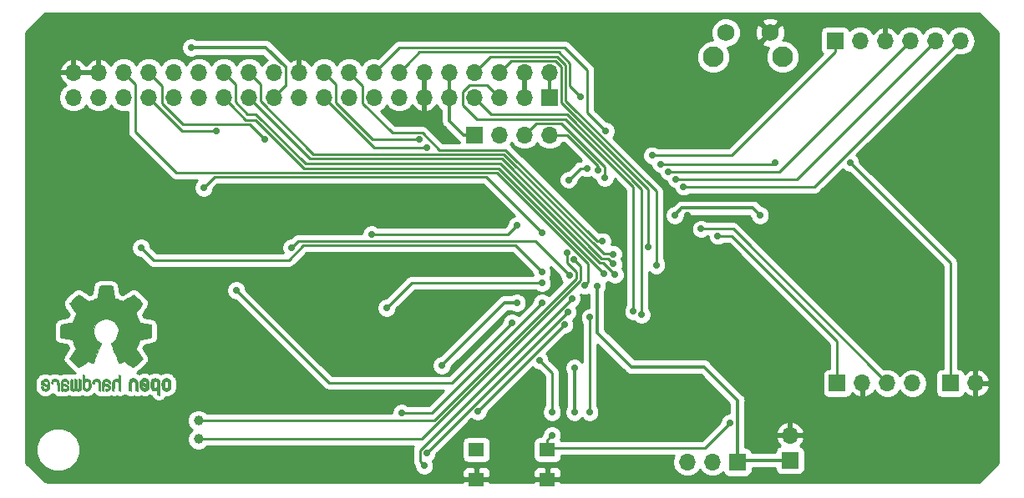
<source format=gbl>
G04 #@! TF.GenerationSoftware,KiCad,Pcbnew,5.0.0*
G04 #@! TF.CreationDate,2018-08-01T03:46:19+02:00*
G04 #@! TF.ProjectId,mokki-dev-board,6D6F6B6B692D6465762D626F6172642E,rev?*
G04 #@! TF.SameCoordinates,Original*
G04 #@! TF.FileFunction,Copper,L2,Bot,Signal*
G04 #@! TF.FilePolarity,Positive*
%FSLAX46Y46*%
G04 Gerber Fmt 4.6, Leading zero omitted, Abs format (unit mm)*
G04 Created by KiCad (PCBNEW 5.0.0) date Wed Aug  1 03:46:19 2018*
%MOMM*%
%LPD*%
G01*
G04 APERTURE LIST*
G04 #@! TA.AperFunction,EtchedComponent*
%ADD10C,0.010000*%
G04 #@! TD*
G04 #@! TA.AperFunction,ComponentPad*
%ADD11O,1.700000X1.700000*%
G04 #@! TD*
G04 #@! TA.AperFunction,ComponentPad*
%ADD12R,1.700000X1.700000*%
G04 #@! TD*
G04 #@! TA.AperFunction,ComponentPad*
%ADD13C,1.000000*%
G04 #@! TD*
G04 #@! TA.AperFunction,ComponentPad*
%ADD14C,2.100000*%
G04 #@! TD*
G04 #@! TA.AperFunction,ComponentPad*
%ADD15C,1.750000*%
G04 #@! TD*
G04 #@! TA.AperFunction,SMDPad,CuDef*
%ADD16R,1.600000X1.400000*%
G04 #@! TD*
G04 #@! TA.AperFunction,ViaPad*
%ADD17C,0.700000*%
G04 #@! TD*
G04 #@! TA.AperFunction,Conductor*
%ADD18C,0.350000*%
G04 #@! TD*
G04 #@! TA.AperFunction,Conductor*
%ADD19C,0.250000*%
G04 #@! TD*
G04 #@! TA.AperFunction,Conductor*
%ADD20C,0.254000*%
G04 #@! TD*
G04 APERTURE END LIST*
D10*
G04 #@! TO.C,REF\002A\002A*
G36*
X107142986Y-108850998D02*
X106984994Y-108851863D01*
X106870653Y-108854205D01*
X106792593Y-108858762D01*
X106743446Y-108866270D01*
X106715841Y-108877466D01*
X106702408Y-108893088D01*
X106695779Y-108913873D01*
X106695135Y-108916563D01*
X106685065Y-108965113D01*
X106666425Y-109060905D01*
X106641155Y-109193743D01*
X106611193Y-109353431D01*
X106578478Y-109529774D01*
X106577336Y-109535967D01*
X106544567Y-109708782D01*
X106513907Y-109861469D01*
X106487336Y-109984871D01*
X106466833Y-110069831D01*
X106454374Y-110107190D01*
X106453780Y-110107852D01*
X106417081Y-110126095D01*
X106341414Y-110156497D01*
X106243122Y-110192493D01*
X106242575Y-110192685D01*
X106118767Y-110239222D01*
X105972804Y-110298504D01*
X105835219Y-110358109D01*
X105828707Y-110361056D01*
X105604610Y-110462765D01*
X105108381Y-110123897D01*
X104956154Y-110020592D01*
X104818259Y-109928237D01*
X104702685Y-109852084D01*
X104617421Y-109797385D01*
X104570456Y-109769393D01*
X104565996Y-109767317D01*
X104531866Y-109776560D01*
X104468119Y-109821156D01*
X104372269Y-109903209D01*
X104241831Y-110024821D01*
X104108672Y-110154205D01*
X103980306Y-110281702D01*
X103865419Y-110398046D01*
X103770927Y-110496052D01*
X103703747Y-110568536D01*
X103670794Y-110608313D01*
X103669568Y-110610361D01*
X103665926Y-110637656D01*
X103679650Y-110682234D01*
X103714131Y-110750112D01*
X103772761Y-110847311D01*
X103858930Y-110979851D01*
X103973800Y-111150476D01*
X104075746Y-111300655D01*
X104166877Y-111435350D01*
X104241927Y-111546740D01*
X104295631Y-111627005D01*
X104322720Y-111668325D01*
X104324426Y-111671130D01*
X104321118Y-111710721D01*
X104296047Y-111787669D01*
X104254202Y-111887432D01*
X104239288Y-111919291D01*
X104174214Y-112061226D01*
X104104788Y-112222273D01*
X104048391Y-112361621D01*
X104007753Y-112465044D01*
X103975474Y-112543642D01*
X103956822Y-112584720D01*
X103954503Y-112587885D01*
X103920197Y-112593128D01*
X103839331Y-112607494D01*
X103722657Y-112628937D01*
X103580925Y-112655413D01*
X103424890Y-112684877D01*
X103265302Y-112715283D01*
X103112915Y-112744588D01*
X102978479Y-112770745D01*
X102872748Y-112791710D01*
X102806474Y-112805439D01*
X102790218Y-112809320D01*
X102773427Y-112818900D01*
X102760751Y-112840536D01*
X102751622Y-112881531D01*
X102745469Y-112949189D01*
X102741720Y-113050812D01*
X102739808Y-113193703D01*
X102739160Y-113385165D01*
X102739126Y-113463645D01*
X102739126Y-114101906D01*
X102892402Y-114132160D01*
X102977678Y-114148564D01*
X103104930Y-114172509D01*
X103258685Y-114201107D01*
X103423466Y-114231467D01*
X103469011Y-114239806D01*
X103621068Y-114269370D01*
X103753532Y-114298442D01*
X103855286Y-114324329D01*
X103915212Y-114344337D01*
X103925195Y-114350301D01*
X103949707Y-114392534D01*
X103984852Y-114474370D01*
X104023827Y-114579683D01*
X104031558Y-114602368D01*
X104082640Y-114743018D01*
X104146046Y-114901714D01*
X104208096Y-115044225D01*
X104208402Y-115044886D01*
X104311733Y-115268440D01*
X103632039Y-116268232D01*
X104068379Y-116705300D01*
X104200351Y-116835381D01*
X104320721Y-116950048D01*
X104422727Y-117043181D01*
X104499609Y-117108658D01*
X104544607Y-117140357D01*
X104551062Y-117142368D01*
X104588960Y-117126529D01*
X104666292Y-117082496D01*
X104774611Y-117015490D01*
X104905468Y-116930734D01*
X105046948Y-116835816D01*
X105190539Y-116738998D01*
X105318565Y-116654751D01*
X105422895Y-116588258D01*
X105495400Y-116544702D01*
X105527842Y-116529264D01*
X105567424Y-116542328D01*
X105642481Y-116576750D01*
X105737532Y-116625380D01*
X105747608Y-116630785D01*
X105875609Y-116694980D01*
X105963382Y-116726463D01*
X106017972Y-116726798D01*
X106046425Y-116697548D01*
X106046590Y-116697138D01*
X106060812Y-116662498D01*
X106094731Y-116580269D01*
X106145716Y-116456814D01*
X106211138Y-116298498D01*
X106288366Y-116111686D01*
X106374771Y-115902742D01*
X106458449Y-115700446D01*
X106550412Y-115477200D01*
X106634850Y-115270392D01*
X106709231Y-115086362D01*
X106771026Y-114931451D01*
X106817703Y-114811996D01*
X106846732Y-114734339D01*
X106855678Y-114705356D01*
X106833244Y-114672110D01*
X106774561Y-114619123D01*
X106696311Y-114560704D01*
X106473466Y-114375952D01*
X106299282Y-114164182D01*
X106175846Y-113929856D01*
X106105246Y-113677434D01*
X106089569Y-113411377D01*
X106100964Y-113288575D01*
X106163050Y-113033793D01*
X106269977Y-112808801D01*
X106415111Y-112615817D01*
X106591822Y-112457061D01*
X106793478Y-112334750D01*
X107013446Y-112251105D01*
X107245094Y-112208344D01*
X107481791Y-112208687D01*
X107716905Y-112254352D01*
X107943804Y-112347559D01*
X108155856Y-112490527D01*
X108244364Y-112571383D01*
X108414111Y-112779007D01*
X108532301Y-113005895D01*
X108599722Y-113245433D01*
X108617160Y-113491007D01*
X108585402Y-113736003D01*
X108505235Y-113973808D01*
X108377445Y-114197807D01*
X108202820Y-114401387D01*
X108007688Y-114560704D01*
X107926409Y-114621602D01*
X107868991Y-114674015D01*
X107848322Y-114705406D01*
X107859144Y-114739639D01*
X107889923Y-114821419D01*
X107938126Y-114944407D01*
X108001222Y-115102263D01*
X108076678Y-115288649D01*
X108161962Y-115497226D01*
X108245781Y-115700496D01*
X108338255Y-115923933D01*
X108423911Y-116130984D01*
X108500118Y-116315286D01*
X108564247Y-116470475D01*
X108613668Y-116590188D01*
X108645752Y-116668061D01*
X108657641Y-116697138D01*
X108685726Y-116726677D01*
X108740051Y-116726591D01*
X108827605Y-116695326D01*
X108955381Y-116631329D01*
X108956392Y-116630785D01*
X109052598Y-116581121D01*
X109130369Y-116544945D01*
X109174223Y-116529408D01*
X109176158Y-116529264D01*
X109209171Y-116545024D01*
X109282054Y-116588850D01*
X109386678Y-116655557D01*
X109514910Y-116739964D01*
X109657052Y-116835816D01*
X109801767Y-116932867D01*
X109932196Y-117017270D01*
X110039890Y-117083801D01*
X110116402Y-117127238D01*
X110152938Y-117142368D01*
X110186582Y-117122482D01*
X110254224Y-117066903D01*
X110349107Y-116981754D01*
X110464470Y-116873153D01*
X110593555Y-116747221D01*
X110635771Y-116705149D01*
X111072261Y-116267931D01*
X110740023Y-115780340D01*
X110639054Y-115630605D01*
X110550438Y-115496220D01*
X110479146Y-115384969D01*
X110430150Y-115304639D01*
X110408422Y-115263014D01*
X110407785Y-115260053D01*
X110419240Y-115220818D01*
X110450051Y-115141895D01*
X110494884Y-115036509D01*
X110526353Y-114965954D01*
X110585192Y-114830876D01*
X110640604Y-114694409D01*
X110683564Y-114579103D01*
X110695234Y-114543977D01*
X110728389Y-114450174D01*
X110760799Y-114377694D01*
X110778601Y-114350301D01*
X110817886Y-114333536D01*
X110903626Y-114309770D01*
X111024697Y-114281697D01*
X111169973Y-114252009D01*
X111234988Y-114239806D01*
X111400087Y-114209468D01*
X111558448Y-114180093D01*
X111694596Y-114154569D01*
X111793057Y-114135785D01*
X111811598Y-114132160D01*
X111964873Y-114101906D01*
X111964873Y-113463645D01*
X111964529Y-113253770D01*
X111963116Y-113094980D01*
X111960064Y-112979973D01*
X111954803Y-112901446D01*
X111946763Y-112852096D01*
X111935373Y-112824619D01*
X111920063Y-112811713D01*
X111913782Y-112809320D01*
X111875896Y-112800833D01*
X111792195Y-112783900D01*
X111673433Y-112760566D01*
X111530361Y-112732875D01*
X111373732Y-112702873D01*
X111214297Y-112672604D01*
X111062809Y-112644115D01*
X110930019Y-112619449D01*
X110826681Y-112600651D01*
X110763545Y-112589767D01*
X110749497Y-112587885D01*
X110736770Y-112562704D01*
X110708600Y-112495622D01*
X110670252Y-112399333D01*
X110655609Y-112361621D01*
X110596548Y-112215921D01*
X110527000Y-112054951D01*
X110464712Y-111919291D01*
X110418879Y-111815561D01*
X110388387Y-111730326D01*
X110378208Y-111678126D01*
X110379831Y-111671130D01*
X110401343Y-111638102D01*
X110450465Y-111564643D01*
X110521923Y-111458577D01*
X110610445Y-111327726D01*
X110710759Y-111179912D01*
X110730594Y-111150734D01*
X110846988Y-110977863D01*
X110932548Y-110846226D01*
X110990684Y-110749761D01*
X111024808Y-110682408D01*
X111038331Y-110638106D01*
X111034664Y-110610794D01*
X111034570Y-110610620D01*
X111005707Y-110574746D01*
X110941867Y-110505391D01*
X110849969Y-110409745D01*
X110736933Y-110294999D01*
X110609679Y-110168341D01*
X110595328Y-110154205D01*
X110434957Y-109998903D01*
X110311195Y-109884870D01*
X110221555Y-109810002D01*
X110163552Y-109772196D01*
X110138004Y-109767317D01*
X110100718Y-109788603D01*
X110023343Y-109837773D01*
X109913867Y-109909575D01*
X109780280Y-109998755D01*
X109630570Y-110100063D01*
X109595618Y-110123897D01*
X109099390Y-110462765D01*
X108875293Y-110361056D01*
X108739011Y-110301783D01*
X108592724Y-110242170D01*
X108466965Y-110194640D01*
X108461425Y-110192685D01*
X108363057Y-110156677D01*
X108287229Y-110126229D01*
X108250282Y-110107905D01*
X108250220Y-110107852D01*
X108238496Y-110074729D01*
X108218568Y-109993267D01*
X108192413Y-109872625D01*
X108162010Y-109721959D01*
X108129337Y-109550428D01*
X108126664Y-109535967D01*
X108093890Y-109359235D01*
X108063802Y-109198810D01*
X108038339Y-109064888D01*
X108019441Y-108967663D01*
X108009047Y-108917332D01*
X108008865Y-108916563D01*
X108002539Y-108895153D01*
X107990239Y-108878988D01*
X107964594Y-108867331D01*
X107918235Y-108859445D01*
X107843792Y-108854593D01*
X107733895Y-108852039D01*
X107581175Y-108851045D01*
X107378262Y-108850874D01*
X107352000Y-108850874D01*
X107142986Y-108850998D01*
X107142986Y-108850998D01*
G37*
X107142986Y-108850998D02*
X106984994Y-108851863D01*
X106870653Y-108854205D01*
X106792593Y-108858762D01*
X106743446Y-108866270D01*
X106715841Y-108877466D01*
X106702408Y-108893088D01*
X106695779Y-108913873D01*
X106695135Y-108916563D01*
X106685065Y-108965113D01*
X106666425Y-109060905D01*
X106641155Y-109193743D01*
X106611193Y-109353431D01*
X106578478Y-109529774D01*
X106577336Y-109535967D01*
X106544567Y-109708782D01*
X106513907Y-109861469D01*
X106487336Y-109984871D01*
X106466833Y-110069831D01*
X106454374Y-110107190D01*
X106453780Y-110107852D01*
X106417081Y-110126095D01*
X106341414Y-110156497D01*
X106243122Y-110192493D01*
X106242575Y-110192685D01*
X106118767Y-110239222D01*
X105972804Y-110298504D01*
X105835219Y-110358109D01*
X105828707Y-110361056D01*
X105604610Y-110462765D01*
X105108381Y-110123897D01*
X104956154Y-110020592D01*
X104818259Y-109928237D01*
X104702685Y-109852084D01*
X104617421Y-109797385D01*
X104570456Y-109769393D01*
X104565996Y-109767317D01*
X104531866Y-109776560D01*
X104468119Y-109821156D01*
X104372269Y-109903209D01*
X104241831Y-110024821D01*
X104108672Y-110154205D01*
X103980306Y-110281702D01*
X103865419Y-110398046D01*
X103770927Y-110496052D01*
X103703747Y-110568536D01*
X103670794Y-110608313D01*
X103669568Y-110610361D01*
X103665926Y-110637656D01*
X103679650Y-110682234D01*
X103714131Y-110750112D01*
X103772761Y-110847311D01*
X103858930Y-110979851D01*
X103973800Y-111150476D01*
X104075746Y-111300655D01*
X104166877Y-111435350D01*
X104241927Y-111546740D01*
X104295631Y-111627005D01*
X104322720Y-111668325D01*
X104324426Y-111671130D01*
X104321118Y-111710721D01*
X104296047Y-111787669D01*
X104254202Y-111887432D01*
X104239288Y-111919291D01*
X104174214Y-112061226D01*
X104104788Y-112222273D01*
X104048391Y-112361621D01*
X104007753Y-112465044D01*
X103975474Y-112543642D01*
X103956822Y-112584720D01*
X103954503Y-112587885D01*
X103920197Y-112593128D01*
X103839331Y-112607494D01*
X103722657Y-112628937D01*
X103580925Y-112655413D01*
X103424890Y-112684877D01*
X103265302Y-112715283D01*
X103112915Y-112744588D01*
X102978479Y-112770745D01*
X102872748Y-112791710D01*
X102806474Y-112805439D01*
X102790218Y-112809320D01*
X102773427Y-112818900D01*
X102760751Y-112840536D01*
X102751622Y-112881531D01*
X102745469Y-112949189D01*
X102741720Y-113050812D01*
X102739808Y-113193703D01*
X102739160Y-113385165D01*
X102739126Y-113463645D01*
X102739126Y-114101906D01*
X102892402Y-114132160D01*
X102977678Y-114148564D01*
X103104930Y-114172509D01*
X103258685Y-114201107D01*
X103423466Y-114231467D01*
X103469011Y-114239806D01*
X103621068Y-114269370D01*
X103753532Y-114298442D01*
X103855286Y-114324329D01*
X103915212Y-114344337D01*
X103925195Y-114350301D01*
X103949707Y-114392534D01*
X103984852Y-114474370D01*
X104023827Y-114579683D01*
X104031558Y-114602368D01*
X104082640Y-114743018D01*
X104146046Y-114901714D01*
X104208096Y-115044225D01*
X104208402Y-115044886D01*
X104311733Y-115268440D01*
X103632039Y-116268232D01*
X104068379Y-116705300D01*
X104200351Y-116835381D01*
X104320721Y-116950048D01*
X104422727Y-117043181D01*
X104499609Y-117108658D01*
X104544607Y-117140357D01*
X104551062Y-117142368D01*
X104588960Y-117126529D01*
X104666292Y-117082496D01*
X104774611Y-117015490D01*
X104905468Y-116930734D01*
X105046948Y-116835816D01*
X105190539Y-116738998D01*
X105318565Y-116654751D01*
X105422895Y-116588258D01*
X105495400Y-116544702D01*
X105527842Y-116529264D01*
X105567424Y-116542328D01*
X105642481Y-116576750D01*
X105737532Y-116625380D01*
X105747608Y-116630785D01*
X105875609Y-116694980D01*
X105963382Y-116726463D01*
X106017972Y-116726798D01*
X106046425Y-116697548D01*
X106046590Y-116697138D01*
X106060812Y-116662498D01*
X106094731Y-116580269D01*
X106145716Y-116456814D01*
X106211138Y-116298498D01*
X106288366Y-116111686D01*
X106374771Y-115902742D01*
X106458449Y-115700446D01*
X106550412Y-115477200D01*
X106634850Y-115270392D01*
X106709231Y-115086362D01*
X106771026Y-114931451D01*
X106817703Y-114811996D01*
X106846732Y-114734339D01*
X106855678Y-114705356D01*
X106833244Y-114672110D01*
X106774561Y-114619123D01*
X106696311Y-114560704D01*
X106473466Y-114375952D01*
X106299282Y-114164182D01*
X106175846Y-113929856D01*
X106105246Y-113677434D01*
X106089569Y-113411377D01*
X106100964Y-113288575D01*
X106163050Y-113033793D01*
X106269977Y-112808801D01*
X106415111Y-112615817D01*
X106591822Y-112457061D01*
X106793478Y-112334750D01*
X107013446Y-112251105D01*
X107245094Y-112208344D01*
X107481791Y-112208687D01*
X107716905Y-112254352D01*
X107943804Y-112347559D01*
X108155856Y-112490527D01*
X108244364Y-112571383D01*
X108414111Y-112779007D01*
X108532301Y-113005895D01*
X108599722Y-113245433D01*
X108617160Y-113491007D01*
X108585402Y-113736003D01*
X108505235Y-113973808D01*
X108377445Y-114197807D01*
X108202820Y-114401387D01*
X108007688Y-114560704D01*
X107926409Y-114621602D01*
X107868991Y-114674015D01*
X107848322Y-114705406D01*
X107859144Y-114739639D01*
X107889923Y-114821419D01*
X107938126Y-114944407D01*
X108001222Y-115102263D01*
X108076678Y-115288649D01*
X108161962Y-115497226D01*
X108245781Y-115700496D01*
X108338255Y-115923933D01*
X108423911Y-116130984D01*
X108500118Y-116315286D01*
X108564247Y-116470475D01*
X108613668Y-116590188D01*
X108645752Y-116668061D01*
X108657641Y-116697138D01*
X108685726Y-116726677D01*
X108740051Y-116726591D01*
X108827605Y-116695326D01*
X108955381Y-116631329D01*
X108956392Y-116630785D01*
X109052598Y-116581121D01*
X109130369Y-116544945D01*
X109174223Y-116529408D01*
X109176158Y-116529264D01*
X109209171Y-116545024D01*
X109282054Y-116588850D01*
X109386678Y-116655557D01*
X109514910Y-116739964D01*
X109657052Y-116835816D01*
X109801767Y-116932867D01*
X109932196Y-117017270D01*
X110039890Y-117083801D01*
X110116402Y-117127238D01*
X110152938Y-117142368D01*
X110186582Y-117122482D01*
X110254224Y-117066903D01*
X110349107Y-116981754D01*
X110464470Y-116873153D01*
X110593555Y-116747221D01*
X110635771Y-116705149D01*
X111072261Y-116267931D01*
X110740023Y-115780340D01*
X110639054Y-115630605D01*
X110550438Y-115496220D01*
X110479146Y-115384969D01*
X110430150Y-115304639D01*
X110408422Y-115263014D01*
X110407785Y-115260053D01*
X110419240Y-115220818D01*
X110450051Y-115141895D01*
X110494884Y-115036509D01*
X110526353Y-114965954D01*
X110585192Y-114830876D01*
X110640604Y-114694409D01*
X110683564Y-114579103D01*
X110695234Y-114543977D01*
X110728389Y-114450174D01*
X110760799Y-114377694D01*
X110778601Y-114350301D01*
X110817886Y-114333536D01*
X110903626Y-114309770D01*
X111024697Y-114281697D01*
X111169973Y-114252009D01*
X111234988Y-114239806D01*
X111400087Y-114209468D01*
X111558448Y-114180093D01*
X111694596Y-114154569D01*
X111793057Y-114135785D01*
X111811598Y-114132160D01*
X111964873Y-114101906D01*
X111964873Y-113463645D01*
X111964529Y-113253770D01*
X111963116Y-113094980D01*
X111960064Y-112979973D01*
X111954803Y-112901446D01*
X111946763Y-112852096D01*
X111935373Y-112824619D01*
X111920063Y-112811713D01*
X111913782Y-112809320D01*
X111875896Y-112800833D01*
X111792195Y-112783900D01*
X111673433Y-112760566D01*
X111530361Y-112732875D01*
X111373732Y-112702873D01*
X111214297Y-112672604D01*
X111062809Y-112644115D01*
X110930019Y-112619449D01*
X110826681Y-112600651D01*
X110763545Y-112589767D01*
X110749497Y-112587885D01*
X110736770Y-112562704D01*
X110708600Y-112495622D01*
X110670252Y-112399333D01*
X110655609Y-112361621D01*
X110596548Y-112215921D01*
X110527000Y-112054951D01*
X110464712Y-111919291D01*
X110418879Y-111815561D01*
X110388387Y-111730326D01*
X110378208Y-111678126D01*
X110379831Y-111671130D01*
X110401343Y-111638102D01*
X110450465Y-111564643D01*
X110521923Y-111458577D01*
X110610445Y-111327726D01*
X110710759Y-111179912D01*
X110730594Y-111150734D01*
X110846988Y-110977863D01*
X110932548Y-110846226D01*
X110990684Y-110749761D01*
X111024808Y-110682408D01*
X111038331Y-110638106D01*
X111034664Y-110610794D01*
X111034570Y-110610620D01*
X111005707Y-110574746D01*
X110941867Y-110505391D01*
X110849969Y-110409745D01*
X110736933Y-110294999D01*
X110609679Y-110168341D01*
X110595328Y-110154205D01*
X110434957Y-109998903D01*
X110311195Y-109884870D01*
X110221555Y-109810002D01*
X110163552Y-109772196D01*
X110138004Y-109767317D01*
X110100718Y-109788603D01*
X110023343Y-109837773D01*
X109913867Y-109909575D01*
X109780280Y-109998755D01*
X109630570Y-110100063D01*
X109595618Y-110123897D01*
X109099390Y-110462765D01*
X108875293Y-110361056D01*
X108739011Y-110301783D01*
X108592724Y-110242170D01*
X108466965Y-110194640D01*
X108461425Y-110192685D01*
X108363057Y-110156677D01*
X108287229Y-110126229D01*
X108250282Y-110107905D01*
X108250220Y-110107852D01*
X108238496Y-110074729D01*
X108218568Y-109993267D01*
X108192413Y-109872625D01*
X108162010Y-109721959D01*
X108129337Y-109550428D01*
X108126664Y-109535967D01*
X108093890Y-109359235D01*
X108063802Y-109198810D01*
X108038339Y-109064888D01*
X108019441Y-108967663D01*
X108009047Y-108917332D01*
X108008865Y-108916563D01*
X108002539Y-108895153D01*
X107990239Y-108878988D01*
X107964594Y-108867331D01*
X107918235Y-108859445D01*
X107843792Y-108854593D01*
X107733895Y-108852039D01*
X107581175Y-108851045D01*
X107378262Y-108850874D01*
X107352000Y-108850874D01*
X107142986Y-108850998D01*
G36*
X101008561Y-118354540D02*
X100893050Y-118430034D01*
X100837336Y-118497617D01*
X100793196Y-118620255D01*
X100789691Y-118717298D01*
X100797632Y-118847056D01*
X101096885Y-118978039D01*
X101242389Y-119044958D01*
X101337463Y-119098790D01*
X101386899Y-119145416D01*
X101395489Y-119190720D01*
X101368028Y-119240582D01*
X101337747Y-119273632D01*
X101249637Y-119326633D01*
X101153804Y-119330347D01*
X101065788Y-119289041D01*
X101001131Y-119206983D01*
X100989567Y-119178008D01*
X100934175Y-119087509D01*
X100870447Y-119048940D01*
X100783034Y-119015946D01*
X100783034Y-119141034D01*
X100790762Y-119226156D01*
X100821034Y-119297938D01*
X100884482Y-119380356D01*
X100893912Y-119391066D01*
X100964487Y-119464391D01*
X101025153Y-119503742D01*
X101101050Y-119521845D01*
X101163970Y-119527774D01*
X101276513Y-119529251D01*
X101356630Y-119510535D01*
X101406610Y-119482747D01*
X101485162Y-119421641D01*
X101539537Y-119355554D01*
X101573948Y-119272441D01*
X101592612Y-119160254D01*
X101599744Y-119006946D01*
X101600313Y-118929136D01*
X101598378Y-118835853D01*
X101422101Y-118835853D01*
X101420056Y-118885896D01*
X101414961Y-118894092D01*
X101381334Y-118882958D01*
X101308970Y-118853493D01*
X101212253Y-118811601D01*
X101192027Y-118802597D01*
X101069797Y-118740442D01*
X101002453Y-118685815D01*
X100987652Y-118634649D01*
X101023053Y-118582876D01*
X101052289Y-118560000D01*
X101157784Y-118514250D01*
X101256524Y-118521808D01*
X101339188Y-118577651D01*
X101396452Y-118676753D01*
X101414812Y-118755414D01*
X101422101Y-118835853D01*
X101598378Y-118835853D01*
X101596541Y-118747351D01*
X101582641Y-118612853D01*
X101555106Y-118514916D01*
X101510428Y-118442811D01*
X101445099Y-118385813D01*
X101416617Y-118367393D01*
X101287237Y-118319422D01*
X101145588Y-118316403D01*
X101008561Y-118354540D01*
X101008561Y-118354540D01*
G37*
X101008561Y-118354540D02*
X100893050Y-118430034D01*
X100837336Y-118497617D01*
X100793196Y-118620255D01*
X100789691Y-118717298D01*
X100797632Y-118847056D01*
X101096885Y-118978039D01*
X101242389Y-119044958D01*
X101337463Y-119098790D01*
X101386899Y-119145416D01*
X101395489Y-119190720D01*
X101368028Y-119240582D01*
X101337747Y-119273632D01*
X101249637Y-119326633D01*
X101153804Y-119330347D01*
X101065788Y-119289041D01*
X101001131Y-119206983D01*
X100989567Y-119178008D01*
X100934175Y-119087509D01*
X100870447Y-119048940D01*
X100783034Y-119015946D01*
X100783034Y-119141034D01*
X100790762Y-119226156D01*
X100821034Y-119297938D01*
X100884482Y-119380356D01*
X100893912Y-119391066D01*
X100964487Y-119464391D01*
X101025153Y-119503742D01*
X101101050Y-119521845D01*
X101163970Y-119527774D01*
X101276513Y-119529251D01*
X101356630Y-119510535D01*
X101406610Y-119482747D01*
X101485162Y-119421641D01*
X101539537Y-119355554D01*
X101573948Y-119272441D01*
X101592612Y-119160254D01*
X101599744Y-119006946D01*
X101600313Y-118929136D01*
X101598378Y-118835853D01*
X101422101Y-118835853D01*
X101420056Y-118885896D01*
X101414961Y-118894092D01*
X101381334Y-118882958D01*
X101308970Y-118853493D01*
X101212253Y-118811601D01*
X101192027Y-118802597D01*
X101069797Y-118740442D01*
X101002453Y-118685815D01*
X100987652Y-118634649D01*
X101023053Y-118582876D01*
X101052289Y-118560000D01*
X101157784Y-118514250D01*
X101256524Y-118521808D01*
X101339188Y-118577651D01*
X101396452Y-118676753D01*
X101414812Y-118755414D01*
X101422101Y-118835853D01*
X101598378Y-118835853D01*
X101596541Y-118747351D01*
X101582641Y-118612853D01*
X101555106Y-118514916D01*
X101510428Y-118442811D01*
X101445099Y-118385813D01*
X101416617Y-118367393D01*
X101287237Y-118319422D01*
X101145588Y-118316403D01*
X101008561Y-118354540D01*
G36*
X102016310Y-118338018D02*
X101981415Y-118353269D01*
X101898123Y-118419235D01*
X101826897Y-118514618D01*
X101782847Y-118616406D01*
X101775678Y-118666587D01*
X101799715Y-118736647D01*
X101852439Y-118773717D01*
X101908969Y-118796164D01*
X101934854Y-118800300D01*
X101947458Y-118770283D01*
X101972346Y-118704961D01*
X101983265Y-118675445D01*
X102044492Y-118573348D01*
X102133139Y-118522423D01*
X102246807Y-118523989D01*
X102255226Y-118525994D01*
X102315912Y-118554767D01*
X102360526Y-118610859D01*
X102390998Y-118701163D01*
X102409256Y-118832571D01*
X102417229Y-119011974D01*
X102417977Y-119107433D01*
X102418348Y-119257913D01*
X102420777Y-119360495D01*
X102427240Y-119425672D01*
X102439712Y-119463938D01*
X102460167Y-119485785D01*
X102490581Y-119501707D01*
X102492339Y-119502509D01*
X102550909Y-119527272D01*
X102579925Y-119536391D01*
X102584384Y-119508822D01*
X102588201Y-119432620D01*
X102591101Y-119317541D01*
X102592809Y-119173341D01*
X102593149Y-119067814D01*
X102591412Y-118863613D01*
X102584618Y-118708697D01*
X102570393Y-118594024D01*
X102546362Y-118510551D01*
X102510152Y-118449236D01*
X102459388Y-118401034D01*
X102409261Y-118367393D01*
X102288725Y-118322619D01*
X102148443Y-118312521D01*
X102016310Y-118338018D01*
X102016310Y-118338018D01*
G37*
X102016310Y-118338018D02*
X101981415Y-118353269D01*
X101898123Y-118419235D01*
X101826897Y-118514618D01*
X101782847Y-118616406D01*
X101775678Y-118666587D01*
X101799715Y-118736647D01*
X101852439Y-118773717D01*
X101908969Y-118796164D01*
X101934854Y-118800300D01*
X101947458Y-118770283D01*
X101972346Y-118704961D01*
X101983265Y-118675445D01*
X102044492Y-118573348D01*
X102133139Y-118522423D01*
X102246807Y-118523989D01*
X102255226Y-118525994D01*
X102315912Y-118554767D01*
X102360526Y-118610859D01*
X102390998Y-118701163D01*
X102409256Y-118832571D01*
X102417229Y-119011974D01*
X102417977Y-119107433D01*
X102418348Y-119257913D01*
X102420777Y-119360495D01*
X102427240Y-119425672D01*
X102439712Y-119463938D01*
X102460167Y-119485785D01*
X102490581Y-119501707D01*
X102492339Y-119502509D01*
X102550909Y-119527272D01*
X102579925Y-119536391D01*
X102584384Y-119508822D01*
X102588201Y-119432620D01*
X102591101Y-119317541D01*
X102592809Y-119173341D01*
X102593149Y-119067814D01*
X102591412Y-118863613D01*
X102584618Y-118708697D01*
X102570393Y-118594024D01*
X102546362Y-118510551D01*
X102510152Y-118449236D01*
X102459388Y-118401034D01*
X102409261Y-118367393D01*
X102288725Y-118322619D01*
X102148443Y-118312521D01*
X102016310Y-118338018D01*
G36*
X103037594Y-118333156D02*
X102953531Y-118371393D01*
X102887550Y-118417726D01*
X102839206Y-118469532D01*
X102805828Y-118536363D01*
X102784747Y-118627769D01*
X102773293Y-118753301D01*
X102768797Y-118922508D01*
X102768322Y-119033933D01*
X102768322Y-119468627D01*
X102842684Y-119502509D01*
X102901254Y-119527272D01*
X102930270Y-119536391D01*
X102935821Y-119509257D01*
X102940225Y-119436094D01*
X102942922Y-119329263D01*
X102943494Y-119244437D01*
X102945954Y-119121887D01*
X102952588Y-119024668D01*
X102962274Y-118965134D01*
X102969968Y-118952483D01*
X103021689Y-118965402D01*
X103102883Y-118998539D01*
X103196898Y-119043461D01*
X103287083Y-119091735D01*
X103356785Y-119134928D01*
X103389352Y-119164608D01*
X103389481Y-119164929D01*
X103386680Y-119219857D01*
X103361561Y-119272292D01*
X103317459Y-119314881D01*
X103253091Y-119329126D01*
X103198079Y-119327466D01*
X103120165Y-119326245D01*
X103079268Y-119344498D01*
X103054705Y-119392726D01*
X103051608Y-119401820D01*
X103040960Y-119470598D01*
X103069435Y-119512360D01*
X103143656Y-119532263D01*
X103223832Y-119535944D01*
X103368110Y-119508658D01*
X103442797Y-119469690D01*
X103535037Y-119378148D01*
X103583957Y-119265782D01*
X103588346Y-119147051D01*
X103546999Y-119036411D01*
X103484803Y-118967080D01*
X103422706Y-118928265D01*
X103325105Y-118879125D01*
X103211368Y-118829292D01*
X103192410Y-118821677D01*
X103067479Y-118766545D01*
X102995461Y-118717954D01*
X102972300Y-118669647D01*
X102993936Y-118615370D01*
X103031080Y-118572943D01*
X103118873Y-118520702D01*
X103215470Y-118516784D01*
X103304056Y-118557041D01*
X103367814Y-118637326D01*
X103376183Y-118658040D01*
X103424904Y-118734225D01*
X103496035Y-118790785D01*
X103585793Y-118837201D01*
X103585793Y-118705584D01*
X103580510Y-118625168D01*
X103557858Y-118561786D01*
X103507633Y-118494163D01*
X103459418Y-118442076D01*
X103384446Y-118368322D01*
X103326194Y-118328702D01*
X103263628Y-118312810D01*
X103192807Y-118310184D01*
X103037594Y-118333156D01*
X103037594Y-118333156D01*
G37*
X103037594Y-118333156D02*
X102953531Y-118371393D01*
X102887550Y-118417726D01*
X102839206Y-118469532D01*
X102805828Y-118536363D01*
X102784747Y-118627769D01*
X102773293Y-118753301D01*
X102768797Y-118922508D01*
X102768322Y-119033933D01*
X102768322Y-119468627D01*
X102842684Y-119502509D01*
X102901254Y-119527272D01*
X102930270Y-119536391D01*
X102935821Y-119509257D01*
X102940225Y-119436094D01*
X102942922Y-119329263D01*
X102943494Y-119244437D01*
X102945954Y-119121887D01*
X102952588Y-119024668D01*
X102962274Y-118965134D01*
X102969968Y-118952483D01*
X103021689Y-118965402D01*
X103102883Y-118998539D01*
X103196898Y-119043461D01*
X103287083Y-119091735D01*
X103356785Y-119134928D01*
X103389352Y-119164608D01*
X103389481Y-119164929D01*
X103386680Y-119219857D01*
X103361561Y-119272292D01*
X103317459Y-119314881D01*
X103253091Y-119329126D01*
X103198079Y-119327466D01*
X103120165Y-119326245D01*
X103079268Y-119344498D01*
X103054705Y-119392726D01*
X103051608Y-119401820D01*
X103040960Y-119470598D01*
X103069435Y-119512360D01*
X103143656Y-119532263D01*
X103223832Y-119535944D01*
X103368110Y-119508658D01*
X103442797Y-119469690D01*
X103535037Y-119378148D01*
X103583957Y-119265782D01*
X103588346Y-119147051D01*
X103546999Y-119036411D01*
X103484803Y-118967080D01*
X103422706Y-118928265D01*
X103325105Y-118879125D01*
X103211368Y-118829292D01*
X103192410Y-118821677D01*
X103067479Y-118766545D01*
X102995461Y-118717954D01*
X102972300Y-118669647D01*
X102993936Y-118615370D01*
X103031080Y-118572943D01*
X103118873Y-118520702D01*
X103215470Y-118516784D01*
X103304056Y-118557041D01*
X103367814Y-118637326D01*
X103376183Y-118658040D01*
X103424904Y-118734225D01*
X103496035Y-118790785D01*
X103585793Y-118837201D01*
X103585793Y-118705584D01*
X103580510Y-118625168D01*
X103557858Y-118561786D01*
X103507633Y-118494163D01*
X103459418Y-118442076D01*
X103384446Y-118368322D01*
X103326194Y-118328702D01*
X103263628Y-118312810D01*
X103192807Y-118310184D01*
X103037594Y-118333156D01*
G36*
X103771876Y-118337840D02*
X103767421Y-118414653D01*
X103763929Y-118531391D01*
X103761685Y-118678821D01*
X103760965Y-118833455D01*
X103760965Y-119356727D01*
X103853355Y-119449117D01*
X103917022Y-119506047D01*
X103972911Y-119529107D01*
X104049298Y-119527647D01*
X104079620Y-119523934D01*
X104174390Y-119513126D01*
X104252778Y-119506933D01*
X104271885Y-119506361D01*
X104336301Y-119510102D01*
X104428429Y-119519494D01*
X104464150Y-119523934D01*
X104551886Y-119530801D01*
X104610847Y-119515885D01*
X104669310Y-119469835D01*
X104690415Y-119449117D01*
X104782805Y-119356727D01*
X104782805Y-118377947D01*
X104708442Y-118344066D01*
X104644410Y-118318970D01*
X104606948Y-118310184D01*
X104597343Y-118337950D01*
X104588365Y-118415530D01*
X104580614Y-118534348D01*
X104574686Y-118685828D01*
X104571827Y-118813805D01*
X104563839Y-119317425D01*
X104494152Y-119327278D01*
X104430771Y-119320389D01*
X104399714Y-119298083D01*
X104391033Y-119256379D01*
X104383622Y-119167544D01*
X104378069Y-119042834D01*
X104374964Y-118893507D01*
X104374516Y-118816661D01*
X104374069Y-118374287D01*
X104282126Y-118342235D01*
X104217051Y-118320443D01*
X104181653Y-118310281D01*
X104180632Y-118310184D01*
X104177080Y-118337809D01*
X104173177Y-118414411D01*
X104169249Y-118530579D01*
X104165624Y-118676904D01*
X104163092Y-118813805D01*
X104155103Y-119317425D01*
X103979931Y-119317425D01*
X103971893Y-118857965D01*
X103963854Y-118398505D01*
X103878457Y-118354344D01*
X103815407Y-118324019D01*
X103778090Y-118310258D01*
X103777013Y-118310184D01*
X103771876Y-118337840D01*
X103771876Y-118337840D01*
G37*
X103771876Y-118337840D02*
X103767421Y-118414653D01*
X103763929Y-118531391D01*
X103761685Y-118678821D01*
X103760965Y-118833455D01*
X103760965Y-119356727D01*
X103853355Y-119449117D01*
X103917022Y-119506047D01*
X103972911Y-119529107D01*
X104049298Y-119527647D01*
X104079620Y-119523934D01*
X104174390Y-119513126D01*
X104252778Y-119506933D01*
X104271885Y-119506361D01*
X104336301Y-119510102D01*
X104428429Y-119519494D01*
X104464150Y-119523934D01*
X104551886Y-119530801D01*
X104610847Y-119515885D01*
X104669310Y-119469835D01*
X104690415Y-119449117D01*
X104782805Y-119356727D01*
X104782805Y-118377947D01*
X104708442Y-118344066D01*
X104644410Y-118318970D01*
X104606948Y-118310184D01*
X104597343Y-118337950D01*
X104588365Y-118415530D01*
X104580614Y-118534348D01*
X104574686Y-118685828D01*
X104571827Y-118813805D01*
X104563839Y-119317425D01*
X104494152Y-119327278D01*
X104430771Y-119320389D01*
X104399714Y-119298083D01*
X104391033Y-119256379D01*
X104383622Y-119167544D01*
X104378069Y-119042834D01*
X104374964Y-118893507D01*
X104374516Y-118816661D01*
X104374069Y-118374287D01*
X104282126Y-118342235D01*
X104217051Y-118320443D01*
X104181653Y-118310281D01*
X104180632Y-118310184D01*
X104177080Y-118337809D01*
X104173177Y-118414411D01*
X104169249Y-118530579D01*
X104165624Y-118676904D01*
X104163092Y-118813805D01*
X104155103Y-119317425D01*
X103979931Y-119317425D01*
X103971893Y-118857965D01*
X103963854Y-118398505D01*
X103878457Y-118354344D01*
X103815407Y-118324019D01*
X103778090Y-118310258D01*
X103777013Y-118310184D01*
X103771876Y-118337840D01*
G36*
X104958086Y-118552455D02*
X104958457Y-118770661D01*
X104959892Y-118938519D01*
X104962998Y-119064070D01*
X104968378Y-119155355D01*
X104976638Y-119220415D01*
X104988384Y-119267291D01*
X105004219Y-119304024D01*
X105016210Y-119324991D01*
X105115510Y-119438694D01*
X105241412Y-119509965D01*
X105380709Y-119535538D01*
X105520195Y-119512150D01*
X105603257Y-119470119D01*
X105690455Y-119397411D01*
X105749883Y-119308612D01*
X105785739Y-119192320D01*
X105802219Y-119037135D01*
X105804553Y-118923287D01*
X105804239Y-118915106D01*
X105600276Y-118915106D01*
X105599030Y-119045657D01*
X105593322Y-119132080D01*
X105580196Y-119188618D01*
X105556694Y-119229514D01*
X105528614Y-119260362D01*
X105434312Y-119319905D01*
X105333060Y-119324992D01*
X105237364Y-119275279D01*
X105229916Y-119268543D01*
X105198126Y-119233502D01*
X105178192Y-119191811D01*
X105167400Y-119129762D01*
X105163035Y-119033644D01*
X105162345Y-118927379D01*
X105163841Y-118793880D01*
X105170036Y-118704822D01*
X105183486Y-118646293D01*
X105206749Y-118604382D01*
X105225825Y-118582123D01*
X105314437Y-118525985D01*
X105416492Y-118519235D01*
X105513905Y-118562114D01*
X105532704Y-118578032D01*
X105564707Y-118613382D01*
X105584682Y-118655502D01*
X105595407Y-118718251D01*
X105599661Y-118815487D01*
X105600276Y-118915106D01*
X105804239Y-118915106D01*
X105797496Y-118739947D01*
X105773528Y-118602195D01*
X105728452Y-118498632D01*
X105658072Y-118417856D01*
X105603257Y-118376455D01*
X105503624Y-118331728D01*
X105388145Y-118310967D01*
X105280801Y-118316525D01*
X105220736Y-118338943D01*
X105197165Y-118345323D01*
X105181523Y-118321535D01*
X105170605Y-118257788D01*
X105162345Y-118160687D01*
X105153301Y-118052541D01*
X105140739Y-117987475D01*
X105117881Y-117950268D01*
X105077949Y-117925699D01*
X105052862Y-117914819D01*
X104957977Y-117875072D01*
X104958086Y-118552455D01*
X104958086Y-118552455D01*
G37*
X104958086Y-118552455D02*
X104958457Y-118770661D01*
X104959892Y-118938519D01*
X104962998Y-119064070D01*
X104968378Y-119155355D01*
X104976638Y-119220415D01*
X104988384Y-119267291D01*
X105004219Y-119304024D01*
X105016210Y-119324991D01*
X105115510Y-119438694D01*
X105241412Y-119509965D01*
X105380709Y-119535538D01*
X105520195Y-119512150D01*
X105603257Y-119470119D01*
X105690455Y-119397411D01*
X105749883Y-119308612D01*
X105785739Y-119192320D01*
X105802219Y-119037135D01*
X105804553Y-118923287D01*
X105804239Y-118915106D01*
X105600276Y-118915106D01*
X105599030Y-119045657D01*
X105593322Y-119132080D01*
X105580196Y-119188618D01*
X105556694Y-119229514D01*
X105528614Y-119260362D01*
X105434312Y-119319905D01*
X105333060Y-119324992D01*
X105237364Y-119275279D01*
X105229916Y-119268543D01*
X105198126Y-119233502D01*
X105178192Y-119191811D01*
X105167400Y-119129762D01*
X105163035Y-119033644D01*
X105162345Y-118927379D01*
X105163841Y-118793880D01*
X105170036Y-118704822D01*
X105183486Y-118646293D01*
X105206749Y-118604382D01*
X105225825Y-118582123D01*
X105314437Y-118525985D01*
X105416492Y-118519235D01*
X105513905Y-118562114D01*
X105532704Y-118578032D01*
X105564707Y-118613382D01*
X105584682Y-118655502D01*
X105595407Y-118718251D01*
X105599661Y-118815487D01*
X105600276Y-118915106D01*
X105804239Y-118915106D01*
X105797496Y-118739947D01*
X105773528Y-118602195D01*
X105728452Y-118498632D01*
X105658072Y-118417856D01*
X105603257Y-118376455D01*
X105503624Y-118331728D01*
X105388145Y-118310967D01*
X105280801Y-118316525D01*
X105220736Y-118338943D01*
X105197165Y-118345323D01*
X105181523Y-118321535D01*
X105170605Y-118257788D01*
X105162345Y-118160687D01*
X105153301Y-118052541D01*
X105140739Y-117987475D01*
X105117881Y-117950268D01*
X105077949Y-117925699D01*
X105052862Y-117914819D01*
X104957977Y-117875072D01*
X104958086Y-118552455D01*
G36*
X106286057Y-118319920D02*
X106153435Y-118368859D01*
X106045990Y-118455419D01*
X106003968Y-118516352D01*
X105958157Y-118628161D01*
X105959109Y-118709006D01*
X106007192Y-118763378D01*
X106024983Y-118772624D01*
X106101796Y-118801450D01*
X106141024Y-118794065D01*
X106154311Y-118745658D01*
X106154988Y-118718920D01*
X106179314Y-118620548D01*
X106242719Y-118551734D01*
X106330846Y-118518498D01*
X106429337Y-118526861D01*
X106509398Y-118570296D01*
X106536439Y-118595072D01*
X106555606Y-118625129D01*
X106568554Y-118670565D01*
X106576936Y-118741476D01*
X106582407Y-118847960D01*
X106586622Y-119000112D01*
X106587713Y-119048287D01*
X106591693Y-119213095D01*
X106596219Y-119329088D01*
X106603005Y-119405833D01*
X106613769Y-119452893D01*
X106630227Y-119479835D01*
X106654094Y-119496223D01*
X106669374Y-119503463D01*
X106734267Y-119528220D01*
X106772466Y-119536391D01*
X106785088Y-119509103D01*
X106792792Y-119426603D01*
X106795620Y-119287941D01*
X106793614Y-119092162D01*
X106792989Y-119061965D01*
X106788579Y-118883349D01*
X106783365Y-118752923D01*
X106775945Y-118660492D01*
X106764918Y-118595858D01*
X106748883Y-118548825D01*
X106726439Y-118509196D01*
X106714698Y-118492215D01*
X106647381Y-118417080D01*
X106572090Y-118358638D01*
X106562872Y-118353536D01*
X106427867Y-118313260D01*
X106286057Y-118319920D01*
X106286057Y-118319920D01*
G37*
X106286057Y-118319920D02*
X106153435Y-118368859D01*
X106045990Y-118455419D01*
X106003968Y-118516352D01*
X105958157Y-118628161D01*
X105959109Y-118709006D01*
X106007192Y-118763378D01*
X106024983Y-118772624D01*
X106101796Y-118801450D01*
X106141024Y-118794065D01*
X106154311Y-118745658D01*
X106154988Y-118718920D01*
X106179314Y-118620548D01*
X106242719Y-118551734D01*
X106330846Y-118518498D01*
X106429337Y-118526861D01*
X106509398Y-118570296D01*
X106536439Y-118595072D01*
X106555606Y-118625129D01*
X106568554Y-118670565D01*
X106576936Y-118741476D01*
X106582407Y-118847960D01*
X106586622Y-119000112D01*
X106587713Y-119048287D01*
X106591693Y-119213095D01*
X106596219Y-119329088D01*
X106603005Y-119405833D01*
X106613769Y-119452893D01*
X106630227Y-119479835D01*
X106654094Y-119496223D01*
X106669374Y-119503463D01*
X106734267Y-119528220D01*
X106772466Y-119536391D01*
X106785088Y-119509103D01*
X106792792Y-119426603D01*
X106795620Y-119287941D01*
X106793614Y-119092162D01*
X106792989Y-119061965D01*
X106788579Y-118883349D01*
X106783365Y-118752923D01*
X106775945Y-118660492D01*
X106764918Y-118595858D01*
X106748883Y-118548825D01*
X106726439Y-118509196D01*
X106714698Y-118492215D01*
X106647381Y-118417080D01*
X106572090Y-118358638D01*
X106562872Y-118353536D01*
X106427867Y-118313260D01*
X106286057Y-118319920D01*
G36*
X107272056Y-118322360D02*
X107157657Y-118364842D01*
X107156348Y-118365658D01*
X107085597Y-118417730D01*
X107033364Y-118478584D01*
X106996629Y-118557887D01*
X106972366Y-118665309D01*
X106957555Y-118810517D01*
X106949171Y-119003179D01*
X106948436Y-119030628D01*
X106937880Y-119444521D01*
X107026709Y-119490456D01*
X107090982Y-119521498D01*
X107129790Y-119536206D01*
X107131585Y-119536391D01*
X107138300Y-119509250D01*
X107143635Y-119436041D01*
X107146917Y-119329081D01*
X107147632Y-119242469D01*
X107147649Y-119102162D01*
X107154063Y-119014051D01*
X107176420Y-118972025D01*
X107224268Y-118969975D01*
X107307151Y-119001790D01*
X107432287Y-119060272D01*
X107524303Y-119108845D01*
X107571629Y-119150986D01*
X107585542Y-119196916D01*
X107585563Y-119199189D01*
X107562605Y-119278311D01*
X107494630Y-119321055D01*
X107390602Y-119327246D01*
X107315670Y-119326172D01*
X107276161Y-119347753D01*
X107251522Y-119399591D01*
X107237341Y-119465632D01*
X107257777Y-119503104D01*
X107265472Y-119508467D01*
X107337917Y-119530006D01*
X107439367Y-119533055D01*
X107543843Y-119518778D01*
X107617875Y-119492688D01*
X107720228Y-119405785D01*
X107778409Y-119284816D01*
X107789931Y-119190308D01*
X107781138Y-119105062D01*
X107749320Y-119035476D01*
X107686316Y-118973672D01*
X107583969Y-118911772D01*
X107434118Y-118841897D01*
X107424988Y-118837948D01*
X107290003Y-118775588D01*
X107206706Y-118724446D01*
X107171003Y-118678488D01*
X107178797Y-118631683D01*
X107225993Y-118577998D01*
X107240106Y-118565644D01*
X107334641Y-118517741D01*
X107432594Y-118519758D01*
X107517903Y-118566724D01*
X107574504Y-118653669D01*
X107579763Y-118670734D01*
X107630977Y-118753504D01*
X107695963Y-118793372D01*
X107789931Y-118832882D01*
X107789931Y-118730658D01*
X107761347Y-118582072D01*
X107676505Y-118445784D01*
X107632355Y-118400191D01*
X107531995Y-118341674D01*
X107404365Y-118315184D01*
X107272056Y-118322360D01*
X107272056Y-118322360D01*
G37*
X107272056Y-118322360D02*
X107157657Y-118364842D01*
X107156348Y-118365658D01*
X107085597Y-118417730D01*
X107033364Y-118478584D01*
X106996629Y-118557887D01*
X106972366Y-118665309D01*
X106957555Y-118810517D01*
X106949171Y-119003179D01*
X106948436Y-119030628D01*
X106937880Y-119444521D01*
X107026709Y-119490456D01*
X107090982Y-119521498D01*
X107129790Y-119536206D01*
X107131585Y-119536391D01*
X107138300Y-119509250D01*
X107143635Y-119436041D01*
X107146917Y-119329081D01*
X107147632Y-119242469D01*
X107147649Y-119102162D01*
X107154063Y-119014051D01*
X107176420Y-118972025D01*
X107224268Y-118969975D01*
X107307151Y-119001790D01*
X107432287Y-119060272D01*
X107524303Y-119108845D01*
X107571629Y-119150986D01*
X107585542Y-119196916D01*
X107585563Y-119199189D01*
X107562605Y-119278311D01*
X107494630Y-119321055D01*
X107390602Y-119327246D01*
X107315670Y-119326172D01*
X107276161Y-119347753D01*
X107251522Y-119399591D01*
X107237341Y-119465632D01*
X107257777Y-119503104D01*
X107265472Y-119508467D01*
X107337917Y-119530006D01*
X107439367Y-119533055D01*
X107543843Y-119518778D01*
X107617875Y-119492688D01*
X107720228Y-119405785D01*
X107778409Y-119284816D01*
X107789931Y-119190308D01*
X107781138Y-119105062D01*
X107749320Y-119035476D01*
X107686316Y-118973672D01*
X107583969Y-118911772D01*
X107434118Y-118841897D01*
X107424988Y-118837948D01*
X107290003Y-118775588D01*
X107206706Y-118724446D01*
X107171003Y-118678488D01*
X107178797Y-118631683D01*
X107225993Y-118577998D01*
X107240106Y-118565644D01*
X107334641Y-118517741D01*
X107432594Y-118519758D01*
X107517903Y-118566724D01*
X107574504Y-118653669D01*
X107579763Y-118670734D01*
X107630977Y-118753504D01*
X107695963Y-118793372D01*
X107789931Y-118832882D01*
X107789931Y-118730658D01*
X107761347Y-118582072D01*
X107676505Y-118445784D01*
X107632355Y-118400191D01*
X107531995Y-118341674D01*
X107404365Y-118315184D01*
X107272056Y-118322360D01*
G36*
X108607402Y-118121857D02*
X108598846Y-118241188D01*
X108589019Y-118311506D01*
X108575401Y-118342179D01*
X108555473Y-118342571D01*
X108549011Y-118338910D01*
X108463060Y-118312398D01*
X108351255Y-118313946D01*
X108237586Y-118341199D01*
X108166490Y-118376455D01*
X108093595Y-118432778D01*
X108040307Y-118496519D01*
X108003725Y-118577510D01*
X107980950Y-118685586D01*
X107969081Y-118830580D01*
X107965218Y-119022326D01*
X107965149Y-119059109D01*
X107965103Y-119472288D01*
X108057046Y-119504339D01*
X108122348Y-119526144D01*
X108158176Y-119536297D01*
X108159230Y-119536391D01*
X108162758Y-119508860D01*
X108165761Y-119432923D01*
X108168010Y-119318565D01*
X108169276Y-119175769D01*
X108169471Y-119088951D01*
X108169877Y-118917773D01*
X108171968Y-118795088D01*
X108177053Y-118711000D01*
X108186440Y-118655614D01*
X108201439Y-118619032D01*
X108223358Y-118591359D01*
X108237043Y-118578032D01*
X108331051Y-118524328D01*
X108433636Y-118520307D01*
X108526710Y-118565725D01*
X108543922Y-118582123D01*
X108569168Y-118612957D01*
X108586680Y-118649531D01*
X108597858Y-118702415D01*
X108604104Y-118782177D01*
X108606818Y-118899385D01*
X108607402Y-119060991D01*
X108607402Y-119472288D01*
X108699345Y-119504339D01*
X108764647Y-119526144D01*
X108800475Y-119536297D01*
X108801529Y-119536391D01*
X108804225Y-119508448D01*
X108806655Y-119429630D01*
X108808722Y-119307453D01*
X108810329Y-119149432D01*
X108811377Y-118963083D01*
X108811769Y-118755920D01*
X108811770Y-118746706D01*
X108811770Y-117957020D01*
X108716885Y-117916997D01*
X108622000Y-117876973D01*
X108607402Y-118121857D01*
X108607402Y-118121857D01*
G37*
X108607402Y-118121857D02*
X108598846Y-118241188D01*
X108589019Y-118311506D01*
X108575401Y-118342179D01*
X108555473Y-118342571D01*
X108549011Y-118338910D01*
X108463060Y-118312398D01*
X108351255Y-118313946D01*
X108237586Y-118341199D01*
X108166490Y-118376455D01*
X108093595Y-118432778D01*
X108040307Y-118496519D01*
X108003725Y-118577510D01*
X107980950Y-118685586D01*
X107969081Y-118830580D01*
X107965218Y-119022326D01*
X107965149Y-119059109D01*
X107965103Y-119472288D01*
X108057046Y-119504339D01*
X108122348Y-119526144D01*
X108158176Y-119536297D01*
X108159230Y-119536391D01*
X108162758Y-119508860D01*
X108165761Y-119432923D01*
X108168010Y-119318565D01*
X108169276Y-119175769D01*
X108169471Y-119088951D01*
X108169877Y-118917773D01*
X108171968Y-118795088D01*
X108177053Y-118711000D01*
X108186440Y-118655614D01*
X108201439Y-118619032D01*
X108223358Y-118591359D01*
X108237043Y-118578032D01*
X108331051Y-118524328D01*
X108433636Y-118520307D01*
X108526710Y-118565725D01*
X108543922Y-118582123D01*
X108569168Y-118612957D01*
X108586680Y-118649531D01*
X108597858Y-118702415D01*
X108604104Y-118782177D01*
X108606818Y-118899385D01*
X108607402Y-119060991D01*
X108607402Y-119472288D01*
X108699345Y-119504339D01*
X108764647Y-119526144D01*
X108800475Y-119536297D01*
X108801529Y-119536391D01*
X108804225Y-119508448D01*
X108806655Y-119429630D01*
X108808722Y-119307453D01*
X108810329Y-119149432D01*
X108811377Y-118963083D01*
X108811769Y-118755920D01*
X108811770Y-118746706D01*
X108811770Y-117957020D01*
X108716885Y-117916997D01*
X108622000Y-117876973D01*
X108607402Y-118121857D01*
G36*
X111036448Y-118282676D02*
X110921342Y-118360111D01*
X110832389Y-118471949D01*
X110779251Y-118614265D01*
X110768503Y-118719015D01*
X110769724Y-118762726D01*
X110779944Y-118796194D01*
X110808039Y-118826179D01*
X110862884Y-118859440D01*
X110953355Y-118902738D01*
X111088328Y-118962833D01*
X111089011Y-118963134D01*
X111213249Y-119020037D01*
X111315127Y-119070565D01*
X111384233Y-119109280D01*
X111410154Y-119130740D01*
X111410161Y-119130913D01*
X111387315Y-119177644D01*
X111333891Y-119229154D01*
X111272558Y-119266261D01*
X111241485Y-119273632D01*
X111156711Y-119248138D01*
X111083707Y-119184291D01*
X111048087Y-119114094D01*
X111013820Y-119062343D01*
X110946697Y-119003409D01*
X110867792Y-118952496D01*
X110798179Y-118924809D01*
X110783623Y-118923287D01*
X110767237Y-118948321D01*
X110766250Y-119012311D01*
X110778292Y-119098593D01*
X110800993Y-119190501D01*
X110831986Y-119271369D01*
X110833552Y-119274509D01*
X110926819Y-119404734D01*
X111047696Y-119493311D01*
X111184973Y-119536786D01*
X111327440Y-119531706D01*
X111463888Y-119474616D01*
X111469955Y-119470602D01*
X111577290Y-119373326D01*
X111647868Y-119246409D01*
X111686926Y-119079526D01*
X111692168Y-119032639D01*
X111701452Y-118811329D01*
X111690322Y-118708124D01*
X111410161Y-118708124D01*
X111406521Y-118772503D01*
X111386611Y-118791291D01*
X111336974Y-118777235D01*
X111258733Y-118744009D01*
X111171274Y-118702359D01*
X111169101Y-118701256D01*
X111094970Y-118662265D01*
X111065219Y-118636244D01*
X111072555Y-118608965D01*
X111103447Y-118573121D01*
X111182040Y-118521251D01*
X111266677Y-118517439D01*
X111342597Y-118555189D01*
X111395035Y-118628001D01*
X111410161Y-118708124D01*
X111690322Y-118708124D01*
X111682356Y-118634261D01*
X111633366Y-118493829D01*
X111565164Y-118395447D01*
X111442065Y-118296030D01*
X111306472Y-118246711D01*
X111168045Y-118243568D01*
X111036448Y-118282676D01*
X111036448Y-118282676D01*
G37*
X111036448Y-118282676D02*
X110921342Y-118360111D01*
X110832389Y-118471949D01*
X110779251Y-118614265D01*
X110768503Y-118719015D01*
X110769724Y-118762726D01*
X110779944Y-118796194D01*
X110808039Y-118826179D01*
X110862884Y-118859440D01*
X110953355Y-118902738D01*
X111088328Y-118962833D01*
X111089011Y-118963134D01*
X111213249Y-119020037D01*
X111315127Y-119070565D01*
X111384233Y-119109280D01*
X111410154Y-119130740D01*
X111410161Y-119130913D01*
X111387315Y-119177644D01*
X111333891Y-119229154D01*
X111272558Y-119266261D01*
X111241485Y-119273632D01*
X111156711Y-119248138D01*
X111083707Y-119184291D01*
X111048087Y-119114094D01*
X111013820Y-119062343D01*
X110946697Y-119003409D01*
X110867792Y-118952496D01*
X110798179Y-118924809D01*
X110783623Y-118923287D01*
X110767237Y-118948321D01*
X110766250Y-119012311D01*
X110778292Y-119098593D01*
X110800993Y-119190501D01*
X110831986Y-119271369D01*
X110833552Y-119274509D01*
X110926819Y-119404734D01*
X111047696Y-119493311D01*
X111184973Y-119536786D01*
X111327440Y-119531706D01*
X111463888Y-119474616D01*
X111469955Y-119470602D01*
X111577290Y-119373326D01*
X111647868Y-119246409D01*
X111686926Y-119079526D01*
X111692168Y-119032639D01*
X111701452Y-118811329D01*
X111690322Y-118708124D01*
X111410161Y-118708124D01*
X111406521Y-118772503D01*
X111386611Y-118791291D01*
X111336974Y-118777235D01*
X111258733Y-118744009D01*
X111171274Y-118702359D01*
X111169101Y-118701256D01*
X111094970Y-118662265D01*
X111065219Y-118636244D01*
X111072555Y-118608965D01*
X111103447Y-118573121D01*
X111182040Y-118521251D01*
X111266677Y-118517439D01*
X111342597Y-118555189D01*
X111395035Y-118628001D01*
X111410161Y-118708124D01*
X111690322Y-118708124D01*
X111682356Y-118634261D01*
X111633366Y-118493829D01*
X111565164Y-118395447D01*
X111442065Y-118296030D01*
X111306472Y-118246711D01*
X111168045Y-118243568D01*
X111036448Y-118282676D01*
G36*
X113303779Y-118264015D02*
X113166939Y-118335968D01*
X113065949Y-118451766D01*
X113030075Y-118526213D01*
X113002161Y-118637992D01*
X112987871Y-118779227D01*
X112986516Y-118933371D01*
X112997405Y-119083879D01*
X113019847Y-119214205D01*
X113053150Y-119307803D01*
X113063385Y-119323922D01*
X113184618Y-119444249D01*
X113328613Y-119516317D01*
X113484861Y-119537408D01*
X113642852Y-119504802D01*
X113686820Y-119485253D01*
X113772444Y-119425012D01*
X113847592Y-119345135D01*
X113854694Y-119335004D01*
X113883561Y-119286181D01*
X113902643Y-119233990D01*
X113913916Y-119165285D01*
X113919355Y-119066918D01*
X113920938Y-118925744D01*
X113920965Y-118894092D01*
X113920893Y-118884019D01*
X113629011Y-118884019D01*
X113627313Y-119017256D01*
X113620628Y-119105674D01*
X113606575Y-119162785D01*
X113582771Y-119202102D01*
X113570621Y-119215241D01*
X113500764Y-119265172D01*
X113432941Y-119262895D01*
X113364365Y-119219584D01*
X113323465Y-119173346D01*
X113299242Y-119105857D01*
X113285639Y-118999433D01*
X113284706Y-118987020D01*
X113282384Y-118794147D01*
X113306650Y-118650900D01*
X113357176Y-118558160D01*
X113433632Y-118516807D01*
X113460924Y-118514552D01*
X113532589Y-118525893D01*
X113581610Y-118565184D01*
X113611582Y-118640326D01*
X113626101Y-118759222D01*
X113629011Y-118884019D01*
X113920893Y-118884019D01*
X113919878Y-118743659D01*
X113915312Y-118638549D01*
X113905312Y-118565714D01*
X113887921Y-118512108D01*
X113861184Y-118464681D01*
X113855276Y-118455864D01*
X113755968Y-118337007D01*
X113647758Y-118268008D01*
X113516019Y-118240619D01*
X113471283Y-118239281D01*
X113303779Y-118264015D01*
X113303779Y-118264015D01*
G37*
X113303779Y-118264015D02*
X113166939Y-118335968D01*
X113065949Y-118451766D01*
X113030075Y-118526213D01*
X113002161Y-118637992D01*
X112987871Y-118779227D01*
X112986516Y-118933371D01*
X112997405Y-119083879D01*
X113019847Y-119214205D01*
X113053150Y-119307803D01*
X113063385Y-119323922D01*
X113184618Y-119444249D01*
X113328613Y-119516317D01*
X113484861Y-119537408D01*
X113642852Y-119504802D01*
X113686820Y-119485253D01*
X113772444Y-119425012D01*
X113847592Y-119345135D01*
X113854694Y-119335004D01*
X113883561Y-119286181D01*
X113902643Y-119233990D01*
X113913916Y-119165285D01*
X113919355Y-119066918D01*
X113920938Y-118925744D01*
X113920965Y-118894092D01*
X113920893Y-118884019D01*
X113629011Y-118884019D01*
X113627313Y-119017256D01*
X113620628Y-119105674D01*
X113606575Y-119162785D01*
X113582771Y-119202102D01*
X113570621Y-119215241D01*
X113500764Y-119265172D01*
X113432941Y-119262895D01*
X113364365Y-119219584D01*
X113323465Y-119173346D01*
X113299242Y-119105857D01*
X113285639Y-118999433D01*
X113284706Y-118987020D01*
X113282384Y-118794147D01*
X113306650Y-118650900D01*
X113357176Y-118558160D01*
X113433632Y-118516807D01*
X113460924Y-118514552D01*
X113532589Y-118525893D01*
X113581610Y-118565184D01*
X113611582Y-118640326D01*
X113626101Y-118759222D01*
X113629011Y-118884019D01*
X113920893Y-118884019D01*
X113919878Y-118743659D01*
X113915312Y-118638549D01*
X113905312Y-118565714D01*
X113887921Y-118512108D01*
X113861184Y-118464681D01*
X113855276Y-118455864D01*
X113755968Y-118337007D01*
X113647758Y-118268008D01*
X113516019Y-118240619D01*
X113471283Y-118239281D01*
X113303779Y-118264015D01*
G36*
X109934571Y-118275719D02*
X109840877Y-118329914D01*
X109775736Y-118383707D01*
X109728093Y-118440066D01*
X109695272Y-118508987D01*
X109674594Y-118600468D01*
X109663380Y-118724506D01*
X109658951Y-118891098D01*
X109658437Y-119010851D01*
X109658437Y-119451659D01*
X109782517Y-119507283D01*
X109906598Y-119562907D01*
X109921195Y-119080095D01*
X109927227Y-118899779D01*
X109933555Y-118768901D01*
X109941394Y-118678511D01*
X109951963Y-118619664D01*
X109966477Y-118583413D01*
X109986152Y-118560810D01*
X109992465Y-118555917D01*
X110088112Y-118517706D01*
X110184793Y-118532827D01*
X110242345Y-118572943D01*
X110265755Y-118601370D01*
X110281961Y-118638672D01*
X110292259Y-118695223D01*
X110297951Y-118781394D01*
X110300336Y-118907558D01*
X110300736Y-119039042D01*
X110300814Y-119203999D01*
X110303639Y-119320761D01*
X110313093Y-119399510D01*
X110333060Y-119450431D01*
X110367424Y-119483706D01*
X110420068Y-119509520D01*
X110490383Y-119536344D01*
X110567180Y-119565542D01*
X110558038Y-119047346D01*
X110554357Y-118860539D01*
X110550050Y-118722490D01*
X110543877Y-118623568D01*
X110534598Y-118554145D01*
X110520973Y-118504590D01*
X110501761Y-118465273D01*
X110478598Y-118430584D01*
X110366848Y-118319770D01*
X110230487Y-118255689D01*
X110082175Y-118240339D01*
X109934571Y-118275719D01*
X109934571Y-118275719D01*
G37*
X109934571Y-118275719D02*
X109840877Y-118329914D01*
X109775736Y-118383707D01*
X109728093Y-118440066D01*
X109695272Y-118508987D01*
X109674594Y-118600468D01*
X109663380Y-118724506D01*
X109658951Y-118891098D01*
X109658437Y-119010851D01*
X109658437Y-119451659D01*
X109782517Y-119507283D01*
X109906598Y-119562907D01*
X109921195Y-119080095D01*
X109927227Y-118899779D01*
X109933555Y-118768901D01*
X109941394Y-118678511D01*
X109951963Y-118619664D01*
X109966477Y-118583413D01*
X109986152Y-118560810D01*
X109992465Y-118555917D01*
X110088112Y-118517706D01*
X110184793Y-118532827D01*
X110242345Y-118572943D01*
X110265755Y-118601370D01*
X110281961Y-118638672D01*
X110292259Y-118695223D01*
X110297951Y-118781394D01*
X110300336Y-118907558D01*
X110300736Y-119039042D01*
X110300814Y-119203999D01*
X110303639Y-119320761D01*
X110313093Y-119399510D01*
X110333060Y-119450431D01*
X110367424Y-119483706D01*
X110420068Y-119509520D01*
X110490383Y-119536344D01*
X110567180Y-119565542D01*
X110558038Y-119047346D01*
X110554357Y-118860539D01*
X110550050Y-118722490D01*
X110543877Y-118623568D01*
X110534598Y-118554145D01*
X110520973Y-118504590D01*
X110501761Y-118465273D01*
X110478598Y-118430584D01*
X110366848Y-118319770D01*
X110230487Y-118255689D01*
X110082175Y-118240339D01*
X109934571Y-118275719D01*
G36*
X112180100Y-118259903D02*
X112068550Y-118315522D01*
X111970092Y-118417931D01*
X111942977Y-118455864D01*
X111913438Y-118505500D01*
X111894272Y-118559412D01*
X111883307Y-118631364D01*
X111878371Y-118735122D01*
X111877287Y-118872101D01*
X111882182Y-119059815D01*
X111899196Y-119200758D01*
X111931823Y-119305908D01*
X111983558Y-119386243D01*
X112057896Y-119452741D01*
X112063358Y-119456678D01*
X112136620Y-119496953D01*
X112224840Y-119516880D01*
X112337038Y-119521793D01*
X112519433Y-119521793D01*
X112519509Y-119698857D01*
X112521207Y-119797470D01*
X112531550Y-119855314D01*
X112558578Y-119890006D01*
X112610332Y-119919164D01*
X112622761Y-119925121D01*
X112680923Y-119953039D01*
X112725956Y-119970672D01*
X112759441Y-119972194D01*
X112782962Y-119951781D01*
X112798100Y-119903607D01*
X112806437Y-119821846D01*
X112809556Y-119700672D01*
X112809040Y-119534260D01*
X112806471Y-119316785D01*
X112805668Y-119251736D01*
X112802778Y-119027502D01*
X112800188Y-118880821D01*
X112519586Y-118880821D01*
X112518009Y-119005326D01*
X112511000Y-119086787D01*
X112495142Y-119140515D01*
X112467019Y-119181823D01*
X112447925Y-119201971D01*
X112369865Y-119260921D01*
X112300753Y-119265720D01*
X112229440Y-119217038D01*
X112227632Y-119215241D01*
X112198617Y-119177618D01*
X112180967Y-119126484D01*
X112172064Y-119047738D01*
X112169291Y-118927276D01*
X112169241Y-118900588D01*
X112175942Y-118734583D01*
X112197752Y-118619505D01*
X112237235Y-118549254D01*
X112296956Y-118517729D01*
X112331472Y-118514552D01*
X112413389Y-118529460D01*
X112469579Y-118578548D01*
X112503402Y-118668362D01*
X112518220Y-118805445D01*
X112519586Y-118880821D01*
X112800188Y-118880821D01*
X112799713Y-118853952D01*
X112795753Y-118723382D01*
X112790174Y-118628087D01*
X112782254Y-118560364D01*
X112771269Y-118512507D01*
X112756499Y-118476813D01*
X112737218Y-118445578D01*
X112728951Y-118433824D01*
X112619288Y-118322797D01*
X112480635Y-118259847D01*
X112320246Y-118242297D01*
X112180100Y-118259903D01*
X112180100Y-118259903D01*
G37*
X112180100Y-118259903D02*
X112068550Y-118315522D01*
X111970092Y-118417931D01*
X111942977Y-118455864D01*
X111913438Y-118505500D01*
X111894272Y-118559412D01*
X111883307Y-118631364D01*
X111878371Y-118735122D01*
X111877287Y-118872101D01*
X111882182Y-119059815D01*
X111899196Y-119200758D01*
X111931823Y-119305908D01*
X111983558Y-119386243D01*
X112057896Y-119452741D01*
X112063358Y-119456678D01*
X112136620Y-119496953D01*
X112224840Y-119516880D01*
X112337038Y-119521793D01*
X112519433Y-119521793D01*
X112519509Y-119698857D01*
X112521207Y-119797470D01*
X112531550Y-119855314D01*
X112558578Y-119890006D01*
X112610332Y-119919164D01*
X112622761Y-119925121D01*
X112680923Y-119953039D01*
X112725956Y-119970672D01*
X112759441Y-119972194D01*
X112782962Y-119951781D01*
X112798100Y-119903607D01*
X112806437Y-119821846D01*
X112809556Y-119700672D01*
X112809040Y-119534260D01*
X112806471Y-119316785D01*
X112805668Y-119251736D01*
X112802778Y-119027502D01*
X112800188Y-118880821D01*
X112519586Y-118880821D01*
X112518009Y-119005326D01*
X112511000Y-119086787D01*
X112495142Y-119140515D01*
X112467019Y-119181823D01*
X112447925Y-119201971D01*
X112369865Y-119260921D01*
X112300753Y-119265720D01*
X112229440Y-119217038D01*
X112227632Y-119215241D01*
X112198617Y-119177618D01*
X112180967Y-119126484D01*
X112172064Y-119047738D01*
X112169291Y-118927276D01*
X112169241Y-118900588D01*
X112175942Y-118734583D01*
X112197752Y-118619505D01*
X112237235Y-118549254D01*
X112296956Y-118517729D01*
X112331472Y-118514552D01*
X112413389Y-118529460D01*
X112469579Y-118578548D01*
X112503402Y-118668362D01*
X112518220Y-118805445D01*
X112519586Y-118880821D01*
X112800188Y-118880821D01*
X112799713Y-118853952D01*
X112795753Y-118723382D01*
X112790174Y-118628087D01*
X112782254Y-118560364D01*
X112771269Y-118512507D01*
X112756499Y-118476813D01*
X112737218Y-118445578D01*
X112728951Y-118433824D01*
X112619288Y-118322797D01*
X112480635Y-118259847D01*
X112320246Y-118242297D01*
X112180100Y-118259903D01*
G04 #@! TD*
D11*
G04 #@! TO.P,SW1,3*
G04 #@! TO.N,N/C*
X166280000Y-126749000D03*
G04 #@! TO.P,SW1,2*
G04 #@! TO.N,VCC*
X168820000Y-126749000D03*
D12*
G04 #@! TO.P,SW1,1*
G04 #@! TO.N,+BATT*
X171360000Y-126749000D03*
G04 #@! TD*
D11*
G04 #@! TO.P,J6,40*
G04 #@! TO.N,GND*
X104050000Y-87220000D03*
G04 #@! TO.P,J6,39*
G04 #@! TO.N,VCC*
X104050000Y-89760000D03*
G04 #@! TO.P,J6,38*
G04 #@! TO.N,GND*
X106590000Y-87220000D03*
G04 #@! TO.P,J6,37*
G04 #@! TO.N,VCC*
X106590000Y-89760000D03*
G04 #@! TO.P,J6,36*
G04 #@! TO.N,/GPIO_PC3_A*
X109130000Y-87220000D03*
G04 #@! TO.P,J6,35*
G04 #@! TO.N,/GPIO_PA1_AT*
X109130000Y-89760000D03*
G04 #@! TO.P,J6,34*
G04 #@! TO.N,/GPIO_PC4_A*
X111670000Y-87220000D03*
G04 #@! TO.P,J6,33*
G04 #@! TO.N,/GPIO_PB0_AT*
X111670000Y-89760000D03*
G04 #@! TO.P,J6,32*
G04 #@! TO.N,/GPIO_PC5_A*
X114210000Y-87220000D03*
G04 #@! TO.P,J6,31*
G04 #@! TO.N,/GPIO_PB1_AT*
X114210000Y-89760000D03*
G04 #@! TO.P,J6,30*
G04 #@! TO.N,/GPIO_PB8_T*
X116750000Y-87220000D03*
G04 #@! TO.P,J6,29*
G04 #@! TO.N,/GPIO_PB9_T*
X116750000Y-89760000D03*
G04 #@! TO.P,J6,28*
G04 #@! TO.N,/GPIO_PC7_T*
X119290000Y-87220000D03*
G04 #@! TO.P,J6,27*
G04 #@! TO.N,/GPIO_PC6_T*
X119290000Y-89760000D03*
G04 #@! TO.P,J6,26*
G04 #@! TO.N,/GPIO_PC9_T*
X121830000Y-87220000D03*
G04 #@! TO.P,J6,25*
G04 #@! TO.N,/GPIO_PC8_T*
X121830000Y-89760000D03*
G04 #@! TO.P,J6,24*
G04 #@! TO.N,GND*
X124370000Y-87220000D03*
G04 #@! TO.P,J6,23*
G04 #@! TO.N,VCC*
X124370000Y-89760000D03*
G04 #@! TO.P,J6,22*
G04 #@! TO.N,GND*
X126910000Y-87220000D03*
G04 #@! TO.P,J6,21*
G04 #@! TO.N,VCC*
X126910000Y-89760000D03*
G04 #@! TO.P,J6,20*
G04 #@! TO.N,/USART2_RX*
X129450000Y-87220000D03*
G04 #@! TO.P,J6,19*
G04 #@! TO.N,/USART2_TX*
X129450000Y-89760000D03*
G04 #@! TO.P,J6,18*
G04 #@! TO.N,/SPI3_MOSI*
X131990000Y-87220000D03*
G04 #@! TO.P,J6,17*
G04 #@! TO.N,/SPI1_MOSI*
X131990000Y-89760000D03*
G04 #@! TO.P,J6,16*
G04 #@! TO.N,/SPI3_MISO*
X134530000Y-87220000D03*
G04 #@! TO.P,J6,15*
G04 #@! TO.N,/SPI1_MISO*
X134530000Y-89760000D03*
G04 #@! TO.P,J6,14*
G04 #@! TO.N,/SPI3_SCK*
X137070000Y-87220000D03*
G04 #@! TO.P,J6,13*
G04 #@! TO.N,/SPI1_SCK*
X137070000Y-89760000D03*
G04 #@! TO.P,J6,12*
G04 #@! TO.N,GND*
X139610000Y-87220000D03*
G04 #@! TO.P,J6,11*
X139610000Y-89760000D03*
G04 #@! TO.P,J6,10*
G04 #@! TO.N,VCC*
X142150000Y-87220000D03*
G04 #@! TO.P,J6,9*
X142150000Y-89760000D03*
G04 #@! TO.P,J6,8*
G04 #@! TO.N,/USART1_TX*
X144690000Y-87220000D03*
G04 #@! TO.P,J6,7*
G04 #@! TO.N,/I2C2_SDA*
X144690000Y-89760000D03*
G04 #@! TO.P,J6,6*
G04 #@! TO.N,/USART1_RX*
X147230000Y-87220000D03*
G04 #@! TO.P,J6,5*
G04 #@! TO.N,/I2C2_SCL*
X147230000Y-89760000D03*
G04 #@! TO.P,J6,4*
G04 #@! TO.N,GND*
X149770000Y-87220000D03*
G04 #@! TO.P,J6,3*
X149770000Y-89760000D03*
G04 #@! TO.P,J6,2*
G04 #@! TO.N,VCC*
X152310000Y-87220000D03*
D12*
G04 #@! TO.P,J6,1*
X152310000Y-89760000D03*
G04 #@! TD*
G04 #@! TO.P,J5,1*
G04 #@! TO.N,/USART5_TX*
X192950000Y-118749000D03*
D11*
G04 #@! TO.P,J5,2*
G04 #@! TO.N,GND*
X195490000Y-118749000D03*
G04 #@! TD*
D12*
G04 #@! TO.P,J2,1*
G04 #@! TO.N,/SWD_CLK*
X181484000Y-118749000D03*
D11*
G04 #@! TO.P,J2,2*
G04 #@! TO.N,GND*
X184024000Y-118749000D03*
G04 #@! TO.P,J2,3*
G04 #@! TO.N,/SWD_IO*
X186564000Y-118749000D03*
G04 #@! TO.P,J2,4*
G04 #@! TO.N,/NRST*
X189104000Y-118749000D03*
G04 #@! TD*
D13*
G04 #@! TO.P,Y2,2*
G04 #@! TO.N,Net-(C4-Pad1)*
X116732433Y-122527231D03*
G04 #@! TO.P,Y2,1*
G04 #@! TO.N,Net-(C2-Pad1)*
X116732433Y-124427231D03*
G04 #@! TD*
D11*
G04 #@! TO.P,J3,4*
G04 #@! TO.N,/I2C1_SDA*
X152310000Y-93570000D03*
G04 #@! TO.P,J3,3*
G04 #@! TO.N,/I2C1_SCL*
X149770000Y-93570000D03*
G04 #@! TO.P,J3,2*
G04 #@! TO.N,GND*
X147230000Y-93570000D03*
D12*
G04 #@! TO.P,J3,1*
G04 #@! TO.N,VCC*
X144690000Y-93570000D03*
G04 #@! TD*
D14*
G04 #@! TO.P,SW6,*
G04 #@! TO.N,*
X168922000Y-85646000D03*
D15*
G04 #@! TO.P,SW6,1*
G04 #@! TO.N,/GPIO_PA8*
X170172000Y-83156000D03*
G04 #@! TO.P,SW6,2*
G04 #@! TO.N,GND*
X174672000Y-83156000D03*
D14*
G04 #@! TO.P,SW6,*
G04 #@! TO.N,*
X175932000Y-85646000D03*
G04 #@! TD*
D12*
G04 #@! TO.P,BT1,1*
G04 #@! TO.N,+BATT*
X176694000Y-126564600D03*
D11*
G04 #@! TO.P,BT1,2*
G04 #@! TO.N,GND*
X176694000Y-124024600D03*
G04 #@! TD*
D16*
G04 #@! TO.P,SW2,1*
G04 #@! TO.N,/NRST*
X144900000Y-125500000D03*
X152100000Y-125500000D03*
G04 #@! TO.P,SW2,2*
G04 #@! TO.N,GND*
X144900000Y-128500000D03*
X152100000Y-128500000D03*
G04 #@! TD*
D12*
G04 #@! TO.P,J4,1*
G04 #@! TO.N,/GPIO_PD2*
X181266000Y-84000000D03*
D11*
G04 #@! TO.P,J4,2*
G04 #@! TO.N,VCC*
X183806000Y-84000000D03*
G04 #@! TO.P,J4,3*
G04 #@! TO.N,GND*
X186346000Y-84000000D03*
G04 #@! TO.P,J4,4*
G04 #@! TO.N,/UART4_RX*
X188886000Y-84000000D03*
G04 #@! TO.P,J4,5*
G04 #@! TO.N,/UART4_TX*
X191426000Y-84000000D03*
G04 #@! TO.P,J4,6*
G04 #@! TO.N,/GPIO_PA15*
X193966000Y-84000000D03*
G04 #@! TD*
D17*
G04 #@! TO.N,+BATT*
X157136000Y-108860800D03*
G04 #@! TO.N,GND*
X166280000Y-101698000D03*
X159422000Y-85696000D03*
X113702000Y-120494000D03*
X113702000Y-126428231D03*
X107885400Y-102968000D03*
X142150000Y-106016000D03*
X155104000Y-98904000D03*
X136384200Y-125548600D03*
X153580000Y-116430000D03*
X161454000Y-115922000D03*
X149516000Y-109572000D03*
X144436000Y-100428000D03*
X123100000Y-102968000D03*
X119036000Y-114144000D03*
X172884000Y-108048000D03*
X181266000Y-98904000D03*
X162671400Y-124024600D03*
G04 #@! TO.N,Net-(C2-Pad1)*
X154799200Y-106193800D03*
G04 #@! TO.N,Net-(C4-Pad1)*
X154088000Y-105508000D03*
G04 #@! TO.N,VCC*
X154850000Y-117192000D03*
X115988000Y-84680000D03*
X141388000Y-116938000D03*
X149008000Y-110588000D03*
X173646000Y-101698000D03*
X165010000Y-101698000D03*
X154850000Y-121677000D03*
G04 #@! TO.N,/NRST*
X170598000Y-122780000D03*
X151294000Y-116430000D03*
X152564000Y-124050000D03*
X152564000Y-121677000D03*
G04 #@! TO.N,/SWD_CLK*
X169353400Y-103806200D03*
G04 #@! TO.N,/SWD_IO*
X167677000Y-103095000D03*
G04 #@! TO.N,/I2C1_SCL*
X157910000Y-97888000D03*
G04 #@! TO.N,/I2C1_SDA*
X157235000Y-97170694D03*
G04 #@! TO.N,/GPIO_PD2*
X162703902Y-95622098D03*
G04 #@! TO.N,/UART4_RX*
X164354902Y-97273098D03*
G04 #@! TO.N,/UART4_TX*
X165116902Y-98035098D03*
G04 #@! TO.N,/GPIO_PA15*
X165878902Y-98797098D03*
G04 #@! TO.N,/USART5_TX*
X163592902Y-96511098D03*
X175170000Y-96364000D03*
X182790000Y-96364000D03*
G04 #@! TO.N,/I2C2_SCL*
X160801254Y-111465000D03*
G04 #@! TO.N,/USART1_RX*
X162315934Y-104898400D03*
G04 #@! TO.N,/I2C2_SDA*
X161640934Y-111788944D03*
G04 #@! TO.N,/USART1_TX*
X163136236Y-106770805D03*
G04 #@! TO.N,/SPI3_SCK*
X155485000Y-89683800D03*
G04 #@! TO.N,/SPI3_MISO*
X157992202Y-93145598D03*
G04 #@! TO.N,/SPI3_MOSI*
X157669400Y-104339600D03*
G04 #@! TO.N,/USART2_TX*
X139914800Y-94814600D03*
G04 #@! TO.N,/USART2_RX*
X139152800Y-94027200D03*
G04 #@! TO.N,/GPIO_PC8_T*
X158789095Y-106648905D03*
G04 #@! TO.N,/GPIO_PC9_T*
X158780596Y-105641404D03*
G04 #@! TO.N,/GPIO_PC6_T*
X157847200Y-107616200D03*
G04 #@! TO.N,/GPIO_PC7_T*
X158938472Y-107752877D03*
G04 #@! TO.N,/GPIO_PB9_T*
X134276000Y-103649999D03*
X149008000Y-102714000D03*
G04 #@! TO.N,/GPIO_PB0_AT*
X118540798Y-93136202D03*
G04 #@! TO.N,/GPIO_PC4_A*
X123458298Y-93973702D03*
G04 #@! TO.N,/GPIO_PA1_AT*
X120560000Y-109318000D03*
X148500000Y-112620000D03*
G04 #@! TO.N,/GPIO_PC3_A*
X155888444Y-108837564D03*
G04 #@! TO.N,/DAC*
X156399400Y-112061200D03*
X156374000Y-121677000D03*
G04 #@! TO.N,/GPIO_PB13*
X153822999Y-112812199D03*
X145040298Y-121606298D03*
G04 #@! TO.N,/GPIO_PB14*
X154171201Y-111509401D03*
X139864000Y-125828000D03*
G04 #@! TO.N,/GPIO_PB15*
X154567751Y-110158256D03*
X139610000Y-127098000D03*
G04 #@! TO.N,/GPIO_PC13*
X117258000Y-98904000D03*
X151548000Y-103476000D03*
G04 #@! TO.N,/GPIO_PA0*
X151548000Y-110588000D03*
X137324000Y-121764000D03*
G04 #@! TO.N,/GPIO_PC0*
X151548000Y-107465000D03*
X110908000Y-105000000D03*
G04 #@! TO.N,/GPIO_PC1*
X154342000Y-107794000D03*
X126148000Y-105000000D03*
G04 #@! TO.N,/GPIO_PC2*
X151548000Y-108556000D03*
X135800000Y-111096000D03*
G04 #@! TO.N,Net-(R10-Pad1)*
X156109840Y-96943120D03*
X154258180Y-98111520D03*
G04 #@! TD*
D18*
G04 #@! TO.N,+BATT*
X171519000Y-126590000D02*
X171360000Y-126749000D01*
X171544400Y-126564600D02*
X171360000Y-126749000D01*
X176694000Y-126564600D02*
X171544400Y-126564600D01*
X157136000Y-113636000D02*
X160621999Y-117105001D01*
X157136000Y-108860800D02*
X157136000Y-113636000D01*
X160621999Y-117105001D02*
X167971001Y-117105001D01*
X171360000Y-120494000D02*
X171360000Y-126749000D01*
X167971001Y-117105001D02*
X171360000Y-120494000D01*
D19*
G04 #@! TO.N,Net-(C2-Pad1)*
X139344181Y-124427231D02*
X117439539Y-124427231D01*
X117439539Y-124427231D02*
X116732433Y-124427231D01*
X155467011Y-108304401D02*
X139344181Y-124427231D01*
X155467011Y-106861611D02*
X155467011Y-108304401D01*
X154799200Y-106193800D02*
X155467011Y-106861611D01*
G04 #@! TO.N,Net-(C4-Pad1)*
X154088000Y-105508000D02*
X154088000Y-106524000D01*
X117439539Y-122527231D02*
X116732433Y-122527231D01*
X140607771Y-122527231D02*
X117439539Y-122527231D01*
X154088000Y-106524000D02*
X155017001Y-107469999D01*
X155017001Y-107469999D02*
X155017001Y-108118001D01*
X155017001Y-108118001D02*
X140607771Y-122527231D01*
D18*
G04 #@! TO.N,VCC*
X123569002Y-84680000D02*
X116482974Y-84680000D01*
X125545001Y-86655999D02*
X123569002Y-84680000D01*
D19*
X125545001Y-88584999D02*
X125545001Y-86655999D01*
D18*
X116482974Y-84680000D02*
X115988000Y-84680000D01*
X124370000Y-89760000D02*
X125545001Y-88584999D01*
X152310000Y-87220000D02*
X152310000Y-89760000D01*
X143590000Y-93570000D02*
X144690000Y-93570000D01*
X142150000Y-92130000D02*
X143590000Y-93570000D01*
X142150000Y-89760000D02*
X142150000Y-92130000D01*
X142150000Y-88557919D02*
X142150000Y-87220000D01*
X142150000Y-89760000D02*
X142150000Y-88557919D01*
X173296001Y-101348001D02*
X173646000Y-101698000D01*
X165735001Y-100972999D02*
X172920999Y-100972999D01*
X172920999Y-100972999D02*
X173296001Y-101348001D01*
X165010000Y-101698000D02*
X165735001Y-100972999D01*
X147738000Y-110588000D02*
X141388000Y-116938000D01*
X149008000Y-110588000D02*
X147738000Y-110588000D01*
X154850000Y-117192000D02*
X154850000Y-121677000D01*
D19*
G04 #@! TO.N,/NRST*
X168034000Y-125344000D02*
X152100000Y-125344000D01*
X170598000Y-122780000D02*
X168034000Y-125344000D01*
X152100000Y-124514000D02*
X152564000Y-124050000D01*
X152100000Y-125500000D02*
X152100000Y-124514000D01*
X152564000Y-117700000D02*
X151294000Y-116430000D01*
X152564000Y-121677000D02*
X152564000Y-117700000D01*
G04 #@! TO.N,/SWD_CLK*
X181045000Y-118749000D02*
X181484000Y-118749000D01*
X181484000Y-117649000D02*
X181484000Y-118749000D01*
X170820202Y-103806200D02*
X181484000Y-114469998D01*
X181484000Y-114469998D02*
X181484000Y-117649000D01*
X169353400Y-103806200D02*
X170820202Y-103806200D01*
G04 #@! TO.N,/SWD_IO*
X170910000Y-103095000D02*
X186564000Y-118749000D01*
X167677000Y-103095000D02*
X170910000Y-103095000D01*
G04 #@! TO.N,/I2C1_SCL*
X150619999Y-92720001D02*
X149770000Y-93570000D01*
X150952780Y-92387220D02*
X150619999Y-92720001D01*
X153524632Y-92387220D02*
X150952780Y-92387220D01*
X157910000Y-96772588D02*
X153524632Y-92387220D01*
X157910000Y-97888000D02*
X157910000Y-96772588D01*
G04 #@! TO.N,/I2C1_SDA*
X154071002Y-93570000D02*
X153512081Y-93570000D01*
X153512081Y-93570000D02*
X152310000Y-93570000D01*
X157235000Y-96733998D02*
X154071002Y-93570000D01*
X157235000Y-96733998D02*
X157235000Y-97170694D01*
G04 #@! TO.N,/GPIO_PD2*
X170743902Y-95622098D02*
X181266000Y-85100000D01*
X181266000Y-85100000D02*
X181266000Y-84000000D01*
X162703902Y-95622098D02*
X170743902Y-95622098D01*
G04 #@! TO.N,/UART4_RX*
X175612902Y-97273098D02*
X188886000Y-84000000D01*
X164354902Y-97273098D02*
X175612902Y-97273098D01*
G04 #@! TO.N,/UART4_TX*
X177390902Y-98035098D02*
X191426000Y-84000000D01*
X165116902Y-98035098D02*
X177390902Y-98035098D01*
G04 #@! TO.N,/GPIO_PA15*
X179168902Y-98797098D02*
X193966000Y-84000000D01*
X165878902Y-98797098D02*
X179168902Y-98797098D01*
G04 #@! TO.N,/USART5_TX*
X175022902Y-96511098D02*
X175170000Y-96364000D01*
X163592902Y-96511098D02*
X175022902Y-96511098D01*
X192950000Y-106524000D02*
X182790000Y-96364000D01*
X192950000Y-118749000D02*
X192950000Y-106524000D01*
G04 #@! TO.N,/I2C2_SCL*
X160801254Y-111465000D02*
X160801254Y-98835454D01*
X160801254Y-98835454D02*
X153903010Y-91937210D01*
X143514999Y-89195999D02*
X144220998Y-88490000D01*
X143514999Y-90513999D02*
X143514999Y-89195999D01*
X144938210Y-91937210D02*
X143514999Y-90513999D01*
X153903010Y-91937210D02*
X144938210Y-91937210D01*
X145960000Y-88490000D02*
X147230000Y-89760000D01*
X144220998Y-88490000D02*
X145960000Y-88490000D01*
G04 #@! TO.N,/USART1_RX*
X148079999Y-86370001D02*
X147230000Y-87220000D01*
X148405001Y-86044999D02*
X148079999Y-86370001D01*
X152874001Y-86044999D02*
X148405001Y-86044999D01*
X153485001Y-86655999D02*
X152874001Y-86044999D01*
X153485001Y-90246381D02*
X153485001Y-86655999D01*
X162315934Y-99077314D02*
X153485001Y-90246381D01*
X162315934Y-104898400D02*
X162315934Y-99077314D01*
G04 #@! TO.N,/I2C2_SDA*
X161640934Y-99038724D02*
X154089410Y-91487200D01*
X161640934Y-111788944D02*
X161640934Y-99038724D01*
X146417200Y-91487200D02*
X144690000Y-89760000D01*
X154089410Y-91487200D02*
X146417200Y-91487200D01*
G04 #@! TO.N,/USART1_TX*
X163136236Y-99261206D02*
X153935011Y-90059981D01*
X163136236Y-106770805D02*
X163136236Y-99261206D01*
X153935010Y-86469598D02*
X153059812Y-85594400D01*
X153935011Y-90059981D02*
X153935010Y-86469598D01*
X146315600Y-85594400D02*
X144690000Y-87220000D01*
X153059812Y-85594400D02*
X146315600Y-85594400D01*
G04 #@! TO.N,/SPI3_SCK*
X137919999Y-86370001D02*
X137070000Y-87220000D01*
X139145610Y-85144390D02*
X137919999Y-86370001D01*
X153246212Y-85144390D02*
X139145610Y-85144390D01*
X154385019Y-86283197D02*
X153246212Y-85144390D01*
X154385019Y-88583819D02*
X154385019Y-86283197D01*
X155485000Y-89683800D02*
X154385019Y-88583819D01*
G04 #@! TO.N,/SPI3_MISO*
X156160001Y-91313397D02*
X156160001Y-86980601D01*
X157992202Y-93145598D02*
X156160001Y-91313397D01*
X135379999Y-86370001D02*
X134530000Y-87220000D01*
X137055620Y-84694380D02*
X135379999Y-86370001D01*
X153873780Y-84694380D02*
X137055620Y-84694380D01*
X156160001Y-86980601D02*
X153873780Y-84694380D01*
G04 #@! TO.N,/SPI3_MOSI*
X131990000Y-87220000D02*
X133354999Y-88584999D01*
X139451401Y-93352199D02*
X141159400Y-95060198D01*
X133354999Y-88584999D02*
X133354999Y-90324001D01*
X133354999Y-90324001D02*
X136383197Y-93352199D01*
X136383197Y-93352199D02*
X139451401Y-93352199D01*
X147846650Y-95060198D02*
X147862243Y-95075791D01*
X141159400Y-95060198D02*
X147846650Y-95060198D01*
X157126052Y-104339600D02*
X157669400Y-104339600D01*
X147862243Y-95075791D02*
X157126052Y-104339600D01*
G04 #@! TO.N,/USART2_TX*
X134504600Y-94814600D02*
X129450000Y-89760000D01*
X139914800Y-94814600D02*
X134504600Y-94814600D01*
G04 #@! TO.N,/USART2_RX*
X130299999Y-88069999D02*
X129450000Y-87220000D01*
X130625001Y-88395001D02*
X130299999Y-88069999D01*
X130625001Y-90249201D02*
X130625001Y-88395001D01*
X134403000Y-94027200D02*
X130625001Y-90249201D01*
X139152800Y-94027200D02*
X134403000Y-94027200D01*
G04 #@! TO.N,/GPIO_PC8_T*
X157605832Y-106092200D02*
X147496632Y-95983000D01*
X128053000Y-95983000D02*
X121830000Y-89760000D01*
X147496632Y-95983000D02*
X128053000Y-95983000D01*
X158276797Y-106092200D02*
X158789095Y-106604498D01*
X158789095Y-106604498D02*
X158789095Y-106648905D01*
X157605832Y-106092200D02*
X158276797Y-106092200D01*
G04 #@! TO.N,/GPIO_PC9_T*
X157785042Y-105635000D02*
X147675842Y-95525800D01*
X123005001Y-88395001D02*
X122679999Y-88069999D01*
X123005001Y-90134003D02*
X123005001Y-88395001D01*
X128396798Y-95525800D02*
X123005001Y-90134003D01*
X122679999Y-88069999D02*
X121830000Y-87220000D01*
X147675842Y-95525800D02*
X128396798Y-95525800D01*
X158774192Y-105635000D02*
X158780596Y-105641404D01*
X157785042Y-105635000D02*
X158774192Y-105635000D01*
G04 #@! TO.N,/GPIO_PC6_T*
X120139999Y-90609999D02*
X119290000Y-89760000D01*
X121541191Y-92011191D02*
X120139999Y-90609999D01*
X127406398Y-96922800D02*
X122494789Y-92011191D01*
X157359811Y-107118999D02*
X147163612Y-96922800D01*
X122494789Y-92011191D02*
X121541191Y-92011191D01*
X147163612Y-96922800D02*
X127406398Y-96922800D01*
X157359811Y-107128811D02*
X157847200Y-107616200D01*
X157359811Y-107118999D02*
X157359811Y-107128811D01*
G04 #@! TO.N,/GPIO_PC7_T*
X157433711Y-106556489D02*
X147317422Y-96440200D01*
X147317422Y-96440200D02*
X127560208Y-96440200D01*
X120139999Y-88069999D02*
X119290000Y-87220000D01*
X120465001Y-88395001D02*
X120139999Y-88069999D01*
X120465001Y-90198401D02*
X120465001Y-88395001D01*
X121703000Y-91436400D02*
X120465001Y-90198401D01*
X122556408Y-91436400D02*
X121703000Y-91436400D01*
X127560208Y-96440200D02*
X122556408Y-91436400D01*
X157742084Y-106556489D02*
X158938472Y-107752877D01*
X157433711Y-106556489D02*
X157742084Y-106556489D01*
G04 #@! TO.N,/GPIO_PB9_T*
X148072001Y-103649999D02*
X149008000Y-102714000D01*
X134276000Y-103649999D02*
X148072001Y-103649999D01*
G04 #@! TO.N,/GPIO_PB0_AT*
X115046202Y-93136202D02*
X111670000Y-89760000D01*
X118540798Y-93136202D02*
X115046202Y-93136202D01*
G04 #@! TO.N,/GPIO_PC4_A*
X115172199Y-92461201D02*
X121945797Y-92461201D01*
X111670000Y-87220000D02*
X113034999Y-88584999D01*
X113034999Y-88584999D02*
X113034999Y-90324001D01*
X121945797Y-92461201D02*
X123458298Y-93973702D01*
X113034999Y-90324001D02*
X115172199Y-92461201D01*
G04 #@! TO.N,/GPIO_PA1_AT*
X120560000Y-109318000D02*
X120909999Y-109667999D01*
X120909999Y-109667999D02*
X129958000Y-118716000D01*
X142404000Y-118716000D02*
X148500000Y-112620000D01*
X129958000Y-118716000D02*
X142404000Y-118716000D01*
G04 #@! TO.N,/GPIO_PC3_A*
X109979999Y-88069999D02*
X109130000Y-87220000D01*
X110305001Y-88395001D02*
X109979999Y-88069999D01*
X110305001Y-93221001D02*
X110305001Y-88395001D01*
X114464000Y-97380000D02*
X110305001Y-93221001D01*
X146984402Y-97380000D02*
X146442600Y-97380000D01*
X156238443Y-106634041D02*
X146984402Y-97380000D01*
X155888444Y-108837564D02*
X156238443Y-108487565D01*
X156238443Y-108487565D02*
X156238443Y-106634041D01*
X146442600Y-97380000D02*
X114464000Y-97380000D01*
G04 #@! TO.N,/DAC*
X156399400Y-121651600D02*
X156374000Y-121677000D01*
X156399400Y-112061200D02*
X156399400Y-121651600D01*
G04 #@! TO.N,/GPIO_PB13*
X145040298Y-121594900D02*
X145040298Y-121606298D01*
X153822999Y-112812199D02*
X145040298Y-121594900D01*
G04 #@! TO.N,/GPIO_PB14*
X154171201Y-111509401D02*
X145267866Y-120412736D01*
X145267866Y-120424134D02*
X139864000Y-125828000D01*
X145267866Y-120412736D02*
X145267866Y-120424134D01*
G04 #@! TO.N,/GPIO_PB15*
X139188999Y-126676999D02*
X139610000Y-127098000D01*
X139188999Y-125537008D02*
X139188999Y-126676999D01*
X154567751Y-110158256D02*
X139188999Y-125537008D01*
G04 #@! TO.N,/GPIO_PC13*
X151548000Y-103476000D02*
X145902010Y-97830010D01*
X118331990Y-97830010D02*
X117258000Y-98904000D01*
X145902010Y-97830010D02*
X118331990Y-97830010D01*
G04 #@! TO.N,/GPIO_PA0*
X140372000Y-121764000D02*
X140118000Y-121764000D01*
X151548000Y-110588000D02*
X140372000Y-121764000D01*
X140118000Y-121764000D02*
X137324000Y-121764000D01*
G04 #@! TO.N,/GPIO_PC0*
X112178000Y-106270000D02*
X111257999Y-105349999D01*
X151548000Y-107465000D02*
X148858009Y-104775009D01*
X111257999Y-105349999D02*
X110908000Y-105000000D01*
X148858009Y-104775009D02*
X127371993Y-104775009D01*
X127371993Y-104775009D02*
X125894000Y-106270000D01*
X125894000Y-106270000D02*
X112178000Y-106270000D01*
G04 #@! TO.N,/GPIO_PC1*
X150872999Y-104324999D02*
X126823001Y-104324999D01*
X126823001Y-104324999D02*
X126148000Y-105000000D01*
X154342000Y-107794000D02*
X150872999Y-104324999D01*
G04 #@! TO.N,/GPIO_PC2*
X138340000Y-108556000D02*
X135800000Y-111096000D01*
X151548000Y-108556000D02*
X138340000Y-108556000D01*
G04 #@! TO.N,Net-(R10-Pad1)*
X155426580Y-96943120D02*
X154258180Y-98111520D01*
X156109840Y-96943120D02*
X155426580Y-96943120D01*
G04 #@! TD*
D20*
G04 #@! TO.N,GND*
G36*
X195822842Y-81252448D02*
X197759425Y-83189031D01*
X197790000Y-83531618D01*
X197790001Y-126458744D01*
X197747552Y-126822842D01*
X195810969Y-128759425D01*
X195468382Y-128790000D01*
X153535000Y-128790000D01*
X153535000Y-128785750D01*
X153376250Y-128627000D01*
X152227000Y-128627000D01*
X152227000Y-128647000D01*
X151973000Y-128647000D01*
X151973000Y-128627000D01*
X150823750Y-128627000D01*
X150665000Y-128785750D01*
X150665000Y-128790000D01*
X146335000Y-128790000D01*
X146335000Y-128785750D01*
X146176250Y-128627000D01*
X145027000Y-128627000D01*
X145027000Y-128647000D01*
X144773000Y-128647000D01*
X144773000Y-128627000D01*
X143623750Y-128627000D01*
X143465000Y-128785750D01*
X143465000Y-128790000D01*
X101541248Y-128790000D01*
X101177158Y-128747552D01*
X99240575Y-126810969D01*
X99210000Y-126468382D01*
X99210000Y-125055431D01*
X100265000Y-125055431D01*
X100265000Y-125944569D01*
X100605259Y-126766026D01*
X101233974Y-127394741D01*
X102055431Y-127735000D01*
X102944569Y-127735000D01*
X103766026Y-127394741D01*
X104394741Y-126766026D01*
X104735000Y-125944569D01*
X104735000Y-125055431D01*
X104394741Y-124233974D01*
X103766026Y-123605259D01*
X102944569Y-123265000D01*
X102055431Y-123265000D01*
X101233974Y-123605259D01*
X100605259Y-124233974D01*
X100265000Y-125055431D01*
X99210000Y-125055431D01*
X99210000Y-119015946D01*
X100143034Y-119015946D01*
X100143034Y-119141034D01*
X100148749Y-119169767D01*
X100145655Y-119198900D01*
X100153383Y-119284022D01*
X100181236Y-119378431D01*
X100201056Y-119474847D01*
X100231328Y-119546629D01*
X100277431Y-119614682D01*
X100313902Y-119688344D01*
X100377350Y-119770762D01*
X100393427Y-119784816D01*
X100404141Y-119803289D01*
X100413571Y-119813999D01*
X100425022Y-119822749D01*
X100432799Y-119834885D01*
X100503374Y-119908210D01*
X100563608Y-119950143D01*
X100616204Y-120001326D01*
X100676870Y-120040677D01*
X100777870Y-120080909D01*
X100876665Y-120126278D01*
X100952562Y-120144381D01*
X100997715Y-120146088D01*
X101041008Y-120159022D01*
X101103929Y-120164951D01*
X101129966Y-120162276D01*
X101155571Y-120167719D01*
X101268115Y-120169196D01*
X101344483Y-120155045D01*
X101422102Y-120152471D01*
X101502219Y-120133755D01*
X101583084Y-120097075D01*
X101667624Y-120069894D01*
X101717604Y-120042106D01*
X101755334Y-120010083D01*
X101799572Y-119987901D01*
X101878124Y-119926795D01*
X101924517Y-119873182D01*
X101941696Y-119859119D01*
X101953431Y-119880028D01*
X101964853Y-119889015D01*
X101967031Y-119892519D01*
X101968949Y-119896035D01*
X101969485Y-119896467D01*
X101972525Y-119901358D01*
X101992980Y-119923205D01*
X102079995Y-119985582D01*
X102163336Y-120052787D01*
X102193751Y-120068709D01*
X102210653Y-120073678D01*
X102224949Y-120083978D01*
X102226707Y-120084780D01*
X102235573Y-120086871D01*
X102243111Y-120091988D01*
X102301682Y-120116751D01*
X102331930Y-120122998D01*
X102359026Y-120137830D01*
X102388042Y-120146949D01*
X102434216Y-120151962D01*
X102477740Y-120168181D01*
X102539882Y-120165943D01*
X102546236Y-120167255D01*
X102556157Y-120165357D01*
X102557228Y-120165318D01*
X102636298Y-120173903D01*
X102680875Y-120160865D01*
X102727293Y-120159193D01*
X102751069Y-120148326D01*
X102771393Y-120150533D01*
X102801997Y-120163405D01*
X102879994Y-120163829D01*
X102896581Y-120167255D01*
X102907019Y-120165258D01*
X102986643Y-120173903D01*
X103018507Y-120164583D01*
X103051709Y-120164764D01*
X103064901Y-120159383D01*
X103114304Y-120171590D01*
X103194479Y-120175271D01*
X103268200Y-120164094D01*
X103342761Y-120164797D01*
X103487040Y-120137511D01*
X103574083Y-120102415D01*
X103647718Y-120080878D01*
X103672918Y-120097666D01*
X103728806Y-120120726D01*
X103734475Y-120121846D01*
X103739338Y-120124962D01*
X103856753Y-120145993D01*
X103973790Y-120169106D01*
X103979454Y-120167971D01*
X103985141Y-120168990D01*
X104061528Y-120167530D01*
X104093969Y-120160430D01*
X104127086Y-120162902D01*
X104154793Y-120159509D01*
X104235862Y-120150264D01*
X104271731Y-120147430D01*
X104285260Y-120148216D01*
X104356484Y-120155477D01*
X104385208Y-120159047D01*
X104399967Y-120157972D01*
X104414211Y-120161983D01*
X104501946Y-120168850D01*
X104605105Y-120156595D01*
X104708849Y-120151255D01*
X104767809Y-120136339D01*
X104775656Y-120132605D01*
X104784319Y-120131927D01*
X104888128Y-120079087D01*
X104920453Y-120063705D01*
X104926130Y-120066919D01*
X105027068Y-120100229D01*
X105125848Y-120139445D01*
X105265145Y-120165018D01*
X105375862Y-120163381D01*
X105486542Y-120166727D01*
X105626028Y-120143339D01*
X105716235Y-120109129D01*
X105809158Y-120083202D01*
X105892221Y-120041171D01*
X105949363Y-119996381D01*
X106013118Y-119961661D01*
X106100316Y-119888953D01*
X106123931Y-119859716D01*
X106165808Y-119902667D01*
X106179585Y-119925689D01*
X106204723Y-119944360D01*
X106253316Y-119997076D01*
X106261591Y-120000905D01*
X106267957Y-120007434D01*
X106291825Y-120023822D01*
X106338917Y-120044030D01*
X106380054Y-120074584D01*
X106395333Y-120081824D01*
X106419845Y-120087982D01*
X106441248Y-120101425D01*
X106506141Y-120126182D01*
X106554943Y-120134464D01*
X106600396Y-120154062D01*
X106638594Y-120162233D01*
X106693322Y-120163020D01*
X106746527Y-120175865D01*
X106816977Y-120164798D01*
X106888284Y-120165824D01*
X106939147Y-120145608D01*
X106948930Y-120144071D01*
X106977876Y-120157659D01*
X107021495Y-120159675D01*
X107064177Y-120172834D01*
X107065972Y-120173019D01*
X107108274Y-120169046D01*
X107149263Y-120175910D01*
X107186556Y-120167305D01*
X107227325Y-120169189D01*
X107262017Y-120156663D01*
X107318691Y-120169717D01*
X107420141Y-120172766D01*
X107472760Y-120163934D01*
X107526020Y-120167162D01*
X107630496Y-120152885D01*
X107692084Y-120131641D01*
X107756566Y-120122391D01*
X107820797Y-120099755D01*
X107846377Y-120108672D01*
X107850622Y-120109266D01*
X107854345Y-120111391D01*
X107919647Y-120133196D01*
X107934513Y-120135078D01*
X107947855Y-120141897D01*
X107983683Y-120152050D01*
X108032438Y-120155949D01*
X108077881Y-120171200D01*
X108089774Y-120170379D01*
X108101324Y-120173767D01*
X108102378Y-120173861D01*
X108167984Y-120166788D01*
X108232604Y-120171955D01*
X108277517Y-120157424D01*
X108327004Y-120154009D01*
X108338210Y-120148435D01*
X108350654Y-120147093D01*
X108410466Y-120114409D01*
X108459565Y-120098524D01*
X108488676Y-120108672D01*
X108492921Y-120109266D01*
X108496644Y-120111391D01*
X108561946Y-120133196D01*
X108576812Y-120135078D01*
X108590154Y-120141897D01*
X108625982Y-120152050D01*
X108684642Y-120156741D01*
X108740066Y-120173433D01*
X108741867Y-120173252D01*
X108743623Y-120173767D01*
X108744677Y-120173861D01*
X108810283Y-120166788D01*
X108874903Y-120171955D01*
X108929034Y-120154441D01*
X108988529Y-120148462D01*
X108990607Y-120147346D01*
X108992953Y-120147093D01*
X109052765Y-120114409D01*
X109112493Y-120095085D01*
X109154423Y-120059364D01*
X109208524Y-120030308D01*
X109210017Y-120028481D01*
X109212087Y-120027350D01*
X109255985Y-119972842D01*
X109279117Y-119953136D01*
X109302196Y-119968557D01*
X109396634Y-120035662D01*
X109520713Y-120091285D01*
X109520714Y-120091285D01*
X109520715Y-120091286D01*
X109644796Y-120146910D01*
X109765883Y-120174634D01*
X109887258Y-120202615D01*
X109887739Y-120202534D01*
X109888213Y-120202643D01*
X110010679Y-120181921D01*
X110133535Y-120161321D01*
X110133949Y-120161062D01*
X110134429Y-120160981D01*
X110209205Y-120114067D01*
X110262269Y-120134311D01*
X110262632Y-120134373D01*
X110262941Y-120134566D01*
X110339737Y-120163764D01*
X110459167Y-120183893D01*
X110578469Y-120205443D01*
X110582208Y-120204630D01*
X110585980Y-120205266D01*
X110704048Y-120178152D01*
X110822489Y-120152413D01*
X110825633Y-120150231D01*
X110829361Y-120149375D01*
X110881763Y-120112089D01*
X110991747Y-120146920D01*
X111100129Y-120158929D01*
X111207779Y-120176380D01*
X111350247Y-120171300D01*
X111461972Y-120144905D01*
X111574466Y-120122111D01*
X111710914Y-120065021D01*
X111761064Y-120031252D01*
X111771938Y-120026806D01*
X111828305Y-120057793D01*
X111913736Y-120084810D01*
X111953202Y-120102364D01*
X111957640Y-120111198D01*
X111992608Y-120200482D01*
X112013290Y-120221983D01*
X112026684Y-120248647D01*
X112053713Y-120283339D01*
X112054494Y-120284014D01*
X112054962Y-120284938D01*
X112149054Y-120365718D01*
X112163841Y-120378495D01*
X112165724Y-120380452D01*
X112166498Y-120380790D01*
X112242665Y-120446602D01*
X112243646Y-120446927D01*
X112244431Y-120447601D01*
X112296186Y-120476759D01*
X112316564Y-120483438D01*
X112333721Y-120496300D01*
X112345809Y-120502094D01*
X112345811Y-120502095D01*
X112403973Y-120530013D01*
X112427299Y-120535998D01*
X112447577Y-120548983D01*
X112492610Y-120566616D01*
X112595455Y-120584997D01*
X112696896Y-120610012D01*
X112730381Y-120611534D01*
X112737704Y-120610420D01*
X112738430Y-120610550D01*
X112742005Y-120609766D01*
X112846007Y-120593949D01*
X112962024Y-120579286D01*
X112969149Y-120575221D01*
X112977258Y-120573988D01*
X113057541Y-120525467D01*
X113079030Y-120519181D01*
X113107457Y-120496320D01*
X113178927Y-120455549D01*
X113202448Y-120435136D01*
X113233786Y-120394730D01*
X113273628Y-120362690D01*
X113309586Y-120296997D01*
X113355488Y-120237813D01*
X113368977Y-120188494D01*
X113379642Y-120169009D01*
X113399248Y-120171656D01*
X113506627Y-120164971D01*
X113614217Y-120164199D01*
X113772209Y-120131593D01*
X113823669Y-120109844D01*
X113826742Y-120109770D01*
X113840486Y-120103686D01*
X113902866Y-120089604D01*
X113946834Y-120070055D01*
X113990126Y-120039492D01*
X114002224Y-120034379D01*
X114006234Y-120030311D01*
X114055083Y-120008686D01*
X114140707Y-119948445D01*
X114185602Y-119901336D01*
X114238580Y-119863551D01*
X114313728Y-119783675D01*
X114338232Y-119744464D01*
X114371650Y-119712508D01*
X114378752Y-119702378D01*
X114388868Y-119679421D01*
X114405603Y-119660733D01*
X114434470Y-119611910D01*
X114453995Y-119556294D01*
X114484645Y-119505949D01*
X114503727Y-119453758D01*
X114512995Y-119394121D01*
X114534198Y-119337615D01*
X114545471Y-119268909D01*
X114544301Y-119234229D01*
X114552940Y-119200619D01*
X114558379Y-119102252D01*
X114556367Y-119088091D01*
X114559315Y-119074094D01*
X114560898Y-118932920D01*
X114560276Y-118929601D01*
X114560938Y-118926290D01*
X114560965Y-118894638D01*
X114560458Y-118892079D01*
X114560949Y-118889517D01*
X114560877Y-118879445D01*
X114560871Y-118879417D01*
X114560876Y-118879391D01*
X114559861Y-118739031D01*
X114557483Y-118727511D01*
X114559275Y-118715883D01*
X114554709Y-118610773D01*
X114547562Y-118581538D01*
X114549364Y-118551496D01*
X114539364Y-118478661D01*
X114520749Y-118424806D01*
X114514077Y-118368216D01*
X114496686Y-118314611D01*
X114465403Y-118258692D01*
X114445431Y-118197811D01*
X114418694Y-118150384D01*
X114402438Y-118131460D01*
X114392860Y-118108421D01*
X114386952Y-118099604D01*
X114362771Y-118075486D01*
X114346408Y-118045511D01*
X114247100Y-117926654D01*
X114170814Y-117865165D01*
X114100059Y-117797376D01*
X113991848Y-117728377D01*
X113884292Y-117686500D01*
X113778031Y-117641407D01*
X113646292Y-117614018D01*
X113590007Y-117613532D01*
X113535152Y-117600905D01*
X113490416Y-117599567D01*
X113434461Y-117608968D01*
X113377793Y-117606146D01*
X113210289Y-117630880D01*
X113109028Y-117667037D01*
X113005922Y-117697551D01*
X112901303Y-117752562D01*
X112883864Y-117740045D01*
X112745211Y-117677095D01*
X112646724Y-117654052D01*
X112550249Y-117623644D01*
X112389860Y-117606094D01*
X112315214Y-117612632D01*
X112240473Y-117607288D01*
X112100326Y-117624894D01*
X111998275Y-117658862D01*
X111894524Y-117687150D01*
X111782974Y-117742769D01*
X111765063Y-117756638D01*
X111750900Y-117749209D01*
X111660830Y-117694580D01*
X111525236Y-117645261D01*
X111422479Y-117629468D01*
X111321000Y-117606876D01*
X111182573Y-117603733D01*
X111084688Y-117620903D01*
X110985730Y-117630085D01*
X110854133Y-117669193D01*
X110768517Y-117714335D01*
X110679214Y-117751654D01*
X110666083Y-117760487D01*
X110639049Y-117740541D01*
X110505156Y-117677620D01*
X110512235Y-117673436D01*
X110549173Y-117640367D01*
X110592885Y-117616970D01*
X110660527Y-117561391D01*
X110669502Y-117550442D01*
X110681680Y-117543224D01*
X110776563Y-117458075D01*
X110781216Y-117451866D01*
X110787792Y-117447753D01*
X110903155Y-117339152D01*
X110906522Y-117334427D01*
X110911389Y-117331262D01*
X111040474Y-117205330D01*
X111042439Y-117202467D01*
X111045330Y-117200542D01*
X111087546Y-117158470D01*
X111088009Y-117157780D01*
X111088696Y-117157320D01*
X111525186Y-116720102D01*
X111561611Y-116665489D01*
X111607606Y-116618652D01*
X111630219Y-116562626D01*
X111663748Y-116512356D01*
X111676502Y-116447957D01*
X111701070Y-116387087D01*
X111700522Y-116326670D01*
X111712260Y-116267398D01*
X111699400Y-116203025D01*
X111698804Y-116137381D01*
X111675175Y-116081769D01*
X111663339Y-116022521D01*
X111626825Y-115967972D01*
X111601153Y-115907551D01*
X111269754Y-115421191D01*
X111171502Y-115275486D01*
X111122184Y-115200694D01*
X111171943Y-115086460D01*
X111173681Y-115078479D01*
X111178173Y-115071654D01*
X111233585Y-114935187D01*
X111235365Y-114925899D01*
X111240332Y-114917852D01*
X111251218Y-114888633D01*
X111293083Y-114880078D01*
X111351853Y-114869047D01*
X111515754Y-114838929D01*
X111516263Y-114838727D01*
X111516812Y-114838734D01*
X111675173Y-114809359D01*
X111675754Y-114809127D01*
X111676376Y-114809134D01*
X111812524Y-114783610D01*
X111813489Y-114783223D01*
X111814530Y-114783231D01*
X111912991Y-114764447D01*
X111914371Y-114763888D01*
X111915860Y-114763893D01*
X111934401Y-114760268D01*
X111934944Y-114760045D01*
X111935532Y-114760046D01*
X112088807Y-114729792D01*
X112147511Y-114705577D01*
X112209790Y-114693189D01*
X112261814Y-114658428D01*
X112319654Y-114634569D01*
X112364621Y-114589734D01*
X112417421Y-114554454D01*
X112452183Y-114502429D01*
X112496489Y-114458253D01*
X112520875Y-114399625D01*
X112556156Y-114346823D01*
X112568363Y-114285455D01*
X112592391Y-114227687D01*
X112592484Y-114164188D01*
X112604873Y-114101906D01*
X112604873Y-113463645D01*
X112604769Y-113463120D01*
X112604872Y-113462596D01*
X112604528Y-113252721D01*
X112604063Y-113250402D01*
X112604504Y-113248075D01*
X112603091Y-113089285D01*
X112601920Y-113083662D01*
X112602891Y-113078001D01*
X112599839Y-112962995D01*
X112596939Y-112950201D01*
X112598633Y-112937191D01*
X112593372Y-112858664D01*
X112585409Y-112829116D01*
X112586475Y-112798536D01*
X112578435Y-112749185D01*
X112552465Y-112679736D01*
X112537980Y-112607019D01*
X112526590Y-112579543D01*
X112511346Y-112556742D01*
X112503730Y-112530390D01*
X112455722Y-112470294D01*
X112454311Y-112466642D01*
X112445001Y-112456873D01*
X112442405Y-112453624D01*
X112387800Y-112371949D01*
X112368425Y-112359011D01*
X112359444Y-112346370D01*
X112353991Y-112342949D01*
X112347870Y-112335286D01*
X112332560Y-112322380D01*
X112299374Y-112304076D01*
X112282028Y-112285875D01*
X112217526Y-112257323D01*
X112194723Y-112243015D01*
X112180131Y-112233271D01*
X112178759Y-112232998D01*
X112147919Y-112213648D01*
X112141639Y-112211255D01*
X112126423Y-112208680D01*
X112113901Y-112201773D01*
X112084641Y-112198501D01*
X112053684Y-112184798D01*
X112015798Y-112176311D01*
X112009038Y-112176149D01*
X112002800Y-112173541D01*
X111919098Y-112156608D01*
X111917271Y-112156602D01*
X111915582Y-112155907D01*
X111796819Y-112132573D01*
X111795898Y-112132575D01*
X111795045Y-112132227D01*
X111651974Y-112104536D01*
X111651345Y-112104539D01*
X111650763Y-112104303D01*
X111494134Y-112074301D01*
X111493602Y-112074305D01*
X111493105Y-112074104D01*
X111333670Y-112043835D01*
X111333105Y-112043840D01*
X111332583Y-112043630D01*
X111207776Y-112020159D01*
X111189670Y-111975493D01*
X111185609Y-111969315D01*
X111184057Y-111962085D01*
X111114509Y-111801114D01*
X111110329Y-111795059D01*
X111108622Y-111787900D01*
X111093747Y-111755502D01*
X111140336Y-111686634D01*
X111240324Y-111539301D01*
X111259878Y-111510538D01*
X111260446Y-111509198D01*
X111261475Y-111508176D01*
X111377869Y-111335306D01*
X111379910Y-111330428D01*
X111383599Y-111326644D01*
X111469159Y-111195007D01*
X111473258Y-111184745D01*
X111480698Y-111176576D01*
X111538834Y-111080111D01*
X111546904Y-111057728D01*
X111561592Y-111039008D01*
X111595716Y-110971655D01*
X111610666Y-110918179D01*
X111636926Y-110869254D01*
X111650449Y-110824952D01*
X111651650Y-110812972D01*
X111656946Y-110802163D01*
X111660972Y-110738230D01*
X111662948Y-110731161D01*
X111661942Y-110722824D01*
X111663117Y-110704154D01*
X111670849Y-110679529D01*
X111668116Y-110648716D01*
X111675357Y-110576483D01*
X111671882Y-110564957D01*
X111672639Y-110552942D01*
X111668972Y-110525630D01*
X111653081Y-110479206D01*
X111648786Y-110430790D01*
X111617638Y-110371130D01*
X111597749Y-110306599D01*
X111597655Y-110306424D01*
X111591313Y-110298766D01*
X111588098Y-110289374D01*
X111555859Y-110252802D01*
X111533214Y-110209429D01*
X111504350Y-110173554D01*
X111487817Y-110159715D01*
X111476590Y-110141307D01*
X111412750Y-110071952D01*
X111407121Y-110067844D01*
X111403367Y-110061975D01*
X111311469Y-109966329D01*
X111308135Y-109964003D01*
X111305902Y-109960607D01*
X111192866Y-109845861D01*
X111190210Y-109844057D01*
X111188418Y-109841389D01*
X111061164Y-109714732D01*
X111059752Y-109713793D01*
X111058799Y-109712390D01*
X111044448Y-109698254D01*
X111042130Y-109696730D01*
X111040552Y-109694449D01*
X110880181Y-109539147D01*
X110873389Y-109534765D01*
X110868627Y-109528233D01*
X110744865Y-109414200D01*
X110731376Y-109405964D01*
X110721456Y-109393662D01*
X110631816Y-109318793D01*
X110598314Y-109300513D01*
X110571023Y-109273838D01*
X110513020Y-109236032D01*
X110398176Y-109189990D01*
X110338159Y-109165666D01*
X110306652Y-109149938D01*
X110297815Y-109149316D01*
X110283606Y-109143557D01*
X110258058Y-109138678D01*
X110157678Y-109139446D01*
X110057553Y-109132394D01*
X110033601Y-109140395D01*
X110008350Y-109140588D01*
X109915918Y-109179706D01*
X109820703Y-109211511D01*
X109783417Y-109232797D01*
X109771802Y-109242884D01*
X109757458Y-109248443D01*
X109680084Y-109297613D01*
X109676694Y-109300851D01*
X109672345Y-109302609D01*
X109562869Y-109374411D01*
X109560976Y-109376272D01*
X109558522Y-109377287D01*
X109424935Y-109466467D01*
X109423486Y-109467915D01*
X109421600Y-109468709D01*
X109271890Y-109570017D01*
X109271073Y-109570844D01*
X109270003Y-109571299D01*
X109235051Y-109595133D01*
X109234897Y-109595290D01*
X109234697Y-109595375D01*
X109034231Y-109732271D01*
X108994268Y-109714890D01*
X108986860Y-109713281D01*
X108980532Y-109709105D01*
X108834245Y-109649492D01*
X108826061Y-109647913D01*
X108818988Y-109643501D01*
X108797435Y-109635355D01*
X108790042Y-109598719D01*
X108758368Y-109432434D01*
X108756003Y-109419639D01*
X108755933Y-109419462D01*
X108755935Y-109419272D01*
X108723161Y-109242540D01*
X108722915Y-109241923D01*
X108722922Y-109241259D01*
X108692834Y-109080834D01*
X108692531Y-109080080D01*
X108692538Y-109079266D01*
X108667075Y-108945344D01*
X108666575Y-108944108D01*
X108666581Y-108942775D01*
X108647683Y-108845549D01*
X108646243Y-108842029D01*
X108646215Y-108838226D01*
X108635821Y-108787895D01*
X108632179Y-108779281D01*
X108631842Y-108769934D01*
X108631660Y-108769165D01*
X108624252Y-108752959D01*
X108622634Y-108735213D01*
X108616308Y-108713803D01*
X108591508Y-108666587D01*
X108589490Y-108654273D01*
X108561124Y-108608533D01*
X108552640Y-108591153D01*
X108538578Y-108557892D01*
X108534391Y-108553766D01*
X108511861Y-108507608D01*
X108499561Y-108491443D01*
X108475092Y-108469808D01*
X108457880Y-108442054D01*
X108382255Y-108387723D01*
X108312485Y-108326034D01*
X108281599Y-108315410D01*
X108255076Y-108296355D01*
X108229431Y-108284698D01*
X108149052Y-108265854D01*
X108071921Y-108236394D01*
X108025562Y-108228508D01*
X107993558Y-108229400D01*
X107986308Y-108227700D01*
X107985899Y-108227767D01*
X107959860Y-108220800D01*
X107885417Y-108215948D01*
X107871934Y-108217728D01*
X107858662Y-108214766D01*
X107748765Y-108212212D01*
X107743397Y-108213151D01*
X107738060Y-108212053D01*
X107585340Y-108211059D01*
X107583527Y-108211407D01*
X107581714Y-108211045D01*
X107378801Y-108210874D01*
X107378531Y-108210927D01*
X107378262Y-108210874D01*
X107352000Y-108210874D01*
X107351810Y-108210912D01*
X107351620Y-108210874D01*
X107142606Y-108210998D01*
X107141044Y-108211310D01*
X107139482Y-108211008D01*
X106981490Y-108211873D01*
X106976702Y-108212853D01*
X106971888Y-108211997D01*
X106857547Y-108214339D01*
X106845535Y-108216985D01*
X106833355Y-108215293D01*
X106755294Y-108219850D01*
X106726090Y-108227452D01*
X106695944Y-108226102D01*
X106646797Y-108233610D01*
X106576428Y-108259133D01*
X106502906Y-108273193D01*
X106475301Y-108284389D01*
X106452957Y-108299081D01*
X106427194Y-108306254D01*
X106349304Y-108367237D01*
X106266651Y-108421584D01*
X106251630Y-108443709D01*
X106230573Y-108460195D01*
X106217140Y-108475817D01*
X106215735Y-108478306D01*
X106213500Y-108480088D01*
X106185346Y-108531007D01*
X106177768Y-108538021D01*
X106171895Y-108550782D01*
X106165915Y-108556665D01*
X106150920Y-108592045D01*
X106126385Y-108628184D01*
X106123639Y-108641473D01*
X106094396Y-108693284D01*
X106094051Y-108696122D01*
X106092668Y-108698622D01*
X106086039Y-108719407D01*
X106083359Y-108743153D01*
X106073367Y-108764864D01*
X106072723Y-108767554D01*
X106072340Y-108777459D01*
X106068473Y-108786584D01*
X106058403Y-108835134D01*
X106058370Y-108839150D01*
X106056848Y-108842869D01*
X106038208Y-108938661D01*
X106038214Y-108940032D01*
X106037700Y-108941302D01*
X106012430Y-109074140D01*
X106012437Y-109074961D01*
X106012132Y-109075720D01*
X105982169Y-109235408D01*
X105982176Y-109236074D01*
X105981930Y-109236691D01*
X105949215Y-109413034D01*
X105949220Y-109413386D01*
X105949089Y-109413714D01*
X105948240Y-109418319D01*
X105916413Y-109586167D01*
X105906552Y-109635271D01*
X105893586Y-109640145D01*
X105886329Y-109644653D01*
X105877939Y-109646262D01*
X105731977Y-109705543D01*
X105725716Y-109709665D01*
X105718389Y-109711245D01*
X105669803Y-109732294D01*
X105469302Y-109595374D01*
X105468426Y-109595001D01*
X105467761Y-109594326D01*
X105315534Y-109491021D01*
X105313703Y-109490247D01*
X105312296Y-109488837D01*
X105174401Y-109396482D01*
X105172136Y-109395541D01*
X105170392Y-109393819D01*
X105054819Y-109317667D01*
X105051130Y-109316167D01*
X105048262Y-109313404D01*
X104962998Y-109258705D01*
X104953036Y-109254795D01*
X104945087Y-109247626D01*
X104898122Y-109219634D01*
X104889528Y-109216583D01*
X104884512Y-109212208D01*
X104861355Y-109204416D01*
X104840532Y-109189170D01*
X104836073Y-109187094D01*
X104741413Y-109164000D01*
X104662797Y-109136090D01*
X104658892Y-109136292D01*
X104647835Y-109132571D01*
X104620293Y-109134450D01*
X104593473Y-109127907D01*
X104496549Y-109142893D01*
X104398699Y-109149570D01*
X104364569Y-109158813D01*
X104351442Y-109165330D01*
X104346690Y-109166065D01*
X104332092Y-109174937D01*
X104265879Y-109207810D01*
X104164999Y-109252147D01*
X104101252Y-109296744D01*
X104079427Y-109319523D01*
X104051917Y-109334971D01*
X103956067Y-109417024D01*
X103947550Y-109427853D01*
X103935835Y-109435101D01*
X103805397Y-109556713D01*
X103801473Y-109562163D01*
X103795836Y-109565813D01*
X103662677Y-109695197D01*
X103660646Y-109698144D01*
X103657664Y-109700122D01*
X103529297Y-109827619D01*
X103527532Y-109830242D01*
X103524915Y-109832014D01*
X103410028Y-109948358D01*
X103407884Y-109951610D01*
X103404686Y-109953833D01*
X103310194Y-110051839D01*
X103306727Y-110057238D01*
X103301531Y-110061003D01*
X103234351Y-110133488D01*
X103224904Y-110148859D01*
X103210902Y-110160242D01*
X103177949Y-110200019D01*
X103154610Y-110243202D01*
X103121668Y-110279588D01*
X103120442Y-110281636D01*
X103118900Y-110285952D01*
X103115872Y-110289393D01*
X103092249Y-110358586D01*
X103059218Y-110419702D01*
X103054382Y-110466580D01*
X103036444Y-110516800D01*
X103036671Y-110521376D01*
X103035190Y-110525715D01*
X103031548Y-110553010D01*
X103032347Y-110565535D01*
X103028754Y-110577558D01*
X103035827Y-110646448D01*
X103033593Y-110668099D01*
X103040330Y-110690684D01*
X103042464Y-110724128D01*
X103041562Y-110731667D01*
X103043351Y-110738040D01*
X103047445Y-110802219D01*
X103052975Y-110813483D01*
X103054257Y-110825967D01*
X103067981Y-110870546D01*
X103094159Y-110919038D01*
X103109051Y-110972090D01*
X103143532Y-111039968D01*
X103158105Y-111058501D01*
X103166110Y-111080676D01*
X103224740Y-111177875D01*
X103232122Y-111185974D01*
X103236190Y-111196155D01*
X103322359Y-111328694D01*
X103326013Y-111332441D01*
X103328032Y-111337268D01*
X103442902Y-111507893D01*
X103443790Y-111508775D01*
X103444279Y-111509931D01*
X103545959Y-111659717D01*
X103610501Y-111755113D01*
X103592444Y-111794498D01*
X103590721Y-111801739D01*
X103586499Y-111807867D01*
X103517073Y-111968914D01*
X103515544Y-111976062D01*
X103511534Y-111982171D01*
X103496152Y-112020178D01*
X103463404Y-112026296D01*
X103462812Y-112026533D01*
X103462172Y-112026527D01*
X103306138Y-112055991D01*
X103305643Y-112056190D01*
X103305107Y-112056186D01*
X103145519Y-112086592D01*
X103144999Y-112086803D01*
X103144440Y-112086799D01*
X102992053Y-112116104D01*
X102991394Y-112116372D01*
X102990683Y-112116369D01*
X102856247Y-112142526D01*
X102855168Y-112142968D01*
X102853999Y-112142967D01*
X102748268Y-112163932D01*
X102745700Y-112164994D01*
X102742925Y-112165016D01*
X102676651Y-112178745D01*
X102667638Y-112182562D01*
X102657856Y-112182934D01*
X102641600Y-112186815D01*
X102613915Y-112199535D01*
X102611724Y-112199665D01*
X102577692Y-112216179D01*
X102559144Y-112224702D01*
X102473060Y-112253432D01*
X102456269Y-112263013D01*
X102434343Y-112282044D01*
X102414690Y-112291074D01*
X102407614Y-112298709D01*
X102387062Y-112308682D01*
X102331201Y-112371567D01*
X102267683Y-112426698D01*
X102251642Y-112458810D01*
X102236840Y-112472953D01*
X102232599Y-112482568D01*
X102221221Y-112495376D01*
X102208544Y-112517012D01*
X102185569Y-112583305D01*
X102184951Y-112584069D01*
X102182924Y-112590934D01*
X102176766Y-112608705D01*
X102156091Y-112650093D01*
X102155594Y-112657129D01*
X102136053Y-112701425D01*
X102126924Y-112742420D01*
X102125981Y-112783834D01*
X102114252Y-112823567D01*
X102108099Y-112891225D01*
X102109941Y-112908598D01*
X102105904Y-112925595D01*
X102102155Y-113027218D01*
X102103369Y-113034768D01*
X102101777Y-113042249D01*
X102099865Y-113185140D01*
X102100458Y-113188345D01*
X102099812Y-113191537D01*
X102099164Y-113382999D01*
X102099348Y-113383943D01*
X102099160Y-113384888D01*
X102099126Y-113463368D01*
X102099154Y-113463507D01*
X102099126Y-113463645D01*
X102099126Y-114101906D01*
X102111514Y-114164187D01*
X102111608Y-114227687D01*
X102135636Y-114285456D01*
X102147843Y-114346823D01*
X102183123Y-114399623D01*
X102207510Y-114458254D01*
X102251818Y-114502432D01*
X102286578Y-114554454D01*
X102339375Y-114589732D01*
X102384345Y-114634570D01*
X102442188Y-114658430D01*
X102494209Y-114693189D01*
X102556487Y-114705577D01*
X102615192Y-114729792D01*
X102768468Y-114760046D01*
X102770045Y-114760044D01*
X102771506Y-114760638D01*
X102856781Y-114777042D01*
X102858102Y-114777034D01*
X102859326Y-114777526D01*
X102986578Y-114801471D01*
X102987263Y-114801464D01*
X102987899Y-114801718D01*
X103141654Y-114830316D01*
X103142207Y-114830309D01*
X103142720Y-114830513D01*
X103307501Y-114860873D01*
X103307864Y-114860868D01*
X103308202Y-114861002D01*
X103350302Y-114868710D01*
X103454764Y-114889020D01*
X103481085Y-114961494D01*
X103486434Y-114970323D01*
X103488321Y-114980474D01*
X103551727Y-115139170D01*
X103557143Y-115147500D01*
X103559255Y-115157206D01*
X103580418Y-115205812D01*
X103102766Y-115908413D01*
X103077291Y-115968547D01*
X103040961Y-116022821D01*
X103029058Y-116082403D01*
X103005358Y-116138347D01*
X103004834Y-116203656D01*
X102992040Y-116267699D01*
X103003843Y-116327298D01*
X103003356Y-116388054D01*
X103027864Y-116448589D01*
X103040552Y-116512657D01*
X103074266Y-116563205D01*
X103097066Y-116619521D01*
X103142876Y-116666071D01*
X103179114Y-116720403D01*
X103615454Y-117157471D01*
X103617634Y-117158930D01*
X103619108Y-117161102D01*
X103751080Y-117291183D01*
X103755717Y-117294233D01*
X103758913Y-117298774D01*
X103879283Y-117413441D01*
X103885110Y-117417133D01*
X103889196Y-117422685D01*
X103991202Y-117515819D01*
X104000806Y-117521623D01*
X104007764Y-117530424D01*
X104084646Y-117595901D01*
X104110566Y-117610369D01*
X104131031Y-117631869D01*
X104176029Y-117663568D01*
X104205599Y-117676680D01*
X104174762Y-117679824D01*
X104109399Y-117674373D01*
X104063539Y-117689037D01*
X104013121Y-117692495D01*
X104003466Y-117697293D01*
X103992736Y-117698387D01*
X103977929Y-117706367D01*
X103944155Y-117701023D01*
X103893891Y-117680947D01*
X103857511Y-117681409D01*
X103821961Y-117671763D01*
X103820884Y-117671689D01*
X103786603Y-117676092D01*
X103752874Y-117670755D01*
X103700213Y-117683406D01*
X103644196Y-117684117D01*
X103610055Y-117698770D01*
X103573203Y-117703503D01*
X103541921Y-117721432D01*
X103521406Y-117726361D01*
X103483753Y-117708400D01*
X103421187Y-117692508D01*
X103353391Y-117688953D01*
X103287343Y-117673250D01*
X103216522Y-117670624D01*
X103158155Y-117680000D01*
X103099106Y-117677080D01*
X102943893Y-117700052D01*
X102859671Y-117730156D01*
X102772608Y-117750591D01*
X102688545Y-117788828D01*
X102678526Y-117796030D01*
X102632115Y-117767446D01*
X102511580Y-117722672D01*
X102422079Y-117708292D01*
X102334676Y-117684271D01*
X102194394Y-117674173D01*
X102111115Y-117684594D01*
X102027183Y-117684113D01*
X101895050Y-117709611D01*
X101831065Y-117735686D01*
X101806310Y-117737690D01*
X101793537Y-117744235D01*
X101760005Y-117751581D01*
X101725110Y-117766832D01*
X101684415Y-117795177D01*
X101639112Y-117767313D01*
X101509732Y-117719342D01*
X101404717Y-117702533D01*
X101300874Y-117679567D01*
X101159225Y-117676548D01*
X101067187Y-117692825D01*
X100973987Y-117699837D01*
X100836960Y-117737974D01*
X100749411Y-117782203D01*
X100658427Y-117818811D01*
X100542916Y-117894305D01*
X100473975Y-117961857D01*
X100399220Y-118022932D01*
X100343507Y-118090514D01*
X100291656Y-118187008D01*
X100235153Y-118280878D01*
X100191013Y-118403517D01*
X100176349Y-118501114D01*
X100153613Y-118597155D01*
X100150108Y-118694198D01*
X100155125Y-118725237D01*
X100150886Y-118756392D01*
X100158827Y-118886150D01*
X100164538Y-118907838D01*
X100143034Y-119015946D01*
X99210000Y-119015946D01*
X99210000Y-89760000D01*
X102535908Y-89760000D01*
X102651161Y-90339418D01*
X102979375Y-90830625D01*
X103470582Y-91158839D01*
X103903744Y-91245000D01*
X104196256Y-91245000D01*
X104629418Y-91158839D01*
X105120625Y-90830625D01*
X105320000Y-90532239D01*
X105519375Y-90830625D01*
X106010582Y-91158839D01*
X106443744Y-91245000D01*
X106736256Y-91245000D01*
X107169418Y-91158839D01*
X107660625Y-90830625D01*
X107860000Y-90532239D01*
X108059375Y-90830625D01*
X108550582Y-91158839D01*
X108983744Y-91245000D01*
X109276256Y-91245000D01*
X109545001Y-91191543D01*
X109545001Y-93146154D01*
X109530113Y-93221001D01*
X109545001Y-93295848D01*
X109545001Y-93295852D01*
X109589097Y-93517537D01*
X109757072Y-93768930D01*
X109820531Y-93811332D01*
X113873670Y-97864472D01*
X113916071Y-97927929D01*
X113979527Y-97970329D01*
X114167462Y-98095904D01*
X114215605Y-98105480D01*
X114389148Y-98140000D01*
X114389152Y-98140000D01*
X114464000Y-98154888D01*
X114538848Y-98140000D01*
X116629000Y-98140000D01*
X116422958Y-98346042D01*
X116273000Y-98708071D01*
X116273000Y-99099929D01*
X116422958Y-99461958D01*
X116700042Y-99739042D01*
X117062071Y-99889000D01*
X117453929Y-99889000D01*
X117815958Y-99739042D01*
X118093042Y-99461958D01*
X118243000Y-99099929D01*
X118243000Y-98993801D01*
X118646792Y-98590010D01*
X145587209Y-98590010D01*
X148751350Y-101754152D01*
X148450042Y-101878958D01*
X148172958Y-102156042D01*
X148023000Y-102518071D01*
X148023000Y-102624198D01*
X147757199Y-102889999D01*
X134909000Y-102889999D01*
X134833958Y-102814957D01*
X134471929Y-102664999D01*
X134080071Y-102664999D01*
X133718042Y-102814957D01*
X133440958Y-103092041D01*
X133291000Y-103454070D01*
X133291000Y-103564999D01*
X126897849Y-103564999D01*
X126823001Y-103550111D01*
X126748153Y-103564999D01*
X126748149Y-103564999D01*
X126526464Y-103609095D01*
X126275072Y-103777070D01*
X126232672Y-103840526D01*
X126058198Y-104015000D01*
X125952071Y-104015000D01*
X125590042Y-104164958D01*
X125312958Y-104442042D01*
X125163000Y-104804071D01*
X125163000Y-105195929D01*
X125293093Y-105510000D01*
X112492802Y-105510000D01*
X111893000Y-104910199D01*
X111893000Y-104804071D01*
X111743042Y-104442042D01*
X111465958Y-104164958D01*
X111103929Y-104015000D01*
X110712071Y-104015000D01*
X110350042Y-104164958D01*
X110072958Y-104442042D01*
X109923000Y-104804071D01*
X109923000Y-105195929D01*
X110072958Y-105557958D01*
X110350042Y-105835042D01*
X110712071Y-105985000D01*
X110818199Y-105985000D01*
X111587671Y-106754473D01*
X111630071Y-106817929D01*
X111881463Y-106985904D01*
X112103148Y-107030000D01*
X112103153Y-107030000D01*
X112178000Y-107044888D01*
X112252847Y-107030000D01*
X125821347Y-107030000D01*
X125898430Y-107044875D01*
X126044200Y-107015012D01*
X126190537Y-106985904D01*
X126192416Y-106984649D01*
X126194625Y-106984196D01*
X126317950Y-106900769D01*
X126441929Y-106817929D01*
X126485549Y-106752648D01*
X127689344Y-105535009D01*
X148543208Y-105535009D01*
X150563000Y-107554802D01*
X150563000Y-107660929D01*
X150618948Y-107796000D01*
X138414846Y-107796000D01*
X138339999Y-107781112D01*
X138265152Y-107796000D01*
X138265148Y-107796000D01*
X138043463Y-107840096D01*
X137990028Y-107875800D01*
X137855526Y-107965671D01*
X137855524Y-107965673D01*
X137792071Y-108008071D01*
X137749673Y-108071524D01*
X135710199Y-110111000D01*
X135604071Y-110111000D01*
X135242042Y-110260958D01*
X134964958Y-110538042D01*
X134815000Y-110900071D01*
X134815000Y-111291929D01*
X134964958Y-111653958D01*
X135242042Y-111931042D01*
X135604071Y-112081000D01*
X135995929Y-112081000D01*
X136357958Y-111931042D01*
X136635042Y-111653958D01*
X136785000Y-111291929D01*
X136785000Y-111185801D01*
X138654803Y-109316000D01*
X150915000Y-109316000D01*
X150990042Y-109391042D01*
X151352071Y-109541000D01*
X151743929Y-109541000D01*
X152105958Y-109391042D01*
X152383042Y-109113958D01*
X152533000Y-108751929D01*
X152533000Y-108360071D01*
X152388202Y-108010500D01*
X152533000Y-107660929D01*
X152533000Y-107269071D01*
X152385023Y-106911825D01*
X153357000Y-107883802D01*
X153357000Y-107989929D01*
X153506958Y-108351958D01*
X153607600Y-108452600D01*
X152206600Y-109853600D01*
X152105958Y-109752958D01*
X151743929Y-109603000D01*
X151352071Y-109603000D01*
X150990042Y-109752958D01*
X150712958Y-110030042D01*
X150563000Y-110392071D01*
X150563000Y-110498198D01*
X149167099Y-111894099D01*
X149057958Y-111784958D01*
X148695929Y-111635000D01*
X148304071Y-111635000D01*
X147942042Y-111784958D01*
X147664958Y-112062042D01*
X147515000Y-112424071D01*
X147515000Y-112530198D01*
X142089199Y-117956000D01*
X130272802Y-117956000D01*
X129058873Y-116742071D01*
X140403000Y-116742071D01*
X140403000Y-117133929D01*
X140552958Y-117495958D01*
X140830042Y-117773042D01*
X141192071Y-117923000D01*
X141583929Y-117923000D01*
X141945958Y-117773042D01*
X142223042Y-117495958D01*
X142373000Y-117133929D01*
X142373000Y-117098512D01*
X148073513Y-111398000D01*
X148425000Y-111398000D01*
X148450042Y-111423042D01*
X148812071Y-111573000D01*
X149203929Y-111573000D01*
X149565958Y-111423042D01*
X149843042Y-111145958D01*
X149993000Y-110783929D01*
X149993000Y-110392071D01*
X149843042Y-110030042D01*
X149565958Y-109752958D01*
X149203929Y-109603000D01*
X148812071Y-109603000D01*
X148450042Y-109752958D01*
X148425000Y-109778000D01*
X147817772Y-109778000D01*
X147737999Y-109762132D01*
X147651439Y-109779350D01*
X147421954Y-109824997D01*
X147154023Y-110004023D01*
X147108834Y-110071653D01*
X141227488Y-115953000D01*
X141192071Y-115953000D01*
X140830042Y-116102958D01*
X140552958Y-116380042D01*
X140403000Y-116742071D01*
X129058873Y-116742071D01*
X121545000Y-109228199D01*
X121545000Y-109122071D01*
X121395042Y-108760042D01*
X121117958Y-108482958D01*
X120755929Y-108333000D01*
X120364071Y-108333000D01*
X120002042Y-108482958D01*
X119724958Y-108760042D01*
X119575000Y-109122071D01*
X119575000Y-109513929D01*
X119724958Y-109875958D01*
X120002042Y-110153042D01*
X120364071Y-110303000D01*
X120470199Y-110303000D01*
X129367671Y-119200473D01*
X129410071Y-119263929D01*
X129473527Y-119306329D01*
X129661462Y-119431904D01*
X129696202Y-119438814D01*
X129883148Y-119476000D01*
X129883152Y-119476000D01*
X129958000Y-119490888D01*
X130032848Y-119476000D01*
X141585199Y-119476000D01*
X140057199Y-121004000D01*
X137957000Y-121004000D01*
X137881958Y-120928958D01*
X137519929Y-120779000D01*
X137128071Y-120779000D01*
X136766042Y-120928958D01*
X136488958Y-121206042D01*
X136339000Y-121568071D01*
X136339000Y-121767231D01*
X117577566Y-121767231D01*
X117375359Y-121565024D01*
X116958199Y-121392231D01*
X116506667Y-121392231D01*
X116089507Y-121565024D01*
X115770226Y-121884305D01*
X115597433Y-122301465D01*
X115597433Y-122752997D01*
X115770226Y-123170157D01*
X116077300Y-123477231D01*
X115770226Y-123784305D01*
X115597433Y-124201465D01*
X115597433Y-124652997D01*
X115770226Y-125070157D01*
X116089507Y-125389438D01*
X116506667Y-125562231D01*
X116958199Y-125562231D01*
X117375359Y-125389438D01*
X117577566Y-125187231D01*
X138508669Y-125187231D01*
X138473095Y-125240472D01*
X138428999Y-125462157D01*
X138428999Y-125462161D01*
X138414111Y-125537008D01*
X138428999Y-125611855D01*
X138429000Y-126602148D01*
X138414111Y-126676999D01*
X138473096Y-126973536D01*
X138580742Y-127134639D01*
X138625000Y-127200876D01*
X138625000Y-127293929D01*
X138774958Y-127655958D01*
X139052042Y-127933042D01*
X139414071Y-128083000D01*
X139805929Y-128083000D01*
X140167958Y-127933042D01*
X140427310Y-127673690D01*
X143465000Y-127673690D01*
X143465000Y-128214250D01*
X143623750Y-128373000D01*
X144773000Y-128373000D01*
X144773000Y-127323750D01*
X145027000Y-127323750D01*
X145027000Y-128373000D01*
X146176250Y-128373000D01*
X146335000Y-128214250D01*
X146335000Y-127673690D01*
X150665000Y-127673690D01*
X150665000Y-128214250D01*
X150823750Y-128373000D01*
X151973000Y-128373000D01*
X151973000Y-127323750D01*
X152227000Y-127323750D01*
X152227000Y-128373000D01*
X153376250Y-128373000D01*
X153535000Y-128214250D01*
X153535000Y-127673690D01*
X153438327Y-127440301D01*
X153259698Y-127261673D01*
X153026309Y-127165000D01*
X152385750Y-127165000D01*
X152227000Y-127323750D01*
X151973000Y-127323750D01*
X151814250Y-127165000D01*
X151173691Y-127165000D01*
X150940302Y-127261673D01*
X150761673Y-127440301D01*
X150665000Y-127673690D01*
X146335000Y-127673690D01*
X146238327Y-127440301D01*
X146059698Y-127261673D01*
X145826309Y-127165000D01*
X145185750Y-127165000D01*
X145027000Y-127323750D01*
X144773000Y-127323750D01*
X144614250Y-127165000D01*
X143973691Y-127165000D01*
X143740302Y-127261673D01*
X143561673Y-127440301D01*
X143465000Y-127673690D01*
X140427310Y-127673690D01*
X140445042Y-127655958D01*
X140595000Y-127293929D01*
X140595000Y-126902071D01*
X140474307Y-126610693D01*
X140699042Y-126385958D01*
X140849000Y-126023929D01*
X140849000Y-125917801D01*
X141966801Y-124800000D01*
X143452560Y-124800000D01*
X143452560Y-126200000D01*
X143501843Y-126447765D01*
X143642191Y-126657809D01*
X143852235Y-126798157D01*
X144100000Y-126847440D01*
X145700000Y-126847440D01*
X145947765Y-126798157D01*
X146157809Y-126657809D01*
X146298157Y-126447765D01*
X146347440Y-126200000D01*
X146347440Y-124800000D01*
X146298157Y-124552235D01*
X146157809Y-124342191D01*
X145947765Y-124201843D01*
X145700000Y-124152560D01*
X144100000Y-124152560D01*
X143852235Y-124201843D01*
X143642191Y-124342191D01*
X143501843Y-124552235D01*
X143452560Y-124800000D01*
X141966801Y-124800000D01*
X144403901Y-122362901D01*
X144482340Y-122441340D01*
X144844369Y-122591298D01*
X145236227Y-122591298D01*
X145598256Y-122441340D01*
X145875340Y-122164256D01*
X146025298Y-121802227D01*
X146025298Y-121684701D01*
X150590500Y-117119500D01*
X150736042Y-117265042D01*
X151098071Y-117415000D01*
X151204199Y-117415000D01*
X151804001Y-118014803D01*
X151804000Y-121044000D01*
X151728958Y-121119042D01*
X151579000Y-121481071D01*
X151579000Y-121872929D01*
X151728958Y-122234958D01*
X152006042Y-122512042D01*
X152368071Y-122662000D01*
X152759929Y-122662000D01*
X153121958Y-122512042D01*
X153399042Y-122234958D01*
X153549000Y-121872929D01*
X153549000Y-121481071D01*
X153399042Y-121119042D01*
X153324000Y-121044000D01*
X153324000Y-117774846D01*
X153338888Y-117699999D01*
X153324000Y-117625152D01*
X153324000Y-117625148D01*
X153279904Y-117403463D01*
X153111929Y-117152071D01*
X153048473Y-117109671D01*
X152279000Y-116340199D01*
X152279000Y-116234071D01*
X152129042Y-115872042D01*
X151983500Y-115726500D01*
X153912801Y-113797199D01*
X154018928Y-113797199D01*
X154380957Y-113647241D01*
X154658041Y-113370157D01*
X154807999Y-113008128D01*
X154807999Y-112616270D01*
X154700347Y-112356377D01*
X154729159Y-112344443D01*
X155006243Y-112067359D01*
X155156201Y-111705330D01*
X155156201Y-111313472D01*
X155038537Y-111029406D01*
X155125709Y-110993298D01*
X155402793Y-110716214D01*
X155552751Y-110354185D01*
X155552751Y-109962327D01*
X155453923Y-109723735D01*
X155692515Y-109822564D01*
X156084373Y-109822564D01*
X156326000Y-109722478D01*
X156326000Y-111076200D01*
X156203471Y-111076200D01*
X155841442Y-111226158D01*
X155564358Y-111503242D01*
X155414400Y-111865271D01*
X155414400Y-112257129D01*
X155564358Y-112619158D01*
X155639400Y-112694200D01*
X155639400Y-116588400D01*
X155407958Y-116356958D01*
X155045929Y-116207000D01*
X154654071Y-116207000D01*
X154292042Y-116356958D01*
X154014958Y-116634042D01*
X153865000Y-116996071D01*
X153865000Y-117387929D01*
X154014958Y-117749958D01*
X154040000Y-117775000D01*
X154040001Y-121093999D01*
X154014958Y-121119042D01*
X153865000Y-121481071D01*
X153865000Y-121872929D01*
X154014958Y-122234958D01*
X154292042Y-122512042D01*
X154654071Y-122662000D01*
X155045929Y-122662000D01*
X155407958Y-122512042D01*
X155612000Y-122308000D01*
X155816042Y-122512042D01*
X156178071Y-122662000D01*
X156569929Y-122662000D01*
X156931958Y-122512042D01*
X157209042Y-122234958D01*
X157359000Y-121872929D01*
X157359000Y-121481071D01*
X157209042Y-121119042D01*
X157159400Y-121069400D01*
X157159400Y-114802008D01*
X159993389Y-117622179D01*
X160038022Y-117688978D01*
X160106482Y-117734722D01*
X160107190Y-117735426D01*
X160172704Y-117778970D01*
X160305953Y-117868004D01*
X160306963Y-117868205D01*
X160307818Y-117868773D01*
X160464684Y-117899577D01*
X160542225Y-117915001D01*
X160543227Y-117915001D01*
X160624017Y-117930866D01*
X160702769Y-117915001D01*
X167635489Y-117915001D01*
X170550000Y-120829513D01*
X170550000Y-121795000D01*
X170402071Y-121795000D01*
X170040042Y-121944958D01*
X169762958Y-122222042D01*
X169613000Y-122584071D01*
X169613000Y-122690198D01*
X167719199Y-124584000D01*
X153504475Y-124584000D01*
X153498157Y-124552235D01*
X153451220Y-124481990D01*
X153549000Y-124245929D01*
X153549000Y-123854071D01*
X153399042Y-123492042D01*
X153121958Y-123214958D01*
X152759929Y-123065000D01*
X152368071Y-123065000D01*
X152006042Y-123214958D01*
X151728958Y-123492042D01*
X151579000Y-123854071D01*
X151579000Y-123948078D01*
X151552072Y-123966071D01*
X151509672Y-124029527D01*
X151509671Y-124029528D01*
X151427464Y-124152560D01*
X151300000Y-124152560D01*
X151052235Y-124201843D01*
X150842191Y-124342191D01*
X150701843Y-124552235D01*
X150652560Y-124800000D01*
X150652560Y-126200000D01*
X150701843Y-126447765D01*
X150842191Y-126657809D01*
X151052235Y-126798157D01*
X151300000Y-126847440D01*
X152900000Y-126847440D01*
X153147765Y-126798157D01*
X153357809Y-126657809D01*
X153498157Y-126447765D01*
X153547440Y-126200000D01*
X153547440Y-126104000D01*
X164924981Y-126104000D01*
X164881161Y-126169582D01*
X164765908Y-126749000D01*
X164881161Y-127328418D01*
X165209375Y-127819625D01*
X165700582Y-128147839D01*
X166133744Y-128234000D01*
X166426256Y-128234000D01*
X166859418Y-128147839D01*
X167350625Y-127819625D01*
X167550000Y-127521239D01*
X167749375Y-127819625D01*
X168240582Y-128147839D01*
X168673744Y-128234000D01*
X168966256Y-128234000D01*
X169399418Y-128147839D01*
X169890625Y-127819625D01*
X169902816Y-127801381D01*
X169911843Y-127846765D01*
X170052191Y-128056809D01*
X170262235Y-128197157D01*
X170510000Y-128246440D01*
X172210000Y-128246440D01*
X172457765Y-128197157D01*
X172667809Y-128056809D01*
X172808157Y-127846765D01*
X172857440Y-127599000D01*
X172857440Y-127374600D01*
X175196560Y-127374600D01*
X175196560Y-127414600D01*
X175245843Y-127662365D01*
X175386191Y-127872409D01*
X175596235Y-128012757D01*
X175844000Y-128062040D01*
X177544000Y-128062040D01*
X177791765Y-128012757D01*
X178001809Y-127872409D01*
X178142157Y-127662365D01*
X178191440Y-127414600D01*
X178191440Y-125714600D01*
X178142157Y-125466835D01*
X178001809Y-125256791D01*
X177791765Y-125116443D01*
X177688292Y-125095861D01*
X177965645Y-124791524D01*
X178135476Y-124381490D01*
X178014155Y-124151600D01*
X176821000Y-124151600D01*
X176821000Y-124171600D01*
X176567000Y-124171600D01*
X176567000Y-124151600D01*
X175373845Y-124151600D01*
X175252524Y-124381490D01*
X175422355Y-124791524D01*
X175699708Y-125095861D01*
X175596235Y-125116443D01*
X175386191Y-125256791D01*
X175245843Y-125466835D01*
X175196560Y-125714600D01*
X175196560Y-125754600D01*
X172828717Y-125754600D01*
X172808157Y-125651235D01*
X172667809Y-125441191D01*
X172457765Y-125300843D01*
X172210000Y-125251560D01*
X172170000Y-125251560D01*
X172170000Y-123667710D01*
X175252524Y-123667710D01*
X175373845Y-123897600D01*
X176567000Y-123897600D01*
X176567000Y-122703781D01*
X176821000Y-122703781D01*
X176821000Y-123897600D01*
X178014155Y-123897600D01*
X178135476Y-123667710D01*
X177965645Y-123257676D01*
X177575358Y-122829417D01*
X177050892Y-122583114D01*
X176821000Y-122703781D01*
X176567000Y-122703781D01*
X176337108Y-122583114D01*
X175812642Y-122829417D01*
X175422355Y-123257676D01*
X175252524Y-123667710D01*
X172170000Y-123667710D01*
X172170000Y-120573769D01*
X172185867Y-120493999D01*
X172170000Y-120414230D01*
X172170000Y-120414226D01*
X172123003Y-120177954D01*
X171943977Y-119910023D01*
X171876347Y-119864835D01*
X168600169Y-116588657D01*
X168554978Y-116521024D01*
X168287047Y-116341998D01*
X168050775Y-116295001D01*
X168050774Y-116295001D01*
X167971001Y-116279133D01*
X167891228Y-116295001D01*
X160956354Y-116295001D01*
X157946000Y-113299327D01*
X157946000Y-109443800D01*
X157971042Y-109418758D01*
X158121000Y-109056729D01*
X158121000Y-108664871D01*
X158087085Y-108582993D01*
X158291087Y-108498492D01*
X158380514Y-108587919D01*
X158742543Y-108737877D01*
X159134401Y-108737877D01*
X159496430Y-108587919D01*
X159773514Y-108310835D01*
X159923472Y-107948806D01*
X159923472Y-107556948D01*
X159773514Y-107194919D01*
X159671387Y-107092792D01*
X159774095Y-106844834D01*
X159774095Y-106452976D01*
X159642341Y-106134895D01*
X159765596Y-105837333D01*
X159765596Y-105445475D01*
X159615638Y-105083446D01*
X159338554Y-104806362D01*
X158976525Y-104656404D01*
X158604332Y-104656404D01*
X158654400Y-104535529D01*
X158654400Y-104143671D01*
X158504442Y-103781642D01*
X158227358Y-103504558D01*
X157865329Y-103354600D01*
X157473471Y-103354600D01*
X157291309Y-103430054D01*
X148436981Y-94575728D01*
X148394579Y-94512269D01*
X148373673Y-94498300D01*
X148425183Y-94451358D01*
X148486157Y-94321522D01*
X148699375Y-94640625D01*
X149190582Y-94968839D01*
X149623744Y-95055000D01*
X149916256Y-95055000D01*
X150349418Y-94968839D01*
X150840625Y-94640625D01*
X151040000Y-94342239D01*
X151239375Y-94640625D01*
X151730582Y-94968839D01*
X152163744Y-95055000D01*
X152456256Y-95055000D01*
X152889418Y-94968839D01*
X153380625Y-94640625D01*
X153588178Y-94330000D01*
X153756201Y-94330000D01*
X155543080Y-96116880D01*
X155480919Y-96179041D01*
X155426579Y-96168232D01*
X155351732Y-96183120D01*
X155351728Y-96183120D01*
X155130043Y-96227216D01*
X154878651Y-96395191D01*
X154836251Y-96458647D01*
X154168379Y-97126520D01*
X154062251Y-97126520D01*
X153700222Y-97276478D01*
X153423138Y-97553562D01*
X153273180Y-97915591D01*
X153273180Y-98307449D01*
X153423138Y-98669478D01*
X153700222Y-98946562D01*
X154062251Y-99096520D01*
X154454109Y-99096520D01*
X154816138Y-98946562D01*
X155093222Y-98669478D01*
X155243180Y-98307449D01*
X155243180Y-98201321D01*
X155632816Y-97811686D01*
X155913911Y-97928120D01*
X156305769Y-97928120D01*
X156513416Y-97842110D01*
X156677042Y-98005736D01*
X156937258Y-98113521D01*
X157074958Y-98445958D01*
X157352042Y-98723042D01*
X157714071Y-98873000D01*
X158105929Y-98873000D01*
X158467958Y-98723042D01*
X158745042Y-98445958D01*
X158895000Y-98083929D01*
X158895000Y-98004002D01*
X160041255Y-99150257D01*
X160041254Y-110832000D01*
X159966212Y-110907042D01*
X159816254Y-111269071D01*
X159816254Y-111660929D01*
X159966212Y-112022958D01*
X160243296Y-112300042D01*
X160605325Y-112450000D01*
X160908990Y-112450000D01*
X161082976Y-112623986D01*
X161445005Y-112773944D01*
X161836863Y-112773944D01*
X162198892Y-112623986D01*
X162475976Y-112346902D01*
X162625934Y-111984873D01*
X162625934Y-111593015D01*
X162475976Y-111230986D01*
X162400934Y-111155944D01*
X162400934Y-107428503D01*
X162578278Y-107605847D01*
X162940307Y-107755805D01*
X163332165Y-107755805D01*
X163694194Y-107605847D01*
X163971278Y-107328763D01*
X164121236Y-106966734D01*
X164121236Y-106574876D01*
X163971278Y-106212847D01*
X163896236Y-106137805D01*
X163896236Y-102899071D01*
X166692000Y-102899071D01*
X166692000Y-103290929D01*
X166841958Y-103652958D01*
X167119042Y-103930042D01*
X167481071Y-104080000D01*
X167872929Y-104080000D01*
X168234958Y-103930042D01*
X168310000Y-103855000D01*
X168368400Y-103855000D01*
X168368400Y-104002129D01*
X168518358Y-104364158D01*
X168795442Y-104641242D01*
X169157471Y-104791200D01*
X169549329Y-104791200D01*
X169911358Y-104641242D01*
X169986400Y-104566200D01*
X170505401Y-104566200D01*
X180724000Y-114784800D01*
X180724001Y-117251560D01*
X180634000Y-117251560D01*
X180386235Y-117300843D01*
X180176191Y-117441191D01*
X180035843Y-117651235D01*
X179986560Y-117899000D01*
X179986560Y-119599000D01*
X180035843Y-119846765D01*
X180176191Y-120056809D01*
X180386235Y-120197157D01*
X180634000Y-120246440D01*
X182334000Y-120246440D01*
X182581765Y-120197157D01*
X182791809Y-120056809D01*
X182932157Y-119846765D01*
X182952739Y-119743292D01*
X183257076Y-120020645D01*
X183667110Y-120190476D01*
X183897000Y-120069155D01*
X183897000Y-118876000D01*
X183877000Y-118876000D01*
X183877000Y-118622000D01*
X183897000Y-118622000D01*
X183897000Y-118602000D01*
X184151000Y-118602000D01*
X184151000Y-118622000D01*
X184171000Y-118622000D01*
X184171000Y-118876000D01*
X184151000Y-118876000D01*
X184151000Y-120069155D01*
X184380890Y-120190476D01*
X184790924Y-120020645D01*
X185219183Y-119630358D01*
X185280157Y-119500522D01*
X185493375Y-119819625D01*
X185984582Y-120147839D01*
X186417744Y-120234000D01*
X186710256Y-120234000D01*
X187143418Y-120147839D01*
X187634625Y-119819625D01*
X187834000Y-119521239D01*
X188033375Y-119819625D01*
X188524582Y-120147839D01*
X188957744Y-120234000D01*
X189250256Y-120234000D01*
X189683418Y-120147839D01*
X190174625Y-119819625D01*
X190502839Y-119328418D01*
X190618092Y-118749000D01*
X190502839Y-118169582D01*
X190174625Y-117678375D01*
X189683418Y-117350161D01*
X189250256Y-117264000D01*
X188957744Y-117264000D01*
X188524582Y-117350161D01*
X188033375Y-117678375D01*
X187834000Y-117976761D01*
X187634625Y-117678375D01*
X187143418Y-117350161D01*
X186710256Y-117264000D01*
X186417744Y-117264000D01*
X186197593Y-117307791D01*
X171500331Y-102610530D01*
X171457929Y-102547071D01*
X171206537Y-102379096D01*
X170984852Y-102335000D01*
X170984847Y-102335000D01*
X170910000Y-102320112D01*
X170835153Y-102335000D01*
X168310000Y-102335000D01*
X168234958Y-102259958D01*
X167872929Y-102110000D01*
X167481071Y-102110000D01*
X167119042Y-102259958D01*
X166841958Y-102537042D01*
X166692000Y-102899071D01*
X163896236Y-102899071D01*
X163896236Y-101502071D01*
X164025000Y-101502071D01*
X164025000Y-101893929D01*
X164174958Y-102255958D01*
X164452042Y-102533042D01*
X164814071Y-102683000D01*
X165205929Y-102683000D01*
X165567958Y-102533042D01*
X165845042Y-102255958D01*
X165995000Y-101893929D01*
X165995000Y-101858513D01*
X166070514Y-101782999D01*
X172585487Y-101782999D01*
X172661000Y-101858512D01*
X172661000Y-101893929D01*
X172810958Y-102255958D01*
X173088042Y-102533042D01*
X173450071Y-102683000D01*
X173841929Y-102683000D01*
X174203958Y-102533042D01*
X174481042Y-102255958D01*
X174631000Y-101893929D01*
X174631000Y-101502071D01*
X174481042Y-101140042D01*
X174203958Y-100862958D01*
X173841929Y-100713000D01*
X173806512Y-100713000D01*
X173550167Y-100456655D01*
X173504976Y-100389022D01*
X173237045Y-100209996D01*
X173000773Y-100162999D01*
X173000772Y-100162999D01*
X172920999Y-100147131D01*
X172841226Y-100162999D01*
X165814773Y-100162999D01*
X165735000Y-100147131D01*
X165655227Y-100162999D01*
X165418955Y-100209996D01*
X165151024Y-100389022D01*
X165105835Y-100456652D01*
X164849487Y-100713000D01*
X164814071Y-100713000D01*
X164452042Y-100862958D01*
X164174958Y-101140042D01*
X164025000Y-101502071D01*
X163896236Y-101502071D01*
X163896236Y-99336052D01*
X163911124Y-99261205D01*
X163896236Y-99186358D01*
X163896236Y-99186354D01*
X163852140Y-98964669D01*
X163684165Y-98713277D01*
X163620709Y-98670877D01*
X160376001Y-95426169D01*
X161718902Y-95426169D01*
X161718902Y-95818027D01*
X161868860Y-96180056D01*
X162145944Y-96457140D01*
X162507973Y-96607098D01*
X162607902Y-96607098D01*
X162607902Y-96707027D01*
X162757860Y-97069056D01*
X163034944Y-97346140D01*
X163377831Y-97488169D01*
X163519860Y-97831056D01*
X163796944Y-98108140D01*
X164139831Y-98250169D01*
X164281860Y-98593056D01*
X164558944Y-98870140D01*
X164901831Y-99012169D01*
X165043860Y-99355056D01*
X165320944Y-99632140D01*
X165682973Y-99782098D01*
X166074831Y-99782098D01*
X166436860Y-99632140D01*
X166511902Y-99557098D01*
X179094055Y-99557098D01*
X179168902Y-99571986D01*
X179243749Y-99557098D01*
X179243754Y-99557098D01*
X179465439Y-99513002D01*
X179716831Y-99345027D01*
X179759233Y-99281568D01*
X182036901Y-97003901D01*
X182232042Y-97199042D01*
X182594071Y-97349000D01*
X182700199Y-97349000D01*
X192190001Y-106838803D01*
X192190000Y-117251560D01*
X192100000Y-117251560D01*
X191852235Y-117300843D01*
X191642191Y-117441191D01*
X191501843Y-117651235D01*
X191452560Y-117899000D01*
X191452560Y-119599000D01*
X191501843Y-119846765D01*
X191642191Y-120056809D01*
X191852235Y-120197157D01*
X192100000Y-120246440D01*
X193800000Y-120246440D01*
X194047765Y-120197157D01*
X194257809Y-120056809D01*
X194398157Y-119846765D01*
X194418739Y-119743292D01*
X194723076Y-120020645D01*
X195133110Y-120190476D01*
X195363000Y-120069155D01*
X195363000Y-118876000D01*
X195617000Y-118876000D01*
X195617000Y-120069155D01*
X195846890Y-120190476D01*
X196256924Y-120020645D01*
X196685183Y-119630358D01*
X196931486Y-119105892D01*
X196810819Y-118876000D01*
X195617000Y-118876000D01*
X195363000Y-118876000D01*
X195343000Y-118876000D01*
X195343000Y-118622000D01*
X195363000Y-118622000D01*
X195363000Y-117428845D01*
X195617000Y-117428845D01*
X195617000Y-118622000D01*
X196810819Y-118622000D01*
X196931486Y-118392108D01*
X196685183Y-117867642D01*
X196256924Y-117477355D01*
X195846890Y-117307524D01*
X195617000Y-117428845D01*
X195363000Y-117428845D01*
X195133110Y-117307524D01*
X194723076Y-117477355D01*
X194418739Y-117754708D01*
X194398157Y-117651235D01*
X194257809Y-117441191D01*
X194047765Y-117300843D01*
X193800000Y-117251560D01*
X193710000Y-117251560D01*
X193710000Y-106598848D01*
X193724888Y-106524000D01*
X193710000Y-106449152D01*
X193710000Y-106449148D01*
X193674365Y-106270000D01*
X193665904Y-106227462D01*
X193540329Y-106039527D01*
X193497929Y-105976071D01*
X193434473Y-105933671D01*
X183775000Y-96274199D01*
X183775000Y-96168071D01*
X183625042Y-95806042D01*
X183429901Y-95610901D01*
X193599593Y-85441209D01*
X193819744Y-85485000D01*
X194112256Y-85485000D01*
X194545418Y-85398839D01*
X195036625Y-85070625D01*
X195364839Y-84579418D01*
X195480092Y-84000000D01*
X195364839Y-83420582D01*
X195036625Y-82929375D01*
X194545418Y-82601161D01*
X194112256Y-82515000D01*
X193819744Y-82515000D01*
X193386582Y-82601161D01*
X192895375Y-82929375D01*
X192696000Y-83227761D01*
X192496625Y-82929375D01*
X192005418Y-82601161D01*
X191572256Y-82515000D01*
X191279744Y-82515000D01*
X190846582Y-82601161D01*
X190355375Y-82929375D01*
X190156000Y-83227761D01*
X189956625Y-82929375D01*
X189465418Y-82601161D01*
X189032256Y-82515000D01*
X188739744Y-82515000D01*
X188306582Y-82601161D01*
X187815375Y-82929375D01*
X187602157Y-83248478D01*
X187541183Y-83118642D01*
X187112924Y-82728355D01*
X186702890Y-82558524D01*
X186473000Y-82679845D01*
X186473000Y-83873000D01*
X186493000Y-83873000D01*
X186493000Y-84127000D01*
X186473000Y-84127000D01*
X186473000Y-84147000D01*
X186219000Y-84147000D01*
X186219000Y-84127000D01*
X186199000Y-84127000D01*
X186199000Y-83873000D01*
X186219000Y-83873000D01*
X186219000Y-82679845D01*
X185989110Y-82558524D01*
X185579076Y-82728355D01*
X185150817Y-83118642D01*
X185089843Y-83248478D01*
X184876625Y-82929375D01*
X184385418Y-82601161D01*
X183952256Y-82515000D01*
X183659744Y-82515000D01*
X183226582Y-82601161D01*
X182735375Y-82929375D01*
X182723184Y-82947619D01*
X182714157Y-82902235D01*
X182573809Y-82692191D01*
X182363765Y-82551843D01*
X182116000Y-82502560D01*
X180416000Y-82502560D01*
X180168235Y-82551843D01*
X179958191Y-82692191D01*
X179817843Y-82902235D01*
X179768560Y-83150000D01*
X179768560Y-84850000D01*
X179817843Y-85097765D01*
X179958191Y-85307809D01*
X179973296Y-85317902D01*
X170429101Y-94862098D01*
X163336902Y-94862098D01*
X163261860Y-94787056D01*
X162899831Y-94637098D01*
X162507973Y-94637098D01*
X162145944Y-94787056D01*
X161868860Y-95064140D01*
X161718902Y-95426169D01*
X160376001Y-95426169D01*
X158740316Y-93790484D01*
X158827244Y-93703556D01*
X158977202Y-93341527D01*
X158977202Y-92949669D01*
X158827244Y-92587640D01*
X158550160Y-92310556D01*
X158188131Y-92160598D01*
X158082004Y-92160598D01*
X156920001Y-90998596D01*
X156920001Y-87055449D01*
X156934889Y-86980601D01*
X156920001Y-86905753D01*
X156920001Y-86905749D01*
X156875905Y-86684064D01*
X156875905Y-86684063D01*
X156750330Y-86496128D01*
X156707930Y-86432672D01*
X156644474Y-86390272D01*
X155565035Y-85310833D01*
X167237000Y-85310833D01*
X167237000Y-85981167D01*
X167493526Y-86600476D01*
X167967524Y-87074474D01*
X168586833Y-87331000D01*
X169257167Y-87331000D01*
X169876476Y-87074474D01*
X170350474Y-86600476D01*
X170607000Y-85981167D01*
X170607000Y-85310833D01*
X170350474Y-84691524D01*
X170324950Y-84666000D01*
X170472358Y-84666000D01*
X171027346Y-84436116D01*
X171245402Y-84218060D01*
X173789545Y-84218060D01*
X173872884Y-84471953D01*
X174437306Y-84677590D01*
X174521091Y-84673959D01*
X174503526Y-84691524D01*
X174247000Y-85310833D01*
X174247000Y-85981167D01*
X174503526Y-86600476D01*
X174977524Y-87074474D01*
X175596833Y-87331000D01*
X176267167Y-87331000D01*
X176886476Y-87074474D01*
X177360474Y-86600476D01*
X177617000Y-85981167D01*
X177617000Y-85310833D01*
X177360474Y-84691524D01*
X176886476Y-84217526D01*
X176267167Y-83961000D01*
X175970027Y-83961000D01*
X175987953Y-83955116D01*
X176193590Y-83390694D01*
X176167579Y-82790542D01*
X175987953Y-82356884D01*
X175734060Y-82273545D01*
X174851605Y-83156000D01*
X174865748Y-83170143D01*
X174686143Y-83349748D01*
X174672000Y-83335605D01*
X173789545Y-84218060D01*
X171245402Y-84218060D01*
X171452116Y-84011346D01*
X171682000Y-83456358D01*
X171682000Y-82921306D01*
X173150410Y-82921306D01*
X173176421Y-83521458D01*
X173356047Y-83955116D01*
X173609940Y-84038455D01*
X174492395Y-83156000D01*
X173609940Y-82273545D01*
X173356047Y-82356884D01*
X173150410Y-82921306D01*
X171682000Y-82921306D01*
X171682000Y-82855642D01*
X171452116Y-82300654D01*
X171245402Y-82093940D01*
X173789545Y-82093940D01*
X174672000Y-82976395D01*
X175554455Y-82093940D01*
X175471116Y-81840047D01*
X174906694Y-81634410D01*
X174306542Y-81660421D01*
X173872884Y-81840047D01*
X173789545Y-82093940D01*
X171245402Y-82093940D01*
X171027346Y-81875884D01*
X170472358Y-81646000D01*
X169871642Y-81646000D01*
X169316654Y-81875884D01*
X168891884Y-82300654D01*
X168662000Y-82855642D01*
X168662000Y-83456358D01*
X168871030Y-83961000D01*
X168586833Y-83961000D01*
X167967524Y-84217526D01*
X167493526Y-84691524D01*
X167237000Y-85310833D01*
X155565035Y-85310833D01*
X154464111Y-84209910D01*
X154421709Y-84146451D01*
X154170317Y-83978476D01*
X153948632Y-83934380D01*
X153948627Y-83934380D01*
X153873780Y-83919492D01*
X153798933Y-83934380D01*
X137130467Y-83934380D01*
X137055620Y-83919492D01*
X136980773Y-83934380D01*
X136980768Y-83934380D01*
X136759083Y-83978476D01*
X136507691Y-84146451D01*
X136465291Y-84209907D01*
X134896408Y-85778791D01*
X134676256Y-85735000D01*
X134383744Y-85735000D01*
X133950582Y-85821161D01*
X133459375Y-86149375D01*
X133260000Y-86447761D01*
X133060625Y-86149375D01*
X132569418Y-85821161D01*
X132136256Y-85735000D01*
X131843744Y-85735000D01*
X131410582Y-85821161D01*
X130919375Y-86149375D01*
X130720000Y-86447761D01*
X130520625Y-86149375D01*
X130029418Y-85821161D01*
X129596256Y-85735000D01*
X129303744Y-85735000D01*
X128870582Y-85821161D01*
X128379375Y-86149375D01*
X128166157Y-86468478D01*
X128105183Y-86338642D01*
X127676924Y-85948355D01*
X127266890Y-85778524D01*
X127037000Y-85899845D01*
X127037000Y-87093000D01*
X127057000Y-87093000D01*
X127057000Y-87347000D01*
X127037000Y-87347000D01*
X127037000Y-87367000D01*
X126783000Y-87367000D01*
X126783000Y-87347000D01*
X126763000Y-87347000D01*
X126763000Y-87093000D01*
X126783000Y-87093000D01*
X126783000Y-85899845D01*
X126553110Y-85778524D01*
X126143076Y-85948355D01*
X126059257Y-86024742D01*
X124198170Y-84163656D01*
X124152979Y-84096023D01*
X123885048Y-83916997D01*
X123648776Y-83870000D01*
X123648775Y-83870000D01*
X123569002Y-83854132D01*
X123489229Y-83870000D01*
X116571000Y-83870000D01*
X116545958Y-83844958D01*
X116183929Y-83695000D01*
X115792071Y-83695000D01*
X115430042Y-83844958D01*
X115152958Y-84122042D01*
X115003000Y-84484071D01*
X115003000Y-84875929D01*
X115152958Y-85237958D01*
X115430042Y-85515042D01*
X115792071Y-85665000D01*
X116183929Y-85665000D01*
X116545958Y-85515042D01*
X116571000Y-85490000D01*
X123233490Y-85490000D01*
X123665846Y-85922356D01*
X123603076Y-85948355D01*
X123174817Y-86338642D01*
X123113843Y-86468478D01*
X122900625Y-86149375D01*
X122409418Y-85821161D01*
X121976256Y-85735000D01*
X121683744Y-85735000D01*
X121250582Y-85821161D01*
X120759375Y-86149375D01*
X120560000Y-86447761D01*
X120360625Y-86149375D01*
X119869418Y-85821161D01*
X119436256Y-85735000D01*
X119143744Y-85735000D01*
X118710582Y-85821161D01*
X118219375Y-86149375D01*
X118020000Y-86447761D01*
X117820625Y-86149375D01*
X117329418Y-85821161D01*
X116896256Y-85735000D01*
X116603744Y-85735000D01*
X116170582Y-85821161D01*
X115679375Y-86149375D01*
X115480000Y-86447761D01*
X115280625Y-86149375D01*
X114789418Y-85821161D01*
X114356256Y-85735000D01*
X114063744Y-85735000D01*
X113630582Y-85821161D01*
X113139375Y-86149375D01*
X112940000Y-86447761D01*
X112740625Y-86149375D01*
X112249418Y-85821161D01*
X111816256Y-85735000D01*
X111523744Y-85735000D01*
X111090582Y-85821161D01*
X110599375Y-86149375D01*
X110400000Y-86447761D01*
X110200625Y-86149375D01*
X109709418Y-85821161D01*
X109276256Y-85735000D01*
X108983744Y-85735000D01*
X108550582Y-85821161D01*
X108059375Y-86149375D01*
X107846157Y-86468478D01*
X107785183Y-86338642D01*
X107356924Y-85948355D01*
X106946890Y-85778524D01*
X106717000Y-85899845D01*
X106717000Y-87093000D01*
X106737000Y-87093000D01*
X106737000Y-87347000D01*
X106717000Y-87347000D01*
X106717000Y-87367000D01*
X106463000Y-87367000D01*
X106463000Y-87347000D01*
X104177000Y-87347000D01*
X104177000Y-87367000D01*
X103923000Y-87367000D01*
X103923000Y-87347000D01*
X102729181Y-87347000D01*
X102608514Y-87576892D01*
X102854817Y-88101358D01*
X103279786Y-88488647D01*
X102979375Y-88689375D01*
X102651161Y-89180582D01*
X102535908Y-89760000D01*
X99210000Y-89760000D01*
X99210000Y-86863108D01*
X102608514Y-86863108D01*
X102729181Y-87093000D01*
X103923000Y-87093000D01*
X103923000Y-85899845D01*
X104177000Y-85899845D01*
X104177000Y-87093000D01*
X106463000Y-87093000D01*
X106463000Y-85899845D01*
X106233110Y-85778524D01*
X105823076Y-85948355D01*
X105394817Y-86338642D01*
X105320000Y-86497954D01*
X105245183Y-86338642D01*
X104816924Y-85948355D01*
X104406890Y-85778524D01*
X104177000Y-85899845D01*
X103923000Y-85899845D01*
X103693110Y-85778524D01*
X103283076Y-85948355D01*
X102854817Y-86338642D01*
X102608514Y-86863108D01*
X99210000Y-86863108D01*
X99210000Y-83541247D01*
X99252448Y-83177158D01*
X101189031Y-81240575D01*
X101531618Y-81210000D01*
X195458753Y-81210000D01*
X195822842Y-81252448D01*
X195822842Y-81252448D01*
G37*
X195822842Y-81252448D02*
X197759425Y-83189031D01*
X197790000Y-83531618D01*
X197790001Y-126458744D01*
X197747552Y-126822842D01*
X195810969Y-128759425D01*
X195468382Y-128790000D01*
X153535000Y-128790000D01*
X153535000Y-128785750D01*
X153376250Y-128627000D01*
X152227000Y-128627000D01*
X152227000Y-128647000D01*
X151973000Y-128647000D01*
X151973000Y-128627000D01*
X150823750Y-128627000D01*
X150665000Y-128785750D01*
X150665000Y-128790000D01*
X146335000Y-128790000D01*
X146335000Y-128785750D01*
X146176250Y-128627000D01*
X145027000Y-128627000D01*
X145027000Y-128647000D01*
X144773000Y-128647000D01*
X144773000Y-128627000D01*
X143623750Y-128627000D01*
X143465000Y-128785750D01*
X143465000Y-128790000D01*
X101541248Y-128790000D01*
X101177158Y-128747552D01*
X99240575Y-126810969D01*
X99210000Y-126468382D01*
X99210000Y-125055431D01*
X100265000Y-125055431D01*
X100265000Y-125944569D01*
X100605259Y-126766026D01*
X101233974Y-127394741D01*
X102055431Y-127735000D01*
X102944569Y-127735000D01*
X103766026Y-127394741D01*
X104394741Y-126766026D01*
X104735000Y-125944569D01*
X104735000Y-125055431D01*
X104394741Y-124233974D01*
X103766026Y-123605259D01*
X102944569Y-123265000D01*
X102055431Y-123265000D01*
X101233974Y-123605259D01*
X100605259Y-124233974D01*
X100265000Y-125055431D01*
X99210000Y-125055431D01*
X99210000Y-119015946D01*
X100143034Y-119015946D01*
X100143034Y-119141034D01*
X100148749Y-119169767D01*
X100145655Y-119198900D01*
X100153383Y-119284022D01*
X100181236Y-119378431D01*
X100201056Y-119474847D01*
X100231328Y-119546629D01*
X100277431Y-119614682D01*
X100313902Y-119688344D01*
X100377350Y-119770762D01*
X100393427Y-119784816D01*
X100404141Y-119803289D01*
X100413571Y-119813999D01*
X100425022Y-119822749D01*
X100432799Y-119834885D01*
X100503374Y-119908210D01*
X100563608Y-119950143D01*
X100616204Y-120001326D01*
X100676870Y-120040677D01*
X100777870Y-120080909D01*
X100876665Y-120126278D01*
X100952562Y-120144381D01*
X100997715Y-120146088D01*
X101041008Y-120159022D01*
X101103929Y-120164951D01*
X101129966Y-120162276D01*
X101155571Y-120167719D01*
X101268115Y-120169196D01*
X101344483Y-120155045D01*
X101422102Y-120152471D01*
X101502219Y-120133755D01*
X101583084Y-120097075D01*
X101667624Y-120069894D01*
X101717604Y-120042106D01*
X101755334Y-120010083D01*
X101799572Y-119987901D01*
X101878124Y-119926795D01*
X101924517Y-119873182D01*
X101941696Y-119859119D01*
X101953431Y-119880028D01*
X101964853Y-119889015D01*
X101967031Y-119892519D01*
X101968949Y-119896035D01*
X101969485Y-119896467D01*
X101972525Y-119901358D01*
X101992980Y-119923205D01*
X102079995Y-119985582D01*
X102163336Y-120052787D01*
X102193751Y-120068709D01*
X102210653Y-120073678D01*
X102224949Y-120083978D01*
X102226707Y-120084780D01*
X102235573Y-120086871D01*
X102243111Y-120091988D01*
X102301682Y-120116751D01*
X102331930Y-120122998D01*
X102359026Y-120137830D01*
X102388042Y-120146949D01*
X102434216Y-120151962D01*
X102477740Y-120168181D01*
X102539882Y-120165943D01*
X102546236Y-120167255D01*
X102556157Y-120165357D01*
X102557228Y-120165318D01*
X102636298Y-120173903D01*
X102680875Y-120160865D01*
X102727293Y-120159193D01*
X102751069Y-120148326D01*
X102771393Y-120150533D01*
X102801997Y-120163405D01*
X102879994Y-120163829D01*
X102896581Y-120167255D01*
X102907019Y-120165258D01*
X102986643Y-120173903D01*
X103018507Y-120164583D01*
X103051709Y-120164764D01*
X103064901Y-120159383D01*
X103114304Y-120171590D01*
X103194479Y-120175271D01*
X103268200Y-120164094D01*
X103342761Y-120164797D01*
X103487040Y-120137511D01*
X103574083Y-120102415D01*
X103647718Y-120080878D01*
X103672918Y-120097666D01*
X103728806Y-120120726D01*
X103734475Y-120121846D01*
X103739338Y-120124962D01*
X103856753Y-120145993D01*
X103973790Y-120169106D01*
X103979454Y-120167971D01*
X103985141Y-120168990D01*
X104061528Y-120167530D01*
X104093969Y-120160430D01*
X104127086Y-120162902D01*
X104154793Y-120159509D01*
X104235862Y-120150264D01*
X104271731Y-120147430D01*
X104285260Y-120148216D01*
X104356484Y-120155477D01*
X104385208Y-120159047D01*
X104399967Y-120157972D01*
X104414211Y-120161983D01*
X104501946Y-120168850D01*
X104605105Y-120156595D01*
X104708849Y-120151255D01*
X104767809Y-120136339D01*
X104775656Y-120132605D01*
X104784319Y-120131927D01*
X104888128Y-120079087D01*
X104920453Y-120063705D01*
X104926130Y-120066919D01*
X105027068Y-120100229D01*
X105125848Y-120139445D01*
X105265145Y-120165018D01*
X105375862Y-120163381D01*
X105486542Y-120166727D01*
X105626028Y-120143339D01*
X105716235Y-120109129D01*
X105809158Y-120083202D01*
X105892221Y-120041171D01*
X105949363Y-119996381D01*
X106013118Y-119961661D01*
X106100316Y-119888953D01*
X106123931Y-119859716D01*
X106165808Y-119902667D01*
X106179585Y-119925689D01*
X106204723Y-119944360D01*
X106253316Y-119997076D01*
X106261591Y-120000905D01*
X106267957Y-120007434D01*
X106291825Y-120023822D01*
X106338917Y-120044030D01*
X106380054Y-120074584D01*
X106395333Y-120081824D01*
X106419845Y-120087982D01*
X106441248Y-120101425D01*
X106506141Y-120126182D01*
X106554943Y-120134464D01*
X106600396Y-120154062D01*
X106638594Y-120162233D01*
X106693322Y-120163020D01*
X106746527Y-120175865D01*
X106816977Y-120164798D01*
X106888284Y-120165824D01*
X106939147Y-120145608D01*
X106948930Y-120144071D01*
X106977876Y-120157659D01*
X107021495Y-120159675D01*
X107064177Y-120172834D01*
X107065972Y-120173019D01*
X107108274Y-120169046D01*
X107149263Y-120175910D01*
X107186556Y-120167305D01*
X107227325Y-120169189D01*
X107262017Y-120156663D01*
X107318691Y-120169717D01*
X107420141Y-120172766D01*
X107472760Y-120163934D01*
X107526020Y-120167162D01*
X107630496Y-120152885D01*
X107692084Y-120131641D01*
X107756566Y-120122391D01*
X107820797Y-120099755D01*
X107846377Y-120108672D01*
X107850622Y-120109266D01*
X107854345Y-120111391D01*
X107919647Y-120133196D01*
X107934513Y-120135078D01*
X107947855Y-120141897D01*
X107983683Y-120152050D01*
X108032438Y-120155949D01*
X108077881Y-120171200D01*
X108089774Y-120170379D01*
X108101324Y-120173767D01*
X108102378Y-120173861D01*
X108167984Y-120166788D01*
X108232604Y-120171955D01*
X108277517Y-120157424D01*
X108327004Y-120154009D01*
X108338210Y-120148435D01*
X108350654Y-120147093D01*
X108410466Y-120114409D01*
X108459565Y-120098524D01*
X108488676Y-120108672D01*
X108492921Y-120109266D01*
X108496644Y-120111391D01*
X108561946Y-120133196D01*
X108576812Y-120135078D01*
X108590154Y-120141897D01*
X108625982Y-120152050D01*
X108684642Y-120156741D01*
X108740066Y-120173433D01*
X108741867Y-120173252D01*
X108743623Y-120173767D01*
X108744677Y-120173861D01*
X108810283Y-120166788D01*
X108874903Y-120171955D01*
X108929034Y-120154441D01*
X108988529Y-120148462D01*
X108990607Y-120147346D01*
X108992953Y-120147093D01*
X109052765Y-120114409D01*
X109112493Y-120095085D01*
X109154423Y-120059364D01*
X109208524Y-120030308D01*
X109210017Y-120028481D01*
X109212087Y-120027350D01*
X109255985Y-119972842D01*
X109279117Y-119953136D01*
X109302196Y-119968557D01*
X109396634Y-120035662D01*
X109520713Y-120091285D01*
X109520714Y-120091285D01*
X109520715Y-120091286D01*
X109644796Y-120146910D01*
X109765883Y-120174634D01*
X109887258Y-120202615D01*
X109887739Y-120202534D01*
X109888213Y-120202643D01*
X110010679Y-120181921D01*
X110133535Y-120161321D01*
X110133949Y-120161062D01*
X110134429Y-120160981D01*
X110209205Y-120114067D01*
X110262269Y-120134311D01*
X110262632Y-120134373D01*
X110262941Y-120134566D01*
X110339737Y-120163764D01*
X110459167Y-120183893D01*
X110578469Y-120205443D01*
X110582208Y-120204630D01*
X110585980Y-120205266D01*
X110704048Y-120178152D01*
X110822489Y-120152413D01*
X110825633Y-120150231D01*
X110829361Y-120149375D01*
X110881763Y-120112089D01*
X110991747Y-120146920D01*
X111100129Y-120158929D01*
X111207779Y-120176380D01*
X111350247Y-120171300D01*
X111461972Y-120144905D01*
X111574466Y-120122111D01*
X111710914Y-120065021D01*
X111761064Y-120031252D01*
X111771938Y-120026806D01*
X111828305Y-120057793D01*
X111913736Y-120084810D01*
X111953202Y-120102364D01*
X111957640Y-120111198D01*
X111992608Y-120200482D01*
X112013290Y-120221983D01*
X112026684Y-120248647D01*
X112053713Y-120283339D01*
X112054494Y-120284014D01*
X112054962Y-120284938D01*
X112149054Y-120365718D01*
X112163841Y-120378495D01*
X112165724Y-120380452D01*
X112166498Y-120380790D01*
X112242665Y-120446602D01*
X112243646Y-120446927D01*
X112244431Y-120447601D01*
X112296186Y-120476759D01*
X112316564Y-120483438D01*
X112333721Y-120496300D01*
X112345809Y-120502094D01*
X112345811Y-120502095D01*
X112403973Y-120530013D01*
X112427299Y-120535998D01*
X112447577Y-120548983D01*
X112492610Y-120566616D01*
X112595455Y-120584997D01*
X112696896Y-120610012D01*
X112730381Y-120611534D01*
X112737704Y-120610420D01*
X112738430Y-120610550D01*
X112742005Y-120609766D01*
X112846007Y-120593949D01*
X112962024Y-120579286D01*
X112969149Y-120575221D01*
X112977258Y-120573988D01*
X113057541Y-120525467D01*
X113079030Y-120519181D01*
X113107457Y-120496320D01*
X113178927Y-120455549D01*
X113202448Y-120435136D01*
X113233786Y-120394730D01*
X113273628Y-120362690D01*
X113309586Y-120296997D01*
X113355488Y-120237813D01*
X113368977Y-120188494D01*
X113379642Y-120169009D01*
X113399248Y-120171656D01*
X113506627Y-120164971D01*
X113614217Y-120164199D01*
X113772209Y-120131593D01*
X113823669Y-120109844D01*
X113826742Y-120109770D01*
X113840486Y-120103686D01*
X113902866Y-120089604D01*
X113946834Y-120070055D01*
X113990126Y-120039492D01*
X114002224Y-120034379D01*
X114006234Y-120030311D01*
X114055083Y-120008686D01*
X114140707Y-119948445D01*
X114185602Y-119901336D01*
X114238580Y-119863551D01*
X114313728Y-119783675D01*
X114338232Y-119744464D01*
X114371650Y-119712508D01*
X114378752Y-119702378D01*
X114388868Y-119679421D01*
X114405603Y-119660733D01*
X114434470Y-119611910D01*
X114453995Y-119556294D01*
X114484645Y-119505949D01*
X114503727Y-119453758D01*
X114512995Y-119394121D01*
X114534198Y-119337615D01*
X114545471Y-119268909D01*
X114544301Y-119234229D01*
X114552940Y-119200619D01*
X114558379Y-119102252D01*
X114556367Y-119088091D01*
X114559315Y-119074094D01*
X114560898Y-118932920D01*
X114560276Y-118929601D01*
X114560938Y-118926290D01*
X114560965Y-118894638D01*
X114560458Y-118892079D01*
X114560949Y-118889517D01*
X114560877Y-118879445D01*
X114560871Y-118879417D01*
X114560876Y-118879391D01*
X114559861Y-118739031D01*
X114557483Y-118727511D01*
X114559275Y-118715883D01*
X114554709Y-118610773D01*
X114547562Y-118581538D01*
X114549364Y-118551496D01*
X114539364Y-118478661D01*
X114520749Y-118424806D01*
X114514077Y-118368216D01*
X114496686Y-118314611D01*
X114465403Y-118258692D01*
X114445431Y-118197811D01*
X114418694Y-118150384D01*
X114402438Y-118131460D01*
X114392860Y-118108421D01*
X114386952Y-118099604D01*
X114362771Y-118075486D01*
X114346408Y-118045511D01*
X114247100Y-117926654D01*
X114170814Y-117865165D01*
X114100059Y-117797376D01*
X113991848Y-117728377D01*
X113884292Y-117686500D01*
X113778031Y-117641407D01*
X113646292Y-117614018D01*
X113590007Y-117613532D01*
X113535152Y-117600905D01*
X113490416Y-117599567D01*
X113434461Y-117608968D01*
X113377793Y-117606146D01*
X113210289Y-117630880D01*
X113109028Y-117667037D01*
X113005922Y-117697551D01*
X112901303Y-117752562D01*
X112883864Y-117740045D01*
X112745211Y-117677095D01*
X112646724Y-117654052D01*
X112550249Y-117623644D01*
X112389860Y-117606094D01*
X112315214Y-117612632D01*
X112240473Y-117607288D01*
X112100326Y-117624894D01*
X111998275Y-117658862D01*
X111894524Y-117687150D01*
X111782974Y-117742769D01*
X111765063Y-117756638D01*
X111750900Y-117749209D01*
X111660830Y-117694580D01*
X111525236Y-117645261D01*
X111422479Y-117629468D01*
X111321000Y-117606876D01*
X111182573Y-117603733D01*
X111084688Y-117620903D01*
X110985730Y-117630085D01*
X110854133Y-117669193D01*
X110768517Y-117714335D01*
X110679214Y-117751654D01*
X110666083Y-117760487D01*
X110639049Y-117740541D01*
X110505156Y-117677620D01*
X110512235Y-117673436D01*
X110549173Y-117640367D01*
X110592885Y-117616970D01*
X110660527Y-117561391D01*
X110669502Y-117550442D01*
X110681680Y-117543224D01*
X110776563Y-117458075D01*
X110781216Y-117451866D01*
X110787792Y-117447753D01*
X110903155Y-117339152D01*
X110906522Y-117334427D01*
X110911389Y-117331262D01*
X111040474Y-117205330D01*
X111042439Y-117202467D01*
X111045330Y-117200542D01*
X111087546Y-117158470D01*
X111088009Y-117157780D01*
X111088696Y-117157320D01*
X111525186Y-116720102D01*
X111561611Y-116665489D01*
X111607606Y-116618652D01*
X111630219Y-116562626D01*
X111663748Y-116512356D01*
X111676502Y-116447957D01*
X111701070Y-116387087D01*
X111700522Y-116326670D01*
X111712260Y-116267398D01*
X111699400Y-116203025D01*
X111698804Y-116137381D01*
X111675175Y-116081769D01*
X111663339Y-116022521D01*
X111626825Y-115967972D01*
X111601153Y-115907551D01*
X111269754Y-115421191D01*
X111171502Y-115275486D01*
X111122184Y-115200694D01*
X111171943Y-115086460D01*
X111173681Y-115078479D01*
X111178173Y-115071654D01*
X111233585Y-114935187D01*
X111235365Y-114925899D01*
X111240332Y-114917852D01*
X111251218Y-114888633D01*
X111293083Y-114880078D01*
X111351853Y-114869047D01*
X111515754Y-114838929D01*
X111516263Y-114838727D01*
X111516812Y-114838734D01*
X111675173Y-114809359D01*
X111675754Y-114809127D01*
X111676376Y-114809134D01*
X111812524Y-114783610D01*
X111813489Y-114783223D01*
X111814530Y-114783231D01*
X111912991Y-114764447D01*
X111914371Y-114763888D01*
X111915860Y-114763893D01*
X111934401Y-114760268D01*
X111934944Y-114760045D01*
X111935532Y-114760046D01*
X112088807Y-114729792D01*
X112147511Y-114705577D01*
X112209790Y-114693189D01*
X112261814Y-114658428D01*
X112319654Y-114634569D01*
X112364621Y-114589734D01*
X112417421Y-114554454D01*
X112452183Y-114502429D01*
X112496489Y-114458253D01*
X112520875Y-114399625D01*
X112556156Y-114346823D01*
X112568363Y-114285455D01*
X112592391Y-114227687D01*
X112592484Y-114164188D01*
X112604873Y-114101906D01*
X112604873Y-113463645D01*
X112604769Y-113463120D01*
X112604872Y-113462596D01*
X112604528Y-113252721D01*
X112604063Y-113250402D01*
X112604504Y-113248075D01*
X112603091Y-113089285D01*
X112601920Y-113083662D01*
X112602891Y-113078001D01*
X112599839Y-112962995D01*
X112596939Y-112950201D01*
X112598633Y-112937191D01*
X112593372Y-112858664D01*
X112585409Y-112829116D01*
X112586475Y-112798536D01*
X112578435Y-112749185D01*
X112552465Y-112679736D01*
X112537980Y-112607019D01*
X112526590Y-112579543D01*
X112511346Y-112556742D01*
X112503730Y-112530390D01*
X112455722Y-112470294D01*
X112454311Y-112466642D01*
X112445001Y-112456873D01*
X112442405Y-112453624D01*
X112387800Y-112371949D01*
X112368425Y-112359011D01*
X112359444Y-112346370D01*
X112353991Y-112342949D01*
X112347870Y-112335286D01*
X112332560Y-112322380D01*
X112299374Y-112304076D01*
X112282028Y-112285875D01*
X112217526Y-112257323D01*
X112194723Y-112243015D01*
X112180131Y-112233271D01*
X112178759Y-112232998D01*
X112147919Y-112213648D01*
X112141639Y-112211255D01*
X112126423Y-112208680D01*
X112113901Y-112201773D01*
X112084641Y-112198501D01*
X112053684Y-112184798D01*
X112015798Y-112176311D01*
X112009038Y-112176149D01*
X112002800Y-112173541D01*
X111919098Y-112156608D01*
X111917271Y-112156602D01*
X111915582Y-112155907D01*
X111796819Y-112132573D01*
X111795898Y-112132575D01*
X111795045Y-112132227D01*
X111651974Y-112104536D01*
X111651345Y-112104539D01*
X111650763Y-112104303D01*
X111494134Y-112074301D01*
X111493602Y-112074305D01*
X111493105Y-112074104D01*
X111333670Y-112043835D01*
X111333105Y-112043840D01*
X111332583Y-112043630D01*
X111207776Y-112020159D01*
X111189670Y-111975493D01*
X111185609Y-111969315D01*
X111184057Y-111962085D01*
X111114509Y-111801114D01*
X111110329Y-111795059D01*
X111108622Y-111787900D01*
X111093747Y-111755502D01*
X111140336Y-111686634D01*
X111240324Y-111539301D01*
X111259878Y-111510538D01*
X111260446Y-111509198D01*
X111261475Y-111508176D01*
X111377869Y-111335306D01*
X111379910Y-111330428D01*
X111383599Y-111326644D01*
X111469159Y-111195007D01*
X111473258Y-111184745D01*
X111480698Y-111176576D01*
X111538834Y-111080111D01*
X111546904Y-111057728D01*
X111561592Y-111039008D01*
X111595716Y-110971655D01*
X111610666Y-110918179D01*
X111636926Y-110869254D01*
X111650449Y-110824952D01*
X111651650Y-110812972D01*
X111656946Y-110802163D01*
X111660972Y-110738230D01*
X111662948Y-110731161D01*
X111661942Y-110722824D01*
X111663117Y-110704154D01*
X111670849Y-110679529D01*
X111668116Y-110648716D01*
X111675357Y-110576483D01*
X111671882Y-110564957D01*
X111672639Y-110552942D01*
X111668972Y-110525630D01*
X111653081Y-110479206D01*
X111648786Y-110430790D01*
X111617638Y-110371130D01*
X111597749Y-110306599D01*
X111597655Y-110306424D01*
X111591313Y-110298766D01*
X111588098Y-110289374D01*
X111555859Y-110252802D01*
X111533214Y-110209429D01*
X111504350Y-110173554D01*
X111487817Y-110159715D01*
X111476590Y-110141307D01*
X111412750Y-110071952D01*
X111407121Y-110067844D01*
X111403367Y-110061975D01*
X111311469Y-109966329D01*
X111308135Y-109964003D01*
X111305902Y-109960607D01*
X111192866Y-109845861D01*
X111190210Y-109844057D01*
X111188418Y-109841389D01*
X111061164Y-109714732D01*
X111059752Y-109713793D01*
X111058799Y-109712390D01*
X111044448Y-109698254D01*
X111042130Y-109696730D01*
X111040552Y-109694449D01*
X110880181Y-109539147D01*
X110873389Y-109534765D01*
X110868627Y-109528233D01*
X110744865Y-109414200D01*
X110731376Y-109405964D01*
X110721456Y-109393662D01*
X110631816Y-109318793D01*
X110598314Y-109300513D01*
X110571023Y-109273838D01*
X110513020Y-109236032D01*
X110398176Y-109189990D01*
X110338159Y-109165666D01*
X110306652Y-109149938D01*
X110297815Y-109149316D01*
X110283606Y-109143557D01*
X110258058Y-109138678D01*
X110157678Y-109139446D01*
X110057553Y-109132394D01*
X110033601Y-109140395D01*
X110008350Y-109140588D01*
X109915918Y-109179706D01*
X109820703Y-109211511D01*
X109783417Y-109232797D01*
X109771802Y-109242884D01*
X109757458Y-109248443D01*
X109680084Y-109297613D01*
X109676694Y-109300851D01*
X109672345Y-109302609D01*
X109562869Y-109374411D01*
X109560976Y-109376272D01*
X109558522Y-109377287D01*
X109424935Y-109466467D01*
X109423486Y-109467915D01*
X109421600Y-109468709D01*
X109271890Y-109570017D01*
X109271073Y-109570844D01*
X109270003Y-109571299D01*
X109235051Y-109595133D01*
X109234897Y-109595290D01*
X109234697Y-109595375D01*
X109034231Y-109732271D01*
X108994268Y-109714890D01*
X108986860Y-109713281D01*
X108980532Y-109709105D01*
X108834245Y-109649492D01*
X108826061Y-109647913D01*
X108818988Y-109643501D01*
X108797435Y-109635355D01*
X108790042Y-109598719D01*
X108758368Y-109432434D01*
X108756003Y-109419639D01*
X108755933Y-109419462D01*
X108755935Y-109419272D01*
X108723161Y-109242540D01*
X108722915Y-109241923D01*
X108722922Y-109241259D01*
X108692834Y-109080834D01*
X108692531Y-109080080D01*
X108692538Y-109079266D01*
X108667075Y-108945344D01*
X108666575Y-108944108D01*
X108666581Y-108942775D01*
X108647683Y-108845549D01*
X108646243Y-108842029D01*
X108646215Y-108838226D01*
X108635821Y-108787895D01*
X108632179Y-108779281D01*
X108631842Y-108769934D01*
X108631660Y-108769165D01*
X108624252Y-108752959D01*
X108622634Y-108735213D01*
X108616308Y-108713803D01*
X108591508Y-108666587D01*
X108589490Y-108654273D01*
X108561124Y-108608533D01*
X108552640Y-108591153D01*
X108538578Y-108557892D01*
X108534391Y-108553766D01*
X108511861Y-108507608D01*
X108499561Y-108491443D01*
X108475092Y-108469808D01*
X108457880Y-108442054D01*
X108382255Y-108387723D01*
X108312485Y-108326034D01*
X108281599Y-108315410D01*
X108255076Y-108296355D01*
X108229431Y-108284698D01*
X108149052Y-108265854D01*
X108071921Y-108236394D01*
X108025562Y-108228508D01*
X107993558Y-108229400D01*
X107986308Y-108227700D01*
X107985899Y-108227767D01*
X107959860Y-108220800D01*
X107885417Y-108215948D01*
X107871934Y-108217728D01*
X107858662Y-108214766D01*
X107748765Y-108212212D01*
X107743397Y-108213151D01*
X107738060Y-108212053D01*
X107585340Y-108211059D01*
X107583527Y-108211407D01*
X107581714Y-108211045D01*
X107378801Y-108210874D01*
X107378531Y-108210927D01*
X107378262Y-108210874D01*
X107352000Y-108210874D01*
X107351810Y-108210912D01*
X107351620Y-108210874D01*
X107142606Y-108210998D01*
X107141044Y-108211310D01*
X107139482Y-108211008D01*
X106981490Y-108211873D01*
X106976702Y-108212853D01*
X106971888Y-108211997D01*
X106857547Y-108214339D01*
X106845535Y-108216985D01*
X106833355Y-108215293D01*
X106755294Y-108219850D01*
X106726090Y-108227452D01*
X106695944Y-108226102D01*
X106646797Y-108233610D01*
X106576428Y-108259133D01*
X106502906Y-108273193D01*
X106475301Y-108284389D01*
X106452957Y-108299081D01*
X106427194Y-108306254D01*
X106349304Y-108367237D01*
X106266651Y-108421584D01*
X106251630Y-108443709D01*
X106230573Y-108460195D01*
X106217140Y-108475817D01*
X106215735Y-108478306D01*
X106213500Y-108480088D01*
X106185346Y-108531007D01*
X106177768Y-108538021D01*
X106171895Y-108550782D01*
X106165915Y-108556665D01*
X106150920Y-108592045D01*
X106126385Y-108628184D01*
X106123639Y-108641473D01*
X106094396Y-108693284D01*
X106094051Y-108696122D01*
X106092668Y-108698622D01*
X106086039Y-108719407D01*
X106083359Y-108743153D01*
X106073367Y-108764864D01*
X106072723Y-108767554D01*
X106072340Y-108777459D01*
X106068473Y-108786584D01*
X106058403Y-108835134D01*
X106058370Y-108839150D01*
X106056848Y-108842869D01*
X106038208Y-108938661D01*
X106038214Y-108940032D01*
X106037700Y-108941302D01*
X106012430Y-109074140D01*
X106012437Y-109074961D01*
X106012132Y-109075720D01*
X105982169Y-109235408D01*
X105982176Y-109236074D01*
X105981930Y-109236691D01*
X105949215Y-109413034D01*
X105949220Y-109413386D01*
X105949089Y-109413714D01*
X105948240Y-109418319D01*
X105916413Y-109586167D01*
X105906552Y-109635271D01*
X105893586Y-109640145D01*
X105886329Y-109644653D01*
X105877939Y-109646262D01*
X105731977Y-109705543D01*
X105725716Y-109709665D01*
X105718389Y-109711245D01*
X105669803Y-109732294D01*
X105469302Y-109595374D01*
X105468426Y-109595001D01*
X105467761Y-109594326D01*
X105315534Y-109491021D01*
X105313703Y-109490247D01*
X105312296Y-109488837D01*
X105174401Y-109396482D01*
X105172136Y-109395541D01*
X105170392Y-109393819D01*
X105054819Y-109317667D01*
X105051130Y-109316167D01*
X105048262Y-109313404D01*
X104962998Y-109258705D01*
X104953036Y-109254795D01*
X104945087Y-109247626D01*
X104898122Y-109219634D01*
X104889528Y-109216583D01*
X104884512Y-109212208D01*
X104861355Y-109204416D01*
X104840532Y-109189170D01*
X104836073Y-109187094D01*
X104741413Y-109164000D01*
X104662797Y-109136090D01*
X104658892Y-109136292D01*
X104647835Y-109132571D01*
X104620293Y-109134450D01*
X104593473Y-109127907D01*
X104496549Y-109142893D01*
X104398699Y-109149570D01*
X104364569Y-109158813D01*
X104351442Y-109165330D01*
X104346690Y-109166065D01*
X104332092Y-109174937D01*
X104265879Y-109207810D01*
X104164999Y-109252147D01*
X104101252Y-109296744D01*
X104079427Y-109319523D01*
X104051917Y-109334971D01*
X103956067Y-109417024D01*
X103947550Y-109427853D01*
X103935835Y-109435101D01*
X103805397Y-109556713D01*
X103801473Y-109562163D01*
X103795836Y-109565813D01*
X103662677Y-109695197D01*
X103660646Y-109698144D01*
X103657664Y-109700122D01*
X103529297Y-109827619D01*
X103527532Y-109830242D01*
X103524915Y-109832014D01*
X103410028Y-109948358D01*
X103407884Y-109951610D01*
X103404686Y-109953833D01*
X103310194Y-110051839D01*
X103306727Y-110057238D01*
X103301531Y-110061003D01*
X103234351Y-110133488D01*
X103224904Y-110148859D01*
X103210902Y-110160242D01*
X103177949Y-110200019D01*
X103154610Y-110243202D01*
X103121668Y-110279588D01*
X103120442Y-110281636D01*
X103118900Y-110285952D01*
X103115872Y-110289393D01*
X103092249Y-110358586D01*
X103059218Y-110419702D01*
X103054382Y-110466580D01*
X103036444Y-110516800D01*
X103036671Y-110521376D01*
X103035190Y-110525715D01*
X103031548Y-110553010D01*
X103032347Y-110565535D01*
X103028754Y-110577558D01*
X103035827Y-110646448D01*
X103033593Y-110668099D01*
X103040330Y-110690684D01*
X103042464Y-110724128D01*
X103041562Y-110731667D01*
X103043351Y-110738040D01*
X103047445Y-110802219D01*
X103052975Y-110813483D01*
X103054257Y-110825967D01*
X103067981Y-110870546D01*
X103094159Y-110919038D01*
X103109051Y-110972090D01*
X103143532Y-111039968D01*
X103158105Y-111058501D01*
X103166110Y-111080676D01*
X103224740Y-111177875D01*
X103232122Y-111185974D01*
X103236190Y-111196155D01*
X103322359Y-111328694D01*
X103326013Y-111332441D01*
X103328032Y-111337268D01*
X103442902Y-111507893D01*
X103443790Y-111508775D01*
X103444279Y-111509931D01*
X103545959Y-111659717D01*
X103610501Y-111755113D01*
X103592444Y-111794498D01*
X103590721Y-111801739D01*
X103586499Y-111807867D01*
X103517073Y-111968914D01*
X103515544Y-111976062D01*
X103511534Y-111982171D01*
X103496152Y-112020178D01*
X103463404Y-112026296D01*
X103462812Y-112026533D01*
X103462172Y-112026527D01*
X103306138Y-112055991D01*
X103305643Y-112056190D01*
X103305107Y-112056186D01*
X103145519Y-112086592D01*
X103144999Y-112086803D01*
X103144440Y-112086799D01*
X102992053Y-112116104D01*
X102991394Y-112116372D01*
X102990683Y-112116369D01*
X102856247Y-112142526D01*
X102855168Y-112142968D01*
X102853999Y-112142967D01*
X102748268Y-112163932D01*
X102745700Y-112164994D01*
X102742925Y-112165016D01*
X102676651Y-112178745D01*
X102667638Y-112182562D01*
X102657856Y-112182934D01*
X102641600Y-112186815D01*
X102613915Y-112199535D01*
X102611724Y-112199665D01*
X102577692Y-112216179D01*
X102559144Y-112224702D01*
X102473060Y-112253432D01*
X102456269Y-112263013D01*
X102434343Y-112282044D01*
X102414690Y-112291074D01*
X102407614Y-112298709D01*
X102387062Y-112308682D01*
X102331201Y-112371567D01*
X102267683Y-112426698D01*
X102251642Y-112458810D01*
X102236840Y-112472953D01*
X102232599Y-112482568D01*
X102221221Y-112495376D01*
X102208544Y-112517012D01*
X102185569Y-112583305D01*
X102184951Y-112584069D01*
X102182924Y-112590934D01*
X102176766Y-112608705D01*
X102156091Y-112650093D01*
X102155594Y-112657129D01*
X102136053Y-112701425D01*
X102126924Y-112742420D01*
X102125981Y-112783834D01*
X102114252Y-112823567D01*
X102108099Y-112891225D01*
X102109941Y-112908598D01*
X102105904Y-112925595D01*
X102102155Y-113027218D01*
X102103369Y-113034768D01*
X102101777Y-113042249D01*
X102099865Y-113185140D01*
X102100458Y-113188345D01*
X102099812Y-113191537D01*
X102099164Y-113382999D01*
X102099348Y-113383943D01*
X102099160Y-113384888D01*
X102099126Y-113463368D01*
X102099154Y-113463507D01*
X102099126Y-113463645D01*
X102099126Y-114101906D01*
X102111514Y-114164187D01*
X102111608Y-114227687D01*
X102135636Y-114285456D01*
X102147843Y-114346823D01*
X102183123Y-114399623D01*
X102207510Y-114458254D01*
X102251818Y-114502432D01*
X102286578Y-114554454D01*
X102339375Y-114589732D01*
X102384345Y-114634570D01*
X102442188Y-114658430D01*
X102494209Y-114693189D01*
X102556487Y-114705577D01*
X102615192Y-114729792D01*
X102768468Y-114760046D01*
X102770045Y-114760044D01*
X102771506Y-114760638D01*
X102856781Y-114777042D01*
X102858102Y-114777034D01*
X102859326Y-114777526D01*
X102986578Y-114801471D01*
X102987263Y-114801464D01*
X102987899Y-114801718D01*
X103141654Y-114830316D01*
X103142207Y-114830309D01*
X103142720Y-114830513D01*
X103307501Y-114860873D01*
X103307864Y-114860868D01*
X103308202Y-114861002D01*
X103350302Y-114868710D01*
X103454764Y-114889020D01*
X103481085Y-114961494D01*
X103486434Y-114970323D01*
X103488321Y-114980474D01*
X103551727Y-115139170D01*
X103557143Y-115147500D01*
X103559255Y-115157206D01*
X103580418Y-115205812D01*
X103102766Y-115908413D01*
X103077291Y-115968547D01*
X103040961Y-116022821D01*
X103029058Y-116082403D01*
X103005358Y-116138347D01*
X103004834Y-116203656D01*
X102992040Y-116267699D01*
X103003843Y-116327298D01*
X103003356Y-116388054D01*
X103027864Y-116448589D01*
X103040552Y-116512657D01*
X103074266Y-116563205D01*
X103097066Y-116619521D01*
X103142876Y-116666071D01*
X103179114Y-116720403D01*
X103615454Y-117157471D01*
X103617634Y-117158930D01*
X103619108Y-117161102D01*
X103751080Y-117291183D01*
X103755717Y-117294233D01*
X103758913Y-117298774D01*
X103879283Y-117413441D01*
X103885110Y-117417133D01*
X103889196Y-117422685D01*
X103991202Y-117515819D01*
X104000806Y-117521623D01*
X104007764Y-117530424D01*
X104084646Y-117595901D01*
X104110566Y-117610369D01*
X104131031Y-117631869D01*
X104176029Y-117663568D01*
X104205599Y-117676680D01*
X104174762Y-117679824D01*
X104109399Y-117674373D01*
X104063539Y-117689037D01*
X104013121Y-117692495D01*
X104003466Y-117697293D01*
X103992736Y-117698387D01*
X103977929Y-117706367D01*
X103944155Y-117701023D01*
X103893891Y-117680947D01*
X103857511Y-117681409D01*
X103821961Y-117671763D01*
X103820884Y-117671689D01*
X103786603Y-117676092D01*
X103752874Y-117670755D01*
X103700213Y-117683406D01*
X103644196Y-117684117D01*
X103610055Y-117698770D01*
X103573203Y-117703503D01*
X103541921Y-117721432D01*
X103521406Y-117726361D01*
X103483753Y-117708400D01*
X103421187Y-117692508D01*
X103353391Y-117688953D01*
X103287343Y-117673250D01*
X103216522Y-117670624D01*
X103158155Y-117680000D01*
X103099106Y-117677080D01*
X102943893Y-117700052D01*
X102859671Y-117730156D01*
X102772608Y-117750591D01*
X102688545Y-117788828D01*
X102678526Y-117796030D01*
X102632115Y-117767446D01*
X102511580Y-117722672D01*
X102422079Y-117708292D01*
X102334676Y-117684271D01*
X102194394Y-117674173D01*
X102111115Y-117684594D01*
X102027183Y-117684113D01*
X101895050Y-117709611D01*
X101831065Y-117735686D01*
X101806310Y-117737690D01*
X101793537Y-117744235D01*
X101760005Y-117751581D01*
X101725110Y-117766832D01*
X101684415Y-117795177D01*
X101639112Y-117767313D01*
X101509732Y-117719342D01*
X101404717Y-117702533D01*
X101300874Y-117679567D01*
X101159225Y-117676548D01*
X101067187Y-117692825D01*
X100973987Y-117699837D01*
X100836960Y-117737974D01*
X100749411Y-117782203D01*
X100658427Y-117818811D01*
X100542916Y-117894305D01*
X100473975Y-117961857D01*
X100399220Y-118022932D01*
X100343507Y-118090514D01*
X100291656Y-118187008D01*
X100235153Y-118280878D01*
X100191013Y-118403517D01*
X100176349Y-118501114D01*
X100153613Y-118597155D01*
X100150108Y-118694198D01*
X100155125Y-118725237D01*
X100150886Y-118756392D01*
X100158827Y-118886150D01*
X100164538Y-118907838D01*
X100143034Y-119015946D01*
X99210000Y-119015946D01*
X99210000Y-89760000D01*
X102535908Y-89760000D01*
X102651161Y-90339418D01*
X102979375Y-90830625D01*
X103470582Y-91158839D01*
X103903744Y-91245000D01*
X104196256Y-91245000D01*
X104629418Y-91158839D01*
X105120625Y-90830625D01*
X105320000Y-90532239D01*
X105519375Y-90830625D01*
X106010582Y-91158839D01*
X106443744Y-91245000D01*
X106736256Y-91245000D01*
X107169418Y-91158839D01*
X107660625Y-90830625D01*
X107860000Y-90532239D01*
X108059375Y-90830625D01*
X108550582Y-91158839D01*
X108983744Y-91245000D01*
X109276256Y-91245000D01*
X109545001Y-91191543D01*
X109545001Y-93146154D01*
X109530113Y-93221001D01*
X109545001Y-93295848D01*
X109545001Y-93295852D01*
X109589097Y-93517537D01*
X109757072Y-93768930D01*
X109820531Y-93811332D01*
X113873670Y-97864472D01*
X113916071Y-97927929D01*
X113979527Y-97970329D01*
X114167462Y-98095904D01*
X114215605Y-98105480D01*
X114389148Y-98140000D01*
X114389152Y-98140000D01*
X114464000Y-98154888D01*
X114538848Y-98140000D01*
X116629000Y-98140000D01*
X116422958Y-98346042D01*
X116273000Y-98708071D01*
X116273000Y-99099929D01*
X116422958Y-99461958D01*
X116700042Y-99739042D01*
X117062071Y-99889000D01*
X117453929Y-99889000D01*
X117815958Y-99739042D01*
X118093042Y-99461958D01*
X118243000Y-99099929D01*
X118243000Y-98993801D01*
X118646792Y-98590010D01*
X145587209Y-98590010D01*
X148751350Y-101754152D01*
X148450042Y-101878958D01*
X148172958Y-102156042D01*
X148023000Y-102518071D01*
X148023000Y-102624198D01*
X147757199Y-102889999D01*
X134909000Y-102889999D01*
X134833958Y-102814957D01*
X134471929Y-102664999D01*
X134080071Y-102664999D01*
X133718042Y-102814957D01*
X133440958Y-103092041D01*
X133291000Y-103454070D01*
X133291000Y-103564999D01*
X126897849Y-103564999D01*
X126823001Y-103550111D01*
X126748153Y-103564999D01*
X126748149Y-103564999D01*
X126526464Y-103609095D01*
X126275072Y-103777070D01*
X126232672Y-103840526D01*
X126058198Y-104015000D01*
X125952071Y-104015000D01*
X125590042Y-104164958D01*
X125312958Y-104442042D01*
X125163000Y-104804071D01*
X125163000Y-105195929D01*
X125293093Y-105510000D01*
X112492802Y-105510000D01*
X111893000Y-104910199D01*
X111893000Y-104804071D01*
X111743042Y-104442042D01*
X111465958Y-104164958D01*
X111103929Y-104015000D01*
X110712071Y-104015000D01*
X110350042Y-104164958D01*
X110072958Y-104442042D01*
X109923000Y-104804071D01*
X109923000Y-105195929D01*
X110072958Y-105557958D01*
X110350042Y-105835042D01*
X110712071Y-105985000D01*
X110818199Y-105985000D01*
X111587671Y-106754473D01*
X111630071Y-106817929D01*
X111881463Y-106985904D01*
X112103148Y-107030000D01*
X112103153Y-107030000D01*
X112178000Y-107044888D01*
X112252847Y-107030000D01*
X125821347Y-107030000D01*
X125898430Y-107044875D01*
X126044200Y-107015012D01*
X126190537Y-106985904D01*
X126192416Y-106984649D01*
X126194625Y-106984196D01*
X126317950Y-106900769D01*
X126441929Y-106817929D01*
X126485549Y-106752648D01*
X127689344Y-105535009D01*
X148543208Y-105535009D01*
X150563000Y-107554802D01*
X150563000Y-107660929D01*
X150618948Y-107796000D01*
X138414846Y-107796000D01*
X138339999Y-107781112D01*
X138265152Y-107796000D01*
X138265148Y-107796000D01*
X138043463Y-107840096D01*
X137990028Y-107875800D01*
X137855526Y-107965671D01*
X137855524Y-107965673D01*
X137792071Y-108008071D01*
X137749673Y-108071524D01*
X135710199Y-110111000D01*
X135604071Y-110111000D01*
X135242042Y-110260958D01*
X134964958Y-110538042D01*
X134815000Y-110900071D01*
X134815000Y-111291929D01*
X134964958Y-111653958D01*
X135242042Y-111931042D01*
X135604071Y-112081000D01*
X135995929Y-112081000D01*
X136357958Y-111931042D01*
X136635042Y-111653958D01*
X136785000Y-111291929D01*
X136785000Y-111185801D01*
X138654803Y-109316000D01*
X150915000Y-109316000D01*
X150990042Y-109391042D01*
X151352071Y-109541000D01*
X151743929Y-109541000D01*
X152105958Y-109391042D01*
X152383042Y-109113958D01*
X152533000Y-108751929D01*
X152533000Y-108360071D01*
X152388202Y-108010500D01*
X152533000Y-107660929D01*
X152533000Y-107269071D01*
X152385023Y-106911825D01*
X153357000Y-107883802D01*
X153357000Y-107989929D01*
X153506958Y-108351958D01*
X153607600Y-108452600D01*
X152206600Y-109853600D01*
X152105958Y-109752958D01*
X151743929Y-109603000D01*
X151352071Y-109603000D01*
X150990042Y-109752958D01*
X150712958Y-110030042D01*
X150563000Y-110392071D01*
X150563000Y-110498198D01*
X149167099Y-111894099D01*
X149057958Y-111784958D01*
X148695929Y-111635000D01*
X148304071Y-111635000D01*
X147942042Y-111784958D01*
X147664958Y-112062042D01*
X147515000Y-112424071D01*
X147515000Y-112530198D01*
X142089199Y-117956000D01*
X130272802Y-117956000D01*
X129058873Y-116742071D01*
X140403000Y-116742071D01*
X140403000Y-117133929D01*
X140552958Y-117495958D01*
X140830042Y-117773042D01*
X141192071Y-117923000D01*
X141583929Y-117923000D01*
X141945958Y-117773042D01*
X142223042Y-117495958D01*
X142373000Y-117133929D01*
X142373000Y-117098512D01*
X148073513Y-111398000D01*
X148425000Y-111398000D01*
X148450042Y-111423042D01*
X148812071Y-111573000D01*
X149203929Y-111573000D01*
X149565958Y-111423042D01*
X149843042Y-111145958D01*
X149993000Y-110783929D01*
X149993000Y-110392071D01*
X149843042Y-110030042D01*
X149565958Y-109752958D01*
X149203929Y-109603000D01*
X148812071Y-109603000D01*
X148450042Y-109752958D01*
X148425000Y-109778000D01*
X147817772Y-109778000D01*
X147737999Y-109762132D01*
X147651439Y-109779350D01*
X147421954Y-109824997D01*
X147154023Y-110004023D01*
X147108834Y-110071653D01*
X141227488Y-115953000D01*
X141192071Y-115953000D01*
X140830042Y-116102958D01*
X140552958Y-116380042D01*
X140403000Y-116742071D01*
X129058873Y-116742071D01*
X121545000Y-109228199D01*
X121545000Y-109122071D01*
X121395042Y-108760042D01*
X121117958Y-108482958D01*
X120755929Y-108333000D01*
X120364071Y-108333000D01*
X120002042Y-108482958D01*
X119724958Y-108760042D01*
X119575000Y-109122071D01*
X119575000Y-109513929D01*
X119724958Y-109875958D01*
X120002042Y-110153042D01*
X120364071Y-110303000D01*
X120470199Y-110303000D01*
X129367671Y-119200473D01*
X129410071Y-119263929D01*
X129473527Y-119306329D01*
X129661462Y-119431904D01*
X129696202Y-119438814D01*
X129883148Y-119476000D01*
X129883152Y-119476000D01*
X129958000Y-119490888D01*
X130032848Y-119476000D01*
X141585199Y-119476000D01*
X140057199Y-121004000D01*
X137957000Y-121004000D01*
X137881958Y-120928958D01*
X137519929Y-120779000D01*
X137128071Y-120779000D01*
X136766042Y-120928958D01*
X136488958Y-121206042D01*
X136339000Y-121568071D01*
X136339000Y-121767231D01*
X117577566Y-121767231D01*
X117375359Y-121565024D01*
X116958199Y-121392231D01*
X116506667Y-121392231D01*
X116089507Y-121565024D01*
X115770226Y-121884305D01*
X115597433Y-122301465D01*
X115597433Y-122752997D01*
X115770226Y-123170157D01*
X116077300Y-123477231D01*
X115770226Y-123784305D01*
X115597433Y-124201465D01*
X115597433Y-124652997D01*
X115770226Y-125070157D01*
X116089507Y-125389438D01*
X116506667Y-125562231D01*
X116958199Y-125562231D01*
X117375359Y-125389438D01*
X117577566Y-125187231D01*
X138508669Y-125187231D01*
X138473095Y-125240472D01*
X138428999Y-125462157D01*
X138428999Y-125462161D01*
X138414111Y-125537008D01*
X138428999Y-125611855D01*
X138429000Y-126602148D01*
X138414111Y-126676999D01*
X138473096Y-126973536D01*
X138580742Y-127134639D01*
X138625000Y-127200876D01*
X138625000Y-127293929D01*
X138774958Y-127655958D01*
X139052042Y-127933042D01*
X139414071Y-128083000D01*
X139805929Y-128083000D01*
X140167958Y-127933042D01*
X140427310Y-127673690D01*
X143465000Y-127673690D01*
X143465000Y-128214250D01*
X143623750Y-128373000D01*
X144773000Y-128373000D01*
X144773000Y-127323750D01*
X145027000Y-127323750D01*
X145027000Y-128373000D01*
X146176250Y-128373000D01*
X146335000Y-128214250D01*
X146335000Y-127673690D01*
X150665000Y-127673690D01*
X150665000Y-128214250D01*
X150823750Y-128373000D01*
X151973000Y-128373000D01*
X151973000Y-127323750D01*
X152227000Y-127323750D01*
X152227000Y-128373000D01*
X153376250Y-128373000D01*
X153535000Y-128214250D01*
X153535000Y-127673690D01*
X153438327Y-127440301D01*
X153259698Y-127261673D01*
X153026309Y-127165000D01*
X152385750Y-127165000D01*
X152227000Y-127323750D01*
X151973000Y-127323750D01*
X151814250Y-127165000D01*
X151173691Y-127165000D01*
X150940302Y-127261673D01*
X150761673Y-127440301D01*
X150665000Y-127673690D01*
X146335000Y-127673690D01*
X146238327Y-127440301D01*
X146059698Y-127261673D01*
X145826309Y-127165000D01*
X145185750Y-127165000D01*
X145027000Y-127323750D01*
X144773000Y-127323750D01*
X144614250Y-127165000D01*
X143973691Y-127165000D01*
X143740302Y-127261673D01*
X143561673Y-127440301D01*
X143465000Y-127673690D01*
X140427310Y-127673690D01*
X140445042Y-127655958D01*
X140595000Y-127293929D01*
X140595000Y-126902071D01*
X140474307Y-126610693D01*
X140699042Y-126385958D01*
X140849000Y-126023929D01*
X140849000Y-125917801D01*
X141966801Y-124800000D01*
X143452560Y-124800000D01*
X143452560Y-126200000D01*
X143501843Y-126447765D01*
X143642191Y-126657809D01*
X143852235Y-126798157D01*
X144100000Y-126847440D01*
X145700000Y-126847440D01*
X145947765Y-126798157D01*
X146157809Y-126657809D01*
X146298157Y-126447765D01*
X146347440Y-126200000D01*
X146347440Y-124800000D01*
X146298157Y-124552235D01*
X146157809Y-124342191D01*
X145947765Y-124201843D01*
X145700000Y-124152560D01*
X144100000Y-124152560D01*
X143852235Y-124201843D01*
X143642191Y-124342191D01*
X143501843Y-124552235D01*
X143452560Y-124800000D01*
X141966801Y-124800000D01*
X144403901Y-122362901D01*
X144482340Y-122441340D01*
X144844369Y-122591298D01*
X145236227Y-122591298D01*
X145598256Y-122441340D01*
X145875340Y-122164256D01*
X146025298Y-121802227D01*
X146025298Y-121684701D01*
X150590500Y-117119500D01*
X150736042Y-117265042D01*
X151098071Y-117415000D01*
X151204199Y-117415000D01*
X151804001Y-118014803D01*
X151804000Y-121044000D01*
X151728958Y-121119042D01*
X151579000Y-121481071D01*
X151579000Y-121872929D01*
X151728958Y-122234958D01*
X152006042Y-122512042D01*
X152368071Y-122662000D01*
X152759929Y-122662000D01*
X153121958Y-122512042D01*
X153399042Y-122234958D01*
X153549000Y-121872929D01*
X153549000Y-121481071D01*
X153399042Y-121119042D01*
X153324000Y-121044000D01*
X153324000Y-117774846D01*
X153338888Y-117699999D01*
X153324000Y-117625152D01*
X153324000Y-117625148D01*
X153279904Y-117403463D01*
X153111929Y-117152071D01*
X153048473Y-117109671D01*
X152279000Y-116340199D01*
X152279000Y-116234071D01*
X152129042Y-115872042D01*
X151983500Y-115726500D01*
X153912801Y-113797199D01*
X154018928Y-113797199D01*
X154380957Y-113647241D01*
X154658041Y-113370157D01*
X154807999Y-113008128D01*
X154807999Y-112616270D01*
X154700347Y-112356377D01*
X154729159Y-112344443D01*
X155006243Y-112067359D01*
X155156201Y-111705330D01*
X155156201Y-111313472D01*
X155038537Y-111029406D01*
X155125709Y-110993298D01*
X155402793Y-110716214D01*
X155552751Y-110354185D01*
X155552751Y-109962327D01*
X155453923Y-109723735D01*
X155692515Y-109822564D01*
X156084373Y-109822564D01*
X156326000Y-109722478D01*
X156326000Y-111076200D01*
X156203471Y-111076200D01*
X155841442Y-111226158D01*
X155564358Y-111503242D01*
X155414400Y-111865271D01*
X155414400Y-112257129D01*
X155564358Y-112619158D01*
X155639400Y-112694200D01*
X155639400Y-116588400D01*
X155407958Y-116356958D01*
X155045929Y-116207000D01*
X154654071Y-116207000D01*
X154292042Y-116356958D01*
X154014958Y-116634042D01*
X153865000Y-116996071D01*
X153865000Y-117387929D01*
X154014958Y-117749958D01*
X154040000Y-117775000D01*
X154040001Y-121093999D01*
X154014958Y-121119042D01*
X153865000Y-121481071D01*
X153865000Y-121872929D01*
X154014958Y-122234958D01*
X154292042Y-122512042D01*
X154654071Y-122662000D01*
X155045929Y-122662000D01*
X155407958Y-122512042D01*
X155612000Y-122308000D01*
X155816042Y-122512042D01*
X156178071Y-122662000D01*
X156569929Y-122662000D01*
X156931958Y-122512042D01*
X157209042Y-122234958D01*
X157359000Y-121872929D01*
X157359000Y-121481071D01*
X157209042Y-121119042D01*
X157159400Y-121069400D01*
X157159400Y-114802008D01*
X159993389Y-117622179D01*
X160038022Y-117688978D01*
X160106482Y-117734722D01*
X160107190Y-117735426D01*
X160172704Y-117778970D01*
X160305953Y-117868004D01*
X160306963Y-117868205D01*
X160307818Y-117868773D01*
X160464684Y-117899577D01*
X160542225Y-117915001D01*
X160543227Y-117915001D01*
X160624017Y-117930866D01*
X160702769Y-117915001D01*
X167635489Y-117915001D01*
X170550000Y-120829513D01*
X170550000Y-121795000D01*
X170402071Y-121795000D01*
X170040042Y-121944958D01*
X169762958Y-122222042D01*
X169613000Y-122584071D01*
X169613000Y-122690198D01*
X167719199Y-124584000D01*
X153504475Y-124584000D01*
X153498157Y-124552235D01*
X153451220Y-124481990D01*
X153549000Y-124245929D01*
X153549000Y-123854071D01*
X153399042Y-123492042D01*
X153121958Y-123214958D01*
X152759929Y-123065000D01*
X152368071Y-123065000D01*
X152006042Y-123214958D01*
X151728958Y-123492042D01*
X151579000Y-123854071D01*
X151579000Y-123948078D01*
X151552072Y-123966071D01*
X151509672Y-124029527D01*
X151509671Y-124029528D01*
X151427464Y-124152560D01*
X151300000Y-124152560D01*
X151052235Y-124201843D01*
X150842191Y-124342191D01*
X150701843Y-124552235D01*
X150652560Y-124800000D01*
X150652560Y-126200000D01*
X150701843Y-126447765D01*
X150842191Y-126657809D01*
X151052235Y-126798157D01*
X151300000Y-126847440D01*
X152900000Y-126847440D01*
X153147765Y-126798157D01*
X153357809Y-126657809D01*
X153498157Y-126447765D01*
X153547440Y-126200000D01*
X153547440Y-126104000D01*
X164924981Y-126104000D01*
X164881161Y-126169582D01*
X164765908Y-126749000D01*
X164881161Y-127328418D01*
X165209375Y-127819625D01*
X165700582Y-128147839D01*
X166133744Y-128234000D01*
X166426256Y-128234000D01*
X166859418Y-128147839D01*
X167350625Y-127819625D01*
X167550000Y-127521239D01*
X167749375Y-127819625D01*
X168240582Y-128147839D01*
X168673744Y-128234000D01*
X168966256Y-128234000D01*
X169399418Y-128147839D01*
X169890625Y-127819625D01*
X169902816Y-127801381D01*
X169911843Y-127846765D01*
X170052191Y-128056809D01*
X170262235Y-128197157D01*
X170510000Y-128246440D01*
X172210000Y-128246440D01*
X172457765Y-128197157D01*
X172667809Y-128056809D01*
X172808157Y-127846765D01*
X172857440Y-127599000D01*
X172857440Y-127374600D01*
X175196560Y-127374600D01*
X175196560Y-127414600D01*
X175245843Y-127662365D01*
X175386191Y-127872409D01*
X175596235Y-128012757D01*
X175844000Y-128062040D01*
X177544000Y-128062040D01*
X177791765Y-128012757D01*
X178001809Y-127872409D01*
X178142157Y-127662365D01*
X178191440Y-127414600D01*
X178191440Y-125714600D01*
X178142157Y-125466835D01*
X178001809Y-125256791D01*
X177791765Y-125116443D01*
X177688292Y-125095861D01*
X177965645Y-124791524D01*
X178135476Y-124381490D01*
X178014155Y-124151600D01*
X176821000Y-124151600D01*
X176821000Y-124171600D01*
X176567000Y-124171600D01*
X176567000Y-124151600D01*
X175373845Y-124151600D01*
X175252524Y-124381490D01*
X175422355Y-124791524D01*
X175699708Y-125095861D01*
X175596235Y-125116443D01*
X175386191Y-125256791D01*
X175245843Y-125466835D01*
X175196560Y-125714600D01*
X175196560Y-125754600D01*
X172828717Y-125754600D01*
X172808157Y-125651235D01*
X172667809Y-125441191D01*
X172457765Y-125300843D01*
X172210000Y-125251560D01*
X172170000Y-125251560D01*
X172170000Y-123667710D01*
X175252524Y-123667710D01*
X175373845Y-123897600D01*
X176567000Y-123897600D01*
X176567000Y-122703781D01*
X176821000Y-122703781D01*
X176821000Y-123897600D01*
X178014155Y-123897600D01*
X178135476Y-123667710D01*
X177965645Y-123257676D01*
X177575358Y-122829417D01*
X177050892Y-122583114D01*
X176821000Y-122703781D01*
X176567000Y-122703781D01*
X176337108Y-122583114D01*
X175812642Y-122829417D01*
X175422355Y-123257676D01*
X175252524Y-123667710D01*
X172170000Y-123667710D01*
X172170000Y-120573769D01*
X172185867Y-120493999D01*
X172170000Y-120414230D01*
X172170000Y-120414226D01*
X172123003Y-120177954D01*
X171943977Y-119910023D01*
X171876347Y-119864835D01*
X168600169Y-116588657D01*
X168554978Y-116521024D01*
X168287047Y-116341998D01*
X168050775Y-116295001D01*
X168050774Y-116295001D01*
X167971001Y-116279133D01*
X167891228Y-116295001D01*
X160956354Y-116295001D01*
X157946000Y-113299327D01*
X157946000Y-109443800D01*
X157971042Y-109418758D01*
X158121000Y-109056729D01*
X158121000Y-108664871D01*
X158087085Y-108582993D01*
X158291087Y-108498492D01*
X158380514Y-108587919D01*
X158742543Y-108737877D01*
X159134401Y-108737877D01*
X159496430Y-108587919D01*
X159773514Y-108310835D01*
X159923472Y-107948806D01*
X159923472Y-107556948D01*
X159773514Y-107194919D01*
X159671387Y-107092792D01*
X159774095Y-106844834D01*
X159774095Y-106452976D01*
X159642341Y-106134895D01*
X159765596Y-105837333D01*
X159765596Y-105445475D01*
X159615638Y-105083446D01*
X159338554Y-104806362D01*
X158976525Y-104656404D01*
X158604332Y-104656404D01*
X158654400Y-104535529D01*
X158654400Y-104143671D01*
X158504442Y-103781642D01*
X158227358Y-103504558D01*
X157865329Y-103354600D01*
X157473471Y-103354600D01*
X157291309Y-103430054D01*
X148436981Y-94575728D01*
X148394579Y-94512269D01*
X148373673Y-94498300D01*
X148425183Y-94451358D01*
X148486157Y-94321522D01*
X148699375Y-94640625D01*
X149190582Y-94968839D01*
X149623744Y-95055000D01*
X149916256Y-95055000D01*
X150349418Y-94968839D01*
X150840625Y-94640625D01*
X151040000Y-94342239D01*
X151239375Y-94640625D01*
X151730582Y-94968839D01*
X152163744Y-95055000D01*
X152456256Y-95055000D01*
X152889418Y-94968839D01*
X153380625Y-94640625D01*
X153588178Y-94330000D01*
X153756201Y-94330000D01*
X155543080Y-96116880D01*
X155480919Y-96179041D01*
X155426579Y-96168232D01*
X155351732Y-96183120D01*
X155351728Y-96183120D01*
X155130043Y-96227216D01*
X154878651Y-96395191D01*
X154836251Y-96458647D01*
X154168379Y-97126520D01*
X154062251Y-97126520D01*
X153700222Y-97276478D01*
X153423138Y-97553562D01*
X153273180Y-97915591D01*
X153273180Y-98307449D01*
X153423138Y-98669478D01*
X153700222Y-98946562D01*
X154062251Y-99096520D01*
X154454109Y-99096520D01*
X154816138Y-98946562D01*
X155093222Y-98669478D01*
X155243180Y-98307449D01*
X155243180Y-98201321D01*
X155632816Y-97811686D01*
X155913911Y-97928120D01*
X156305769Y-97928120D01*
X156513416Y-97842110D01*
X156677042Y-98005736D01*
X156937258Y-98113521D01*
X157074958Y-98445958D01*
X157352042Y-98723042D01*
X157714071Y-98873000D01*
X158105929Y-98873000D01*
X158467958Y-98723042D01*
X158745042Y-98445958D01*
X158895000Y-98083929D01*
X158895000Y-98004002D01*
X160041255Y-99150257D01*
X160041254Y-110832000D01*
X159966212Y-110907042D01*
X159816254Y-111269071D01*
X159816254Y-111660929D01*
X159966212Y-112022958D01*
X160243296Y-112300042D01*
X160605325Y-112450000D01*
X160908990Y-112450000D01*
X161082976Y-112623986D01*
X161445005Y-112773944D01*
X161836863Y-112773944D01*
X162198892Y-112623986D01*
X162475976Y-112346902D01*
X162625934Y-111984873D01*
X162625934Y-111593015D01*
X162475976Y-111230986D01*
X162400934Y-111155944D01*
X162400934Y-107428503D01*
X162578278Y-107605847D01*
X162940307Y-107755805D01*
X163332165Y-107755805D01*
X163694194Y-107605847D01*
X163971278Y-107328763D01*
X164121236Y-106966734D01*
X164121236Y-106574876D01*
X163971278Y-106212847D01*
X163896236Y-106137805D01*
X163896236Y-102899071D01*
X166692000Y-102899071D01*
X166692000Y-103290929D01*
X166841958Y-103652958D01*
X167119042Y-103930042D01*
X167481071Y-104080000D01*
X167872929Y-104080000D01*
X168234958Y-103930042D01*
X168310000Y-103855000D01*
X168368400Y-103855000D01*
X168368400Y-104002129D01*
X168518358Y-104364158D01*
X168795442Y-104641242D01*
X169157471Y-104791200D01*
X169549329Y-104791200D01*
X169911358Y-104641242D01*
X169986400Y-104566200D01*
X170505401Y-104566200D01*
X180724000Y-114784800D01*
X180724001Y-117251560D01*
X180634000Y-117251560D01*
X180386235Y-117300843D01*
X180176191Y-117441191D01*
X180035843Y-117651235D01*
X179986560Y-117899000D01*
X179986560Y-119599000D01*
X180035843Y-119846765D01*
X180176191Y-120056809D01*
X180386235Y-120197157D01*
X180634000Y-120246440D01*
X182334000Y-120246440D01*
X182581765Y-120197157D01*
X182791809Y-120056809D01*
X182932157Y-119846765D01*
X182952739Y-119743292D01*
X183257076Y-120020645D01*
X183667110Y-120190476D01*
X183897000Y-120069155D01*
X183897000Y-118876000D01*
X183877000Y-118876000D01*
X183877000Y-118622000D01*
X183897000Y-118622000D01*
X183897000Y-118602000D01*
X184151000Y-118602000D01*
X184151000Y-118622000D01*
X184171000Y-118622000D01*
X184171000Y-118876000D01*
X184151000Y-118876000D01*
X184151000Y-120069155D01*
X184380890Y-120190476D01*
X184790924Y-120020645D01*
X185219183Y-119630358D01*
X185280157Y-119500522D01*
X185493375Y-119819625D01*
X185984582Y-120147839D01*
X186417744Y-120234000D01*
X186710256Y-120234000D01*
X187143418Y-120147839D01*
X187634625Y-119819625D01*
X187834000Y-119521239D01*
X188033375Y-119819625D01*
X188524582Y-120147839D01*
X188957744Y-120234000D01*
X189250256Y-120234000D01*
X189683418Y-120147839D01*
X190174625Y-119819625D01*
X190502839Y-119328418D01*
X190618092Y-118749000D01*
X190502839Y-118169582D01*
X190174625Y-117678375D01*
X189683418Y-117350161D01*
X189250256Y-117264000D01*
X188957744Y-117264000D01*
X188524582Y-117350161D01*
X188033375Y-117678375D01*
X187834000Y-117976761D01*
X187634625Y-117678375D01*
X187143418Y-117350161D01*
X186710256Y-117264000D01*
X186417744Y-117264000D01*
X186197593Y-117307791D01*
X171500331Y-102610530D01*
X171457929Y-102547071D01*
X171206537Y-102379096D01*
X170984852Y-102335000D01*
X170984847Y-102335000D01*
X170910000Y-102320112D01*
X170835153Y-102335000D01*
X168310000Y-102335000D01*
X168234958Y-102259958D01*
X167872929Y-102110000D01*
X167481071Y-102110000D01*
X167119042Y-102259958D01*
X166841958Y-102537042D01*
X166692000Y-102899071D01*
X163896236Y-102899071D01*
X163896236Y-101502071D01*
X164025000Y-101502071D01*
X164025000Y-101893929D01*
X164174958Y-102255958D01*
X164452042Y-102533042D01*
X164814071Y-102683000D01*
X165205929Y-102683000D01*
X165567958Y-102533042D01*
X165845042Y-102255958D01*
X165995000Y-101893929D01*
X165995000Y-101858513D01*
X166070514Y-101782999D01*
X172585487Y-101782999D01*
X172661000Y-101858512D01*
X172661000Y-101893929D01*
X172810958Y-102255958D01*
X173088042Y-102533042D01*
X173450071Y-102683000D01*
X173841929Y-102683000D01*
X174203958Y-102533042D01*
X174481042Y-102255958D01*
X174631000Y-101893929D01*
X174631000Y-101502071D01*
X174481042Y-101140042D01*
X174203958Y-100862958D01*
X173841929Y-100713000D01*
X173806512Y-100713000D01*
X173550167Y-100456655D01*
X173504976Y-100389022D01*
X173237045Y-100209996D01*
X173000773Y-100162999D01*
X173000772Y-100162999D01*
X172920999Y-100147131D01*
X172841226Y-100162999D01*
X165814773Y-100162999D01*
X165735000Y-100147131D01*
X165655227Y-100162999D01*
X165418955Y-100209996D01*
X165151024Y-100389022D01*
X165105835Y-100456652D01*
X164849487Y-100713000D01*
X164814071Y-100713000D01*
X164452042Y-100862958D01*
X164174958Y-101140042D01*
X164025000Y-101502071D01*
X163896236Y-101502071D01*
X163896236Y-99336052D01*
X163911124Y-99261205D01*
X163896236Y-99186358D01*
X163896236Y-99186354D01*
X163852140Y-98964669D01*
X163684165Y-98713277D01*
X163620709Y-98670877D01*
X160376001Y-95426169D01*
X161718902Y-95426169D01*
X161718902Y-95818027D01*
X161868860Y-96180056D01*
X162145944Y-96457140D01*
X162507973Y-96607098D01*
X162607902Y-96607098D01*
X162607902Y-96707027D01*
X162757860Y-97069056D01*
X163034944Y-97346140D01*
X163377831Y-97488169D01*
X163519860Y-97831056D01*
X163796944Y-98108140D01*
X164139831Y-98250169D01*
X164281860Y-98593056D01*
X164558944Y-98870140D01*
X164901831Y-99012169D01*
X165043860Y-99355056D01*
X165320944Y-99632140D01*
X165682973Y-99782098D01*
X166074831Y-99782098D01*
X166436860Y-99632140D01*
X166511902Y-99557098D01*
X179094055Y-99557098D01*
X179168902Y-99571986D01*
X179243749Y-99557098D01*
X179243754Y-99557098D01*
X179465439Y-99513002D01*
X179716831Y-99345027D01*
X179759233Y-99281568D01*
X182036901Y-97003901D01*
X182232042Y-97199042D01*
X182594071Y-97349000D01*
X182700199Y-97349000D01*
X192190001Y-106838803D01*
X192190000Y-117251560D01*
X192100000Y-117251560D01*
X191852235Y-117300843D01*
X191642191Y-117441191D01*
X191501843Y-117651235D01*
X191452560Y-117899000D01*
X191452560Y-119599000D01*
X191501843Y-119846765D01*
X191642191Y-120056809D01*
X191852235Y-120197157D01*
X192100000Y-120246440D01*
X193800000Y-120246440D01*
X194047765Y-120197157D01*
X194257809Y-120056809D01*
X194398157Y-119846765D01*
X194418739Y-119743292D01*
X194723076Y-120020645D01*
X195133110Y-120190476D01*
X195363000Y-120069155D01*
X195363000Y-118876000D01*
X195617000Y-118876000D01*
X195617000Y-120069155D01*
X195846890Y-120190476D01*
X196256924Y-120020645D01*
X196685183Y-119630358D01*
X196931486Y-119105892D01*
X196810819Y-118876000D01*
X195617000Y-118876000D01*
X195363000Y-118876000D01*
X195343000Y-118876000D01*
X195343000Y-118622000D01*
X195363000Y-118622000D01*
X195363000Y-117428845D01*
X195617000Y-117428845D01*
X195617000Y-118622000D01*
X196810819Y-118622000D01*
X196931486Y-118392108D01*
X196685183Y-117867642D01*
X196256924Y-117477355D01*
X195846890Y-117307524D01*
X195617000Y-117428845D01*
X195363000Y-117428845D01*
X195133110Y-117307524D01*
X194723076Y-117477355D01*
X194418739Y-117754708D01*
X194398157Y-117651235D01*
X194257809Y-117441191D01*
X194047765Y-117300843D01*
X193800000Y-117251560D01*
X193710000Y-117251560D01*
X193710000Y-106598848D01*
X193724888Y-106524000D01*
X193710000Y-106449152D01*
X193710000Y-106449148D01*
X193674365Y-106270000D01*
X193665904Y-106227462D01*
X193540329Y-106039527D01*
X193497929Y-105976071D01*
X193434473Y-105933671D01*
X183775000Y-96274199D01*
X183775000Y-96168071D01*
X183625042Y-95806042D01*
X183429901Y-95610901D01*
X193599593Y-85441209D01*
X193819744Y-85485000D01*
X194112256Y-85485000D01*
X194545418Y-85398839D01*
X195036625Y-85070625D01*
X195364839Y-84579418D01*
X195480092Y-84000000D01*
X195364839Y-83420582D01*
X195036625Y-82929375D01*
X194545418Y-82601161D01*
X194112256Y-82515000D01*
X193819744Y-82515000D01*
X193386582Y-82601161D01*
X192895375Y-82929375D01*
X192696000Y-83227761D01*
X192496625Y-82929375D01*
X192005418Y-82601161D01*
X191572256Y-82515000D01*
X191279744Y-82515000D01*
X190846582Y-82601161D01*
X190355375Y-82929375D01*
X190156000Y-83227761D01*
X189956625Y-82929375D01*
X189465418Y-82601161D01*
X189032256Y-82515000D01*
X188739744Y-82515000D01*
X188306582Y-82601161D01*
X187815375Y-82929375D01*
X187602157Y-83248478D01*
X187541183Y-83118642D01*
X187112924Y-82728355D01*
X186702890Y-82558524D01*
X186473000Y-82679845D01*
X186473000Y-83873000D01*
X186493000Y-83873000D01*
X186493000Y-84127000D01*
X186473000Y-84127000D01*
X186473000Y-84147000D01*
X186219000Y-84147000D01*
X186219000Y-84127000D01*
X186199000Y-84127000D01*
X186199000Y-83873000D01*
X186219000Y-83873000D01*
X186219000Y-82679845D01*
X185989110Y-82558524D01*
X185579076Y-82728355D01*
X185150817Y-83118642D01*
X185089843Y-83248478D01*
X184876625Y-82929375D01*
X184385418Y-82601161D01*
X183952256Y-82515000D01*
X183659744Y-82515000D01*
X183226582Y-82601161D01*
X182735375Y-82929375D01*
X182723184Y-82947619D01*
X182714157Y-82902235D01*
X182573809Y-82692191D01*
X182363765Y-82551843D01*
X182116000Y-82502560D01*
X180416000Y-82502560D01*
X180168235Y-82551843D01*
X179958191Y-82692191D01*
X179817843Y-82902235D01*
X179768560Y-83150000D01*
X179768560Y-84850000D01*
X179817843Y-85097765D01*
X179958191Y-85307809D01*
X179973296Y-85317902D01*
X170429101Y-94862098D01*
X163336902Y-94862098D01*
X163261860Y-94787056D01*
X162899831Y-94637098D01*
X162507973Y-94637098D01*
X162145944Y-94787056D01*
X161868860Y-95064140D01*
X161718902Y-95426169D01*
X160376001Y-95426169D01*
X158740316Y-93790484D01*
X158827244Y-93703556D01*
X158977202Y-93341527D01*
X158977202Y-92949669D01*
X158827244Y-92587640D01*
X158550160Y-92310556D01*
X158188131Y-92160598D01*
X158082004Y-92160598D01*
X156920001Y-90998596D01*
X156920001Y-87055449D01*
X156934889Y-86980601D01*
X156920001Y-86905753D01*
X156920001Y-86905749D01*
X156875905Y-86684064D01*
X156875905Y-86684063D01*
X156750330Y-86496128D01*
X156707930Y-86432672D01*
X156644474Y-86390272D01*
X155565035Y-85310833D01*
X167237000Y-85310833D01*
X167237000Y-85981167D01*
X167493526Y-86600476D01*
X167967524Y-87074474D01*
X168586833Y-87331000D01*
X169257167Y-87331000D01*
X169876476Y-87074474D01*
X170350474Y-86600476D01*
X170607000Y-85981167D01*
X170607000Y-85310833D01*
X170350474Y-84691524D01*
X170324950Y-84666000D01*
X170472358Y-84666000D01*
X171027346Y-84436116D01*
X171245402Y-84218060D01*
X173789545Y-84218060D01*
X173872884Y-84471953D01*
X174437306Y-84677590D01*
X174521091Y-84673959D01*
X174503526Y-84691524D01*
X174247000Y-85310833D01*
X174247000Y-85981167D01*
X174503526Y-86600476D01*
X174977524Y-87074474D01*
X
... [11201 chars truncated]
</source>
